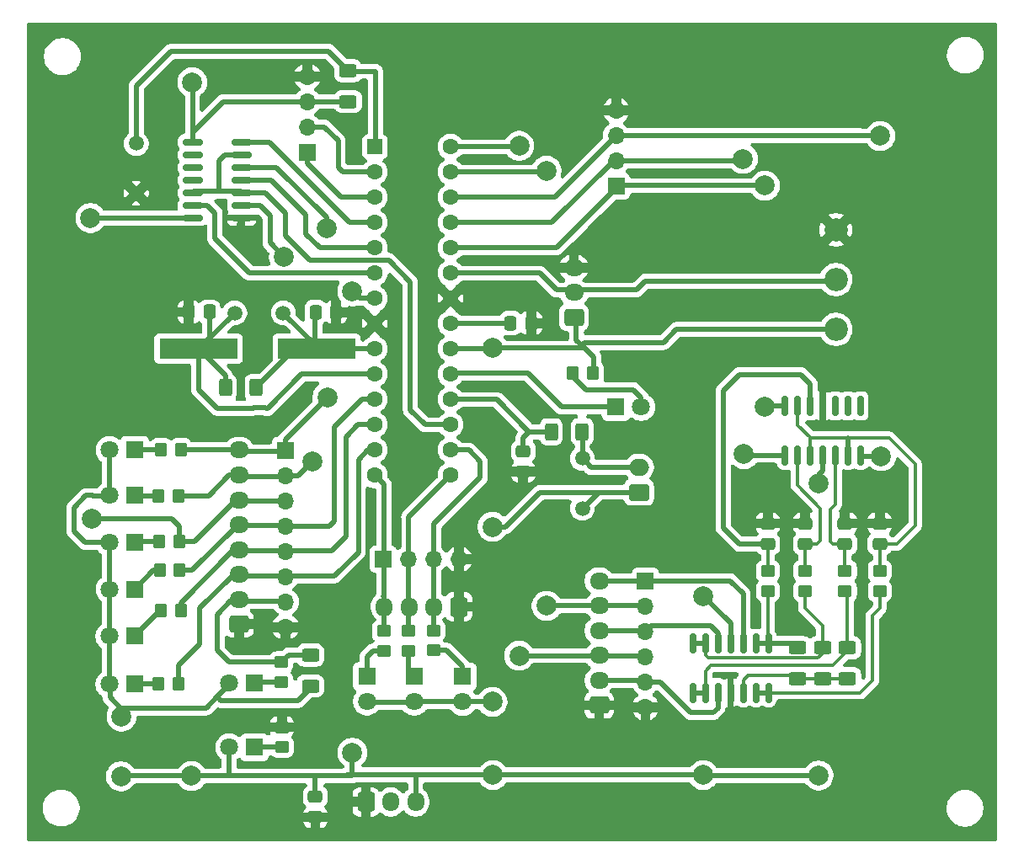
<source format=gbr>
%TF.GenerationSoftware,KiCad,Pcbnew,9.0.0*%
%TF.CreationDate,2025-06-16T14:41:11+03:00*%
%TF.ProjectId,ThorDrive_HW,54686f72-4472-4697-9665-5f48572e6b69,rev?*%
%TF.SameCoordinates,PX16c095cPY63de680*%
%TF.FileFunction,Copper,L2,Bot*%
%TF.FilePolarity,Positive*%
%FSLAX46Y46*%
G04 Gerber Fmt 4.6, Leading zero omitted, Abs format (unit mm)*
G04 Created by KiCad (PCBNEW 9.0.0) date 2025-06-16 14:41:11*
%MOMM*%
%LPD*%
G01*
G04 APERTURE LIST*
G04 Aperture macros list*
%AMRoundRect*
0 Rectangle with rounded corners*
0 $1 Rounding radius*
0 $2 $3 $4 $5 $6 $7 $8 $9 X,Y pos of 4 corners*
0 Add a 4 corners polygon primitive as box body*
4,1,4,$2,$3,$4,$5,$6,$7,$8,$9,$2,$3,0*
0 Add four circle primitives for the rounded corners*
1,1,$1+$1,$2,$3*
1,1,$1+$1,$4,$5*
1,1,$1+$1,$6,$7*
1,1,$1+$1,$8,$9*
0 Add four rect primitives between the rounded corners*
20,1,$1+$1,$2,$3,$4,$5,0*
20,1,$1+$1,$4,$5,$6,$7,0*
20,1,$1+$1,$6,$7,$8,$9,0*
20,1,$1+$1,$8,$9,$2,$3,0*%
G04 Aperture macros list end*
%TA.AperFunction,ComponentPad*%
%ADD10RoundRect,0.250000X0.750000X-0.600000X0.750000X0.600000X-0.750000X0.600000X-0.750000X-0.600000X0*%
%TD*%
%TA.AperFunction,ComponentPad*%
%ADD11O,2.000000X1.700000*%
%TD*%
%TA.AperFunction,ComponentPad*%
%ADD12C,1.508000*%
%TD*%
%TA.AperFunction,SMDPad,CuDef*%
%ADD13RoundRect,0.250000X-0.400000X-0.625000X0.400000X-0.625000X0.400000X0.625000X-0.400000X0.625000X0*%
%TD*%
%TA.AperFunction,SMDPad,CuDef*%
%ADD14RoundRect,0.250000X-0.475000X0.337500X-0.475000X-0.337500X0.475000X-0.337500X0.475000X0.337500X0*%
%TD*%
%TA.AperFunction,ComponentPad*%
%ADD15RoundRect,0.250000X0.725000X-0.600000X0.725000X0.600000X-0.725000X0.600000X-0.725000X-0.600000X0*%
%TD*%
%TA.AperFunction,ComponentPad*%
%ADD16O,1.950000X1.700000*%
%TD*%
%TA.AperFunction,ComponentPad*%
%ADD17R,1.800000X1.800000*%
%TD*%
%TA.AperFunction,ComponentPad*%
%ADD18C,1.800000*%
%TD*%
%TA.AperFunction,SMDPad,CuDef*%
%ADD19RoundRect,0.250000X-0.337500X-0.475000X0.337500X-0.475000X0.337500X0.475000X-0.337500X0.475000X0*%
%TD*%
%TA.AperFunction,SMDPad,CuDef*%
%ADD20RoundRect,0.250000X0.350000X0.450000X-0.350000X0.450000X-0.350000X-0.450000X0.350000X-0.450000X0*%
%TD*%
%TA.AperFunction,ComponentPad*%
%ADD21C,2.340000*%
%TD*%
%TA.AperFunction,ComponentPad*%
%ADD22O,1.700000X1.700000*%
%TD*%
%TA.AperFunction,ComponentPad*%
%ADD23R,1.700000X1.700000*%
%TD*%
%TA.AperFunction,SMDPad,CuDef*%
%ADD24RoundRect,0.250000X0.625000X-0.400000X0.625000X0.400000X-0.625000X0.400000X-0.625000X-0.400000X0*%
%TD*%
%TA.AperFunction,SMDPad,CuDef*%
%ADD25RoundRect,0.250000X0.450000X-0.350000X0.450000X0.350000X-0.450000X0.350000X-0.450000X-0.350000X0*%
%TD*%
%TA.AperFunction,SMDPad,CuDef*%
%ADD26RoundRect,0.150000X0.825000X0.150000X-0.825000X0.150000X-0.825000X-0.150000X0.825000X-0.150000X0*%
%TD*%
%TA.AperFunction,SMDPad,CuDef*%
%ADD27RoundRect,0.250000X-0.350000X-0.450000X0.350000X-0.450000X0.350000X0.450000X-0.350000X0.450000X0*%
%TD*%
%TA.AperFunction,ComponentPad*%
%ADD28C,1.500000*%
%TD*%
%TA.AperFunction,SMDPad,CuDef*%
%ADD29R,7.875000X2.000000*%
%TD*%
%TA.AperFunction,SMDPad,CuDef*%
%ADD30RoundRect,0.150000X-0.150000X0.825000X-0.150000X-0.825000X0.150000X-0.825000X0.150000X0.825000X0*%
%TD*%
%TA.AperFunction,SMDPad,CuDef*%
%ADD31RoundRect,0.150000X0.150000X-0.825000X0.150000X0.825000X-0.150000X0.825000X-0.150000X-0.825000X0*%
%TD*%
%TA.AperFunction,ComponentPad*%
%ADD32RoundRect,0.250000X-0.550000X-0.550000X0.550000X-0.550000X0.550000X0.550000X-0.550000X0.550000X0*%
%TD*%
%TA.AperFunction,ComponentPad*%
%ADD33C,1.600000*%
%TD*%
%TA.AperFunction,SMDPad,CuDef*%
%ADD34RoundRect,0.250000X-0.625000X0.400000X-0.625000X-0.400000X0.625000X-0.400000X0.625000X0.400000X0*%
%TD*%
%TA.AperFunction,SMDPad,CuDef*%
%ADD35RoundRect,0.250000X0.400000X0.625000X-0.400000X0.625000X-0.400000X-0.625000X0.400000X-0.625000X0*%
%TD*%
%TA.AperFunction,ComponentPad*%
%ADD36RoundRect,0.250000X-0.600000X-0.725000X0.600000X-0.725000X0.600000X0.725000X-0.600000X0.725000X0*%
%TD*%
%TA.AperFunction,ComponentPad*%
%ADD37O,1.700000X1.950000*%
%TD*%
%TA.AperFunction,ComponentPad*%
%ADD38RoundRect,0.250000X0.600000X0.725000X-0.600000X0.725000X-0.600000X-0.725000X0.600000X-0.725000X0*%
%TD*%
%TA.AperFunction,SMDPad,CuDef*%
%ADD39RoundRect,0.250000X0.475000X-0.337500X0.475000X0.337500X-0.475000X0.337500X-0.475000X-0.337500X0*%
%TD*%
%TA.AperFunction,SMDPad,CuDef*%
%ADD40RoundRect,0.250000X0.337500X0.475000X-0.337500X0.475000X-0.337500X-0.475000X0.337500X-0.475000X0*%
%TD*%
%TA.AperFunction,ViaPad*%
%ADD41C,2.000000*%
%TD*%
%TA.AperFunction,Conductor*%
%ADD42C,0.500000*%
%TD*%
%TA.AperFunction,Conductor*%
%ADD43C,0.350000*%
%TD*%
G04 APERTURE END LIST*
D10*
%TO.P,J13,1,Pin_1*%
%TO.N,+5V*%
X62050000Y35560000D03*
D11*
%TO.P,J13,2,Pin_2*%
%TO.N,Net-(J13-Pin_2)*%
X62050000Y38060000D03*
%TD*%
D12*
%TO.P,SW3,1,1*%
%TO.N,Net-(J13-Pin_2)*%
X56350000Y38949500D03*
%TO.P,SW3,2,2*%
%TO.N,+5V*%
X56350000Y33949500D03*
%TD*%
D13*
%TO.P,R23,1*%
%TO.N,CTRL_BUTT*%
X53225000Y41635000D03*
%TO.P,R23,2*%
%TO.N,Net-(J13-Pin_2)*%
X56325000Y41635000D03*
%TD*%
D14*
%TO.P,C9,1*%
%TO.N,CTRL_BUTT*%
X50400000Y39685000D03*
%TO.P,C9,2*%
%TO.N,GND*%
X50400000Y37610000D03*
%TD*%
D15*
%TO.P,J4,1,Pin_1*%
%TO.N,GND*%
X21842500Y22295000D03*
D16*
%TO.P,J4,2,Pin_2*%
%TO.N,Fault*%
X21842500Y24795000D03*
%TO.P,J4,3,Pin_3*%
%TO.N,{slash}Logic_CL*%
X21842500Y27295000D03*
%TO.P,J4,4,Pin_4*%
%TO.N,{slash}Logic_BL*%
X21842500Y29795000D03*
%TO.P,J4,5,Pin_5*%
%TO.N,{slash}Logic_AL*%
X21842500Y32295000D03*
%TO.P,J4,6,Pin_6*%
%TO.N,{slash}Logic_CH*%
X21842500Y34795000D03*
%TO.P,J4,7,Pin_7*%
%TO.N,{slash}Logic_BH*%
X21842500Y37295000D03*
%TO.P,J4,8,Pin_8*%
%TO.N,{slash}Logic_AH*%
X21842500Y39795000D03*
%TD*%
D17*
%TO.P,D7,1,K*%
%TO.N,Net-(D7-K)*%
X11350000Y39810000D03*
D18*
%TO.P,D7,2,A*%
%TO.N,+5V*%
X8810000Y39810000D03*
%TD*%
D14*
%TO.P,C8,1*%
%TO.N,+5V*%
X29500000Y4960000D03*
%TO.P,C8,2*%
%TO.N,GND*%
X29500000Y2885000D03*
%TD*%
D19*
%TO.P,C7,2*%
%TO.N,GND*%
X51217500Y52565000D03*
%TO.P,C7,1*%
%TO.N,AREF*%
X49142500Y52565000D03*
%TD*%
D18*
%TO.P,D1,2,A*%
%TO.N,Net-(D1-A)*%
X62270000Y44135000D03*
D17*
%TO.P,D1,1,K*%
%TO.N,Net-(D1-K)*%
X59730000Y44135000D03*
%TD*%
D16*
%TO.P,J10,3,Pin_3*%
%TO.N,GND*%
X55500000Y58135000D03*
%TO.P,J10,2,Pin_2*%
%TO.N,pot*%
X55500000Y55635000D03*
D15*
%TO.P,J10,1,Pin_1*%
%TO.N,+5V*%
X55500000Y53135000D03*
%TD*%
D20*
%TO.P,R10,2*%
%TO.N,Net-(D1-A)*%
X55410000Y47575000D03*
%TO.P,R10,1*%
%TO.N,+5V*%
X57410000Y47575000D03*
%TD*%
D21*
%TO.P,RV2,3,3*%
%TO.N,GND*%
X81850000Y61935000D03*
%TO.P,RV2,2,2*%
%TO.N,pot*%
X81850000Y56935000D03*
%TO.P,RV2,1,1*%
%TO.N,+5V*%
X81850000Y51935000D03*
%TD*%
D16*
%TO.P,J2,6,Pin_6*%
%TO.N,PhaseA voltage*%
X58042500Y26645000D03*
%TO.P,J2,5,Pin_5*%
%TO.N,PhaseA current*%
X58042500Y24145000D03*
%TO.P,J2,4,Pin_4*%
%TO.N,PhaseB voltage*%
X58042500Y21645000D03*
%TO.P,J2,3,Pin_3*%
%TO.N,PhaseB current*%
X58042500Y19145000D03*
%TO.P,J2,2,Pin_2*%
%TO.N,PhaseC voltage*%
X58042500Y16645000D03*
D15*
%TO.P,J2,1,Pin_1*%
%TO.N,GND*%
X58042500Y14145000D03*
%TD*%
D22*
%TO.P,J7,6,Pin_6*%
%TO.N,GND*%
X62695000Y13945000D03*
%TO.P,J7,5,Pin_5*%
%TO.N,PhaseC voltage*%
X62695000Y16485000D03*
%TO.P,J7,4,Pin_4*%
%TO.N,PhaseB current*%
X62695000Y19025000D03*
%TO.P,J7,3,Pin_3*%
%TO.N,PhaseB voltage*%
X62695000Y21565000D03*
%TO.P,J7,2,Pin_2*%
%TO.N,PhaseA current*%
X62695000Y24105000D03*
D23*
%TO.P,J7,1,Pin_1*%
%TO.N,PhaseA voltage*%
X62695000Y26645000D03*
%TD*%
D24*
%TO.P,R22,2*%
%TO.N,Fault*%
X29000000Y19185000D03*
%TO.P,R22,1*%
%TO.N,+5V*%
X29000000Y16085000D03*
%TD*%
D23*
%TO.P,J9,1,Pin_1*%
%TO.N,TX*%
X28700000Y69745000D03*
D22*
%TO.P,J9,2,Pin_2*%
%TO.N,RX*%
X28700000Y72285000D03*
%TO.P,J9,3,Pin_3*%
%TO.N,+5V*%
X28700000Y74825000D03*
%TO.P,J9,4,Pin_4*%
%TO.N,GND*%
X28700000Y77365000D03*
%TD*%
D25*
%TO.P,R15,1*%
%TO.N,Net-(D6-K)*%
X26080000Y16465000D03*
%TO.P,R15,2*%
%TO.N,Fault*%
X26080000Y18465000D03*
%TD*%
D17*
%TO.P,D6,1,K*%
%TO.N,Net-(D6-K)*%
X23390000Y16375000D03*
D18*
%TO.P,D6,2,A*%
%TO.N,+5V*%
X20850000Y16375000D03*
%TD*%
D26*
%TO.P,U4,1*%
%TO.N,MCU_AH*%
X22100000Y70755000D03*
%TO.P,U4,2*%
%TO.N,speed*%
X22100000Y69485000D03*
%TO.P,U4,3*%
%TO.N,{slash}Logic_AH*%
X22100000Y68215000D03*
%TO.P,U4,4*%
%TO.N,MCU_BH*%
X22100000Y66945000D03*
%TO.P,U4,5*%
%TO.N,speed*%
X22100000Y65675000D03*
%TO.P,U4,6*%
%TO.N,{slash}Logic_BH*%
X22100000Y64405000D03*
%TO.P,U4,7,GND*%
%TO.N,GND*%
X22100000Y63135000D03*
%TO.P,U4,8*%
%TO.N,{slash}Logic_CH*%
X17150000Y63135000D03*
%TO.P,U4,9*%
%TO.N,MCU_CH*%
X17150000Y64405000D03*
%TO.P,U4,10*%
%TO.N,speed*%
X17150000Y65675000D03*
%TO.P,U4,11*%
%TO.N,unconnected-(U4-Pad11)*%
X17150000Y66945000D03*
%TO.P,U4,12*%
%TO.N,unconnected-(U4-Pad12)*%
X17150000Y68215000D03*
%TO.P,U4,13*%
%TO.N,unconnected-(U4-Pad13)*%
X17150000Y69485000D03*
%TO.P,U4,14,VCC*%
%TO.N,+5V*%
X17150000Y70755000D03*
%TD*%
D18*
%TO.P,D11,2,A*%
%TO.N,+5V*%
X8780000Y21085000D03*
D17*
%TO.P,D11,1,K*%
%TO.N,Net-(D11-K)*%
X11320000Y21085000D03*
%TD*%
D18*
%TO.P,D9,2,A*%
%TO.N,+5V*%
X8805000Y30510000D03*
D17*
%TO.P,D9,1,K*%
%TO.N,Net-(D9-K)*%
X11345000Y30510000D03*
%TD*%
D18*
%TO.P,D8,2,A*%
%TO.N,+5V*%
X8810000Y35235000D03*
D17*
%TO.P,D8,1,K*%
%TO.N,Net-(D8-K)*%
X11350000Y35235000D03*
%TD*%
D18*
%TO.P,D10,2,A*%
%TO.N,+5V*%
X8810000Y25810000D03*
D17*
%TO.P,D10,1,K*%
%TO.N,Net-(D10-K)*%
X11350000Y25810000D03*
%TD*%
D22*
%TO.P,J5,8,Pin_8*%
%TO.N,GND*%
X26500000Y22005000D03*
%TO.P,J5,7,Pin_7*%
%TO.N,Fault*%
X26500000Y24545000D03*
%TO.P,J5,6,Pin_6*%
%TO.N,{slash}Logic_CL*%
X26500000Y27085000D03*
%TO.P,J5,5,Pin_5*%
%TO.N,{slash}Logic_BL*%
X26500000Y29625000D03*
%TO.P,J5,4,Pin_4*%
%TO.N,{slash}Logic_AL*%
X26500000Y32165000D03*
%TO.P,J5,3,Pin_3*%
%TO.N,{slash}Logic_CH*%
X26500000Y34705000D03*
%TO.P,J5,2,Pin_2*%
%TO.N,{slash}Logic_BH*%
X26500000Y37245000D03*
D23*
%TO.P,J5,1,Pin_1*%
%TO.N,{slash}Logic_AH*%
X26500000Y39785000D03*
%TD*%
D27*
%TO.P,R21,1*%
%TO.N,Net-(D12-K)*%
X13750000Y16260000D03*
%TO.P,R21,2*%
%TO.N,{slash}Logic_CL*%
X15750000Y16260000D03*
%TD*%
D18*
%TO.P,D12,2,A*%
%TO.N,+5V*%
X8785000Y16260000D03*
D17*
%TO.P,D12,1,K*%
%TO.N,Net-(D12-K)*%
X11325000Y16260000D03*
%TD*%
D28*
%TO.P,Y2,1,1*%
%TO.N,Net-(U1-XTAL2{slash}PB7)*%
X21400000Y53585000D03*
%TO.P,Y2,2,2*%
%TO.N,Net-(U1-XTAL1{slash}PB6)*%
X26280000Y53585000D03*
%TD*%
D29*
%TO.P,Y1,1,1*%
%TO.N,Net-(U1-XTAL2{slash}PB7)*%
X17762500Y49985000D03*
%TO.P,Y1,2,2*%
%TO.N,Net-(U1-XTAL1{slash}PB6)*%
X29637500Y49985000D03*
%TD*%
D30*
%TO.P,U3,1*%
%TO.N,BG_voltageBuff*%
X67440000Y20360000D03*
%TO.P,U3,2,-*%
X68710000Y20360000D03*
%TO.P,U3,3,+*%
%TO.N,PhaseB voltage*%
X69980000Y20360000D03*
%TO.P,U3,4,V+*%
%TO.N,+5V*%
X71250000Y20360000D03*
%TO.P,U3,5,+*%
%TO.N,PhaseA voltage*%
X72520000Y20360000D03*
%TO.P,U3,6,-*%
%TO.N,AG_voltageBuff*%
X73790000Y20360000D03*
%TO.P,U3,7*%
X75060000Y20360000D03*
%TO.P,U3,8*%
%TO.N,Net-(U3C--)*%
X75060000Y15410000D03*
%TO.P,U3,9,-*%
X73790000Y15410000D03*
%TO.P,U3,10,+*%
%TO.N,VN*%
X72520000Y15410000D03*
%TO.P,U3,11,V-*%
%TO.N,GND*%
X71250000Y15410000D03*
%TO.P,U3,12,+*%
%TO.N,PhaseC voltage*%
X69980000Y15410000D03*
%TO.P,U3,13,-*%
%TO.N,CG_voltageBuff*%
X68710000Y15410000D03*
%TO.P,U3,14*%
X67440000Y15410000D03*
%TD*%
D31*
%TO.P,U2,1*%
%TO.N,emfZCS_C*%
X84330000Y39285000D03*
%TO.P,U2,2,-*%
%TO.N,VN_voltageBuffFilt*%
X83060000Y39285000D03*
%TO.P,U2,3,+*%
%TO.N,Net-(U2A-+)*%
X81790000Y39285000D03*
%TO.P,U2,4,V+*%
%TO.N,+5V*%
X80520000Y39285000D03*
%TO.P,U2,5,+*%
%TO.N,VN_voltageBuffFilt*%
X79250000Y39285000D03*
%TO.P,U2,6,-*%
%TO.N,Net-(U2B--)*%
X77980000Y39285000D03*
%TO.P,U2,7*%
%TO.N,emfZCD_B*%
X76710000Y39285000D03*
%TO.P,U2,8*%
%TO.N,emfZCD_A*%
X76710000Y44235000D03*
%TO.P,U2,9,-*%
%TO.N,VN_voltageBuffFilt*%
X77980000Y44235000D03*
%TO.P,U2,10,+*%
%TO.N,Net-(U2C-+)*%
X79250000Y44235000D03*
%TO.P,U2,11,V-*%
%TO.N,GND*%
X80520000Y44235000D03*
%TO.P,U2,12,+*%
%TO.N,unconnected-(U2D-+-Pad12)*%
X81790000Y44235000D03*
%TO.P,U2,13,-*%
%TO.N,unconnected-(U2D---Pad13)*%
X83060000Y44235000D03*
%TO.P,U2,14*%
%TO.N,unconnected-(U2-Pad14)*%
X84330000Y44235000D03*
%TD*%
D32*
%TO.P,U1,1,~{RESET}/PC6*%
%TO.N,Net-(U1-~{RESET}{slash}PC6)*%
X35480000Y70285000D03*
D33*
%TO.P,U1,2,PD0*%
%TO.N,RX*%
X35480000Y67745000D03*
%TO.P,U1,3,PD1*%
%TO.N,TX*%
X35480000Y65205000D03*
%TO.P,U1,4,PD2*%
%TO.N,MCU_AH*%
X35480000Y62665000D03*
%TO.P,U1,5,PD3*%
%TO.N,MCU_BH*%
X35480000Y60125000D03*
%TO.P,U1,6,PD4*%
%TO.N,MCU_CH*%
X35480000Y57585000D03*
%TO.P,U1,7,VCC*%
%TO.N,+5V*%
X35480000Y55045000D03*
%TO.P,U1,8,GND*%
%TO.N,GND*%
X35480000Y52505000D03*
%TO.P,U1,9,XTAL1/PB6*%
%TO.N,Net-(U1-XTAL1{slash}PB6)*%
X35480000Y49965000D03*
%TO.P,U1,10,XTAL2/PB7*%
%TO.N,Net-(U1-XTAL2{slash}PB7)*%
X35480000Y47425000D03*
%TO.P,U1,11,PD5*%
%TO.N,{slash}Logic_AL*%
X35480000Y44885000D03*
%TO.P,U1,12,PD6*%
%TO.N,{slash}Logic_BL*%
X35480000Y42345000D03*
%TO.P,U1,13,PD7*%
%TO.N,{slash}Logic_CL*%
X35480000Y39805000D03*
%TO.P,U1,14,PB0*%
%TO.N,HallA*%
X35480000Y37265000D03*
%TO.P,U1,15,PB1*%
%TO.N,HallB*%
X43100000Y37265000D03*
%TO.P,U1,16,PB2*%
%TO.N,HallC*%
X43100000Y39805000D03*
%TO.P,U1,17,PB3*%
%TO.N,speed*%
X43100000Y42345000D03*
%TO.P,U1,18,PB4*%
%TO.N,CTRL_BUTT*%
X43100000Y44885000D03*
%TO.P,U1,19,PB5*%
%TO.N,Net-(D1-K)*%
X43100000Y47425000D03*
%TO.P,U1,20,AVCC*%
%TO.N,+5V*%
X43100000Y49965000D03*
%TO.P,U1,21,AREF*%
%TO.N,AREF*%
X43100000Y52505000D03*
%TO.P,U1,22,GND*%
%TO.N,GND*%
X43100000Y55045000D03*
%TO.P,U1,23,PC0*%
%TO.N,pot*%
X43100000Y57585000D03*
%TO.P,U1,24,PC1*%
%TO.N,emfZCD_A*%
X43100000Y60125000D03*
%TO.P,U1,25,PC2*%
%TO.N,emfZCD_B*%
X43100000Y62665000D03*
%TO.P,U1,26,PC3*%
%TO.N,emfZCS_C*%
X43100000Y65205000D03*
%TO.P,U1,27,PC4*%
%TO.N,PhaseA current*%
X43100000Y67745000D03*
%TO.P,U1,28,PC5*%
%TO.N,PhaseB current*%
X43100000Y70285000D03*
%TD*%
D12*
%TO.P,SW1,1,1*%
%TO.N,Net-(U1-~{RESET}{slash}PC6)*%
X11500000Y70615000D03*
%TO.P,SW1,2,2*%
%TO.N,GND*%
X11500000Y65615000D03*
%TD*%
D25*
%TO.P,R14,1*%
%TO.N,Net-(D5-K)*%
X26140000Y9935000D03*
%TO.P,R14,2*%
%TO.N,GND*%
X26140000Y11935000D03*
%TD*%
%TO.P,R13,1*%
%TO.N,Net-(D2-K)*%
X36390000Y19595000D03*
%TO.P,R13,2*%
%TO.N,HallA*%
X36390000Y21595000D03*
%TD*%
%TO.P,R12,1*%
%TO.N,Net-(D4-K)*%
X38880000Y19635000D03*
%TO.P,R12,2*%
%TO.N,HallB*%
X38880000Y21635000D03*
%TD*%
%TO.P,R11,1*%
%TO.N,Net-(D3-K)*%
X41380000Y19665000D03*
%TO.P,R11,2*%
%TO.N,HallC*%
X41380000Y21665000D03*
%TD*%
%TO.P,R9,1*%
%TO.N,CG_voltageBuff*%
X82750000Y25635000D03*
%TO.P,R9,2*%
%TO.N,Net-(U2A-+)*%
X82750000Y27635000D03*
%TD*%
%TO.P,R8,1*%
%TO.N,BG_voltageBuff*%
X78750000Y25635000D03*
%TO.P,R8,2*%
%TO.N,Net-(U2B--)*%
X78750000Y27635000D03*
%TD*%
%TO.P,R7,1*%
%TO.N,AG_voltageBuff*%
X75000000Y25635000D03*
%TO.P,R7,2*%
%TO.N,Net-(U2C-+)*%
X75000000Y27635000D03*
%TD*%
%TO.P,R6,1*%
%TO.N,Net-(U3C--)*%
X86250000Y25635000D03*
%TO.P,R6,2*%
%TO.N,VN_voltageBuffFilt*%
X86250000Y27635000D03*
%TD*%
D24*
%TO.P,R5,1*%
%TO.N,VN*%
X80500000Y16835000D03*
%TO.P,R5,2*%
%TO.N,BG_voltageBuff*%
X80500000Y19935000D03*
%TD*%
%TO.P,R4,1*%
%TO.N,VN*%
X83000000Y16835000D03*
%TO.P,R4,2*%
%TO.N,CG_voltageBuff*%
X83000000Y19935000D03*
%TD*%
D34*
%TO.P,R3,1*%
%TO.N,AG_voltageBuff*%
X78000000Y19935000D03*
%TO.P,R3,2*%
%TO.N,VN*%
X78000000Y16835000D03*
%TD*%
D24*
%TO.P,R2,1*%
%TO.N,+5V*%
X32800000Y74835000D03*
%TO.P,R2,2*%
%TO.N,Net-(U1-~{RESET}{slash}PC6)*%
X32800000Y77935000D03*
%TD*%
D35*
%TO.P,R1,1*%
%TO.N,Net-(U1-XTAL1{slash}PB6)*%
X23550000Y46085000D03*
%TO.P,R1,2*%
%TO.N,Net-(U1-XTAL2{slash}PB7)*%
X20450000Y46085000D03*
%TD*%
D23*
%TO.P,J8,1,Pin_1*%
%TO.N,emfZCD_A*%
X59750000Y66345000D03*
D22*
%TO.P,J8,2,Pin_2*%
%TO.N,emfZCD_B*%
X59750000Y68885000D03*
%TO.P,J8,3,Pin_3*%
%TO.N,emfZCS_C*%
X59750000Y71425000D03*
%TO.P,J8,4,Pin_4*%
%TO.N,GND*%
X59750000Y73965000D03*
%TD*%
D23*
%TO.P,J6,1,Pin_1*%
%TO.N,HallA*%
X36317500Y28820000D03*
D22*
%TO.P,J6,2,Pin_2*%
%TO.N,HallB*%
X38857500Y28820000D03*
%TO.P,J6,3,Pin_3*%
%TO.N,HallC*%
X41397500Y28820000D03*
%TO.P,J6,4,Pin_4*%
%TO.N,GND*%
X43937500Y28820000D03*
%TD*%
D36*
%TO.P,J3,1,Pin_1*%
%TO.N,GND*%
X34592500Y4420000D03*
D37*
%TO.P,J3,2,Pin_2*%
%TO.N,+3.3V*%
X37092500Y4420000D03*
%TO.P,J3,3,Pin_3*%
%TO.N,+5V*%
X39592500Y4420000D03*
%TD*%
D38*
%TO.P,J1,1,Pin_1*%
%TO.N,GND*%
X43942500Y24045000D03*
D37*
%TO.P,J1,2,Pin_2*%
%TO.N,HallC*%
X41442500Y24045000D03*
%TO.P,J1,3,Pin_3*%
%TO.N,HallB*%
X38942500Y24045000D03*
%TO.P,J1,4,Pin_4*%
%TO.N,HallA*%
X36442500Y24045000D03*
%TD*%
D17*
%TO.P,D5,1,K*%
%TO.N,Net-(D5-K)*%
X23380000Y9915000D03*
D18*
%TO.P,D5,2,A*%
%TO.N,+5V*%
X20840000Y9915000D03*
%TD*%
D17*
%TO.P,D4,1,K*%
%TO.N,Net-(D4-K)*%
X39450000Y17045000D03*
D18*
%TO.P,D4,2,A*%
%TO.N,+5V*%
X39450000Y14505000D03*
%TD*%
D17*
%TO.P,D3,1,K*%
%TO.N,Net-(D3-K)*%
X44310000Y17025000D03*
D18*
%TO.P,D3,2,A*%
%TO.N,+5V*%
X44310000Y14485000D03*
%TD*%
D17*
%TO.P,D2,1,K*%
%TO.N,Net-(D2-K)*%
X34690000Y17055000D03*
D18*
%TO.P,D2,2,A*%
%TO.N,+5V*%
X34690000Y14515000D03*
%TD*%
D39*
%TO.P,C6,1*%
%TO.N,Net-(U2A-+)*%
X82750000Y30347500D03*
%TO.P,C6,2*%
%TO.N,GND*%
X82750000Y32422500D03*
%TD*%
%TO.P,C5,1*%
%TO.N,Net-(U2B--)*%
X78750000Y30347500D03*
%TO.P,C5,2*%
%TO.N,GND*%
X78750000Y32422500D03*
%TD*%
%TO.P,C4,1*%
%TO.N,Net-(U2C-+)*%
X75000000Y30347500D03*
%TO.P,C4,2*%
%TO.N,GND*%
X75000000Y32422500D03*
%TD*%
%TO.P,C3,1*%
%TO.N,VN_voltageBuffFilt*%
X86250000Y30347500D03*
%TO.P,C3,2*%
%TO.N,GND*%
X86250000Y32422500D03*
%TD*%
D40*
%TO.P,C2,1*%
%TO.N,Net-(U1-XTAL2{slash}PB7)*%
X18850000Y53685000D03*
%TO.P,C2,2*%
%TO.N,GND*%
X16775000Y53685000D03*
%TD*%
D19*
%TO.P,C1,1*%
%TO.N,Net-(U1-XTAL1{slash}PB6)*%
X29522500Y53665000D03*
%TO.P,C1,2*%
%TO.N,GND*%
X31597500Y53665000D03*
%TD*%
D27*
%TO.P,R19,1*%
%TO.N,Net-(D10-K)*%
X13850000Y27710000D03*
%TO.P,R19,2*%
%TO.N,{slash}Logic_AL*%
X15850000Y27710000D03*
%TD*%
%TO.P,R18,2*%
%TO.N,{slash}Logic_CH*%
X15800000Y30585000D03*
%TO.P,R18,1*%
%TO.N,Net-(D9-K)*%
X13800000Y30585000D03*
%TD*%
%TO.P,R17,2*%
%TO.N,{slash}Logic_BH*%
X15750000Y35210000D03*
%TO.P,R17,1*%
%TO.N,Net-(D8-K)*%
X13750000Y35210000D03*
%TD*%
%TO.P,R16,2*%
%TO.N,{slash}Logic_AH*%
X16000000Y39810000D03*
%TO.P,R16,1*%
%TO.N,Net-(D7-K)*%
X14000000Y39810000D03*
%TD*%
%TO.P,R20,1*%
%TO.N,Net-(D11-K)*%
X13975000Y23660000D03*
%TO.P,R20,2*%
%TO.N,{slash}Logic_BL*%
X15975000Y23660000D03*
%TD*%
D41*
%TO.N,+5V*%
X47320000Y32085000D03*
%TO.N,GND*%
X66700000Y35485000D03*
X74600000Y35685000D03*
X92700000Y35385000D03*
X85600000Y35585000D03*
%TO.N,emfZCD_B*%
X72500000Y69085000D03*
%TO.N,emfZCD_A*%
X74700000Y66385000D03*
%TO.N,emfZCS_C*%
X86300000Y71385000D03*
X86400000Y39185000D03*
%TO.N,emfZCD_A*%
X74700000Y44185000D03*
%TO.N,emfZCD_B*%
X72600000Y39385000D03*
%TO.N,+5V*%
X80100000Y7085000D03*
X80100000Y36485000D03*
X68500000Y7135000D03*
X68500000Y25135000D03*
%TO.N,PhaseB current*%
X50000000Y19135000D03*
X50000000Y70385000D03*
%TO.N,PhaseA current*%
X52750000Y67885000D03*
X52750000Y24135000D03*
%TO.N,GND*%
X19310000Y57885000D03*
%TO.N,+5V*%
X47320000Y14495000D03*
X47360000Y7135000D03*
X47320000Y50045000D03*
X17060000Y7035000D03*
X17130000Y76775000D03*
X10010000Y13015000D03*
X9970000Y6995000D03*
X33220000Y9365000D03*
X33230000Y55765000D03*
%TO.N,{slash}Logic_CH*%
X6890000Y63135000D03*
%TO.N,{slash}Logic_BH*%
X29190000Y38675000D03*
%TO.N,{slash}Logic_CH*%
X7000000Y32895000D03*
%TO.N,{slash}Logic_AH*%
X30720000Y45105000D03*
X30640000Y62105000D03*
%TO.N,{slash}Logic_BH*%
X26350000Y59215000D03*
%TO.N,GND*%
X21810000Y61425000D03*
%TD*%
D42*
%TO.N,+5V*%
X47360000Y7135000D02*
X32670000Y7135000D01*
X32670000Y7135000D02*
X32570000Y7035000D01*
X39592500Y4420000D02*
X39592500Y7085000D01*
%TO.N,pot*%
X61775000Y55885000D02*
X62675000Y56785000D01*
X53750000Y55885000D02*
X61775000Y55885000D01*
X62675000Y56785000D02*
X81700000Y56785000D01*
X52050000Y57585000D02*
X53750000Y55885000D01*
X43100000Y57585000D02*
X52050000Y57585000D01*
X81700000Y56785000D02*
X81850000Y56935000D01*
%TO.N,+5V*%
X56565000Y50610000D02*
X56000000Y50045000D01*
X64475000Y50610000D02*
X56565000Y50610000D01*
X65800000Y51935000D02*
X64475000Y50610000D01*
X81850000Y51935000D02*
X65800000Y51935000D01*
X52075000Y35560000D02*
X62050000Y35560000D01*
X48600000Y32085000D02*
X52075000Y35560000D01*
X47340000Y32085000D02*
X48600000Y32085000D01*
X47320000Y32105000D02*
X47340000Y32085000D01*
X47320000Y32085000D02*
X47320000Y32105000D01*
%TO.N,CTRL_BUTT*%
X50400000Y41035000D02*
X51000000Y41635000D01*
X50400000Y39685000D02*
X50400000Y41035000D01*
%TO.N,+5V*%
X57960500Y35560000D02*
X56350000Y33949500D01*
X62050000Y35560000D02*
X57960500Y35560000D01*
%TO.N,Net-(J13-Pin_2)*%
X57239500Y38060000D02*
X56350000Y38949500D01*
X62050000Y38060000D02*
X57239500Y38060000D01*
%TO.N,CTRL_BUTT*%
X51000000Y41635000D02*
X47750000Y44885000D01*
X53225000Y41635000D02*
X51000000Y41635000D01*
X47750000Y44885000D02*
X43100000Y44885000D01*
%TO.N,Net-(J13-Pin_2)*%
X56350000Y41610000D02*
X56325000Y41635000D01*
X56350000Y38949500D02*
X56350000Y41610000D01*
D43*
%TO.N,Net-(U2B--)*%
X79962500Y30347500D02*
X78750000Y30347500D01*
X80300000Y33935000D02*
X80300000Y30685000D01*
X77980000Y36255000D02*
X80300000Y33935000D01*
X80300000Y30685000D02*
X79962500Y30347500D01*
X77980000Y39285000D02*
X77980000Y36255000D01*
D42*
%TO.N,emfZCS_C*%
X84200000Y71385000D02*
X84160000Y71425000D01*
X84160000Y71425000D02*
X59750000Y71425000D01*
X86300000Y71385000D02*
X84200000Y71385000D01*
X86400000Y39185000D02*
X84430000Y39185000D01*
X84430000Y39185000D02*
X84330000Y39285000D01*
D43*
%TO.N,VN_voltageBuffFilt*%
X87962500Y30347500D02*
X86250000Y30347500D01*
X89800000Y32185000D02*
X87962500Y30347500D01*
X89800000Y38385000D02*
X89800000Y32185000D01*
X87200000Y40985000D02*
X89800000Y38385000D01*
X83100000Y40985000D02*
X87200000Y40985000D01*
D42*
%TO.N,emfZCD_B*%
X72300000Y68885000D02*
X72500000Y69085000D01*
X59750000Y68885000D02*
X72300000Y68885000D01*
%TO.N,emfZCD_A*%
X74700000Y66385000D02*
X59790000Y66385000D01*
X59790000Y66385000D02*
X59750000Y66345000D01*
X74750000Y44235000D02*
X76710000Y44235000D01*
X74700000Y44185000D02*
X74750000Y44235000D01*
%TO.N,emfZCD_B*%
X72700000Y39285000D02*
X72600000Y39385000D01*
X76710000Y39285000D02*
X72700000Y39285000D01*
%TO.N,Net-(U2C-+)*%
X70500000Y31985000D02*
X72137500Y30347500D01*
X70500000Y45785000D02*
X70500000Y31985000D01*
X78300000Y47385000D02*
X72100000Y47385000D01*
X79250000Y46435000D02*
X78300000Y47385000D01*
X72137500Y30347500D02*
X75000000Y30347500D01*
X79250000Y44235000D02*
X79250000Y46435000D01*
X72100000Y47385000D02*
X70500000Y45785000D01*
%TO.N,VN_voltageBuffFilt*%
X83060000Y40945000D02*
X83100000Y40985000D01*
X83060000Y39285000D02*
X83060000Y40945000D01*
%TO.N,+5V*%
X80100000Y37285000D02*
X80100000Y36485000D01*
X80500000Y37685000D02*
X80100000Y37285000D01*
X80520000Y39285000D02*
X80500000Y39265000D01*
X80500000Y39265000D02*
X80500000Y37685000D01*
X68550000Y7085000D02*
X68500000Y7135000D01*
X80100000Y7085000D02*
X68550000Y7085000D01*
D43*
%TO.N,Net-(U2A-+)*%
X81537500Y30347500D02*
X82750000Y30347500D01*
X81750000Y34335000D02*
X81250000Y33835000D01*
X81250000Y30635000D02*
X81537500Y30347500D01*
X81750000Y39135000D02*
X81750000Y34335000D01*
X81250000Y33835000D02*
X81250000Y30635000D01*
%TO.N,VN_voltageBuffFilt*%
X77980000Y44235000D02*
X77980000Y42305000D01*
X77980000Y42305000D02*
X79300000Y40985000D01*
X79500000Y40985000D02*
X79300000Y40985000D01*
X82810000Y40985000D02*
X83100000Y40985000D01*
X79250000Y39285000D02*
X79250000Y40935000D01*
X82810000Y40985000D02*
X79500000Y40985000D01*
X79250000Y40935000D02*
X79300000Y40985000D01*
%TO.N,unconnected-(U2D---Pad13)*%
X83000000Y44175000D02*
X83060000Y44235000D01*
%TO.N,Net-(U2C-+)*%
X75000000Y30347500D02*
X75000000Y27635000D01*
%TO.N,Net-(U2B--)*%
X78750000Y30347500D02*
X78750000Y27635000D01*
%TO.N,Net-(U2A-+)*%
X82750000Y30347500D02*
X82750000Y27635000D01*
%TO.N,VN_voltageBuffFilt*%
X86250000Y30347500D02*
X86250000Y27635000D01*
%TO.N,CG_voltageBuff*%
X83000000Y25385000D02*
X83000000Y19935000D01*
X82750000Y25635000D02*
X83000000Y25385000D01*
%TO.N,BG_voltageBuff*%
X80500000Y22135000D02*
X80500000Y19935000D01*
X78750000Y23885000D02*
X80500000Y22135000D01*
X78750000Y25385000D02*
X78750000Y23885000D01*
X79000000Y25635000D02*
X78750000Y25385000D01*
%TO.N,Net-(U3C--)*%
X86250000Y23885000D02*
X85500000Y23135000D01*
X86250000Y25635000D02*
X86250000Y23885000D01*
%TO.N,CG_voltageBuff*%
X83000000Y19635000D02*
X83000000Y19935000D01*
X81500000Y18135000D02*
X83000000Y19635000D01*
X69250000Y18135000D02*
X81500000Y18135000D01*
X68710000Y17595000D02*
X69250000Y18135000D01*
X68710000Y15410000D02*
X68710000Y17595000D01*
%TO.N,VN*%
X77700000Y17135000D02*
X78000000Y16835000D01*
X73000000Y17135000D02*
X77700000Y17135000D01*
X72520000Y16655000D02*
X73000000Y17135000D01*
X72520000Y15410000D02*
X72520000Y16655000D01*
%TO.N,Net-(U3C--)*%
X85500000Y16635000D02*
X85500000Y23135000D01*
X84275000Y15410000D02*
X85500000Y16635000D01*
X75060000Y15410000D02*
X84275000Y15410000D01*
%TO.N,AG_voltageBuff*%
X75000000Y20420000D02*
X75060000Y20360000D01*
X75000000Y25635000D02*
X75000000Y20420000D01*
%TO.N,VN*%
X83000000Y16835000D02*
X78000000Y16835000D01*
%TO.N,BG_voltageBuff*%
X68710000Y19175000D02*
X68710000Y20360000D01*
X80000000Y18885000D02*
X69000000Y18885000D01*
X80500000Y19385000D02*
X80000000Y18885000D01*
X80500000Y19935000D02*
X80500000Y19385000D01*
X69000000Y18885000D02*
X68710000Y19175000D01*
D42*
%TO.N,AG_voltageBuff*%
X77550000Y20385000D02*
X75085000Y20385000D01*
X78000000Y19935000D02*
X77550000Y20385000D01*
X75085000Y20385000D02*
X75060000Y20360000D01*
%TO.N,+5V*%
X71250000Y22385000D02*
X68500000Y25135000D01*
X71250000Y20360000D02*
X71250000Y22385000D01*
X68500000Y7135000D02*
X47360000Y7135000D01*
%TO.N,PhaseA voltage*%
X71240000Y26645000D02*
X62695000Y26645000D01*
X72520000Y25365000D02*
X71240000Y26645000D01*
X72520000Y20360000D02*
X72520000Y25365000D01*
%TO.N,Net-(U3C--)*%
X73790000Y15410000D02*
X75060000Y15410000D01*
%TO.N,PhaseB voltage*%
X69250000Y22135000D02*
X63265000Y22135000D01*
X63265000Y22135000D02*
X62695000Y21565000D01*
X69980000Y21405000D02*
X69250000Y22135000D01*
X69980000Y20360000D02*
X69980000Y21405000D01*
%TO.N,+5V*%
X29500000Y7035000D02*
X26140000Y7035000D01*
X29500000Y4960000D02*
X29500000Y7035000D01*
%TO.N,PhaseC voltage*%
X64150000Y16485000D02*
X62695000Y16485000D01*
X67250000Y13385000D02*
X64150000Y16485000D01*
X69500000Y13385000D02*
X67250000Y13385000D01*
X69980000Y15410000D02*
X69980000Y13865000D01*
X69980000Y13865000D02*
X69500000Y13385000D01*
%TO.N,CG_voltageBuff*%
X68710000Y15410000D02*
X67440000Y15410000D01*
%TO.N,AG_voltageBuff*%
X73790000Y20360000D02*
X75060000Y20360000D01*
%TO.N,BG_voltageBuff*%
X67440000Y20360000D02*
X68710000Y20360000D01*
%TO.N,emfZCS_C*%
X53570000Y65205000D02*
X43100000Y65205000D01*
X59750000Y71385000D02*
X53570000Y65205000D01*
X59750000Y71425000D02*
X59750000Y71385000D01*
%TO.N,emfZCD_B*%
X53280000Y62665000D02*
X43100000Y62665000D01*
X59500000Y68885000D02*
X53280000Y62665000D01*
X59750000Y68885000D02*
X59500000Y68885000D01*
%TO.N,emfZCD_A*%
X59750000Y66135000D02*
X53740000Y60125000D01*
X59750000Y66345000D02*
X59750000Y66135000D01*
X53740000Y60125000D02*
X43100000Y60125000D01*
%TO.N,PhaseA current*%
X58455000Y24135000D02*
X52750000Y24135000D01*
X52610000Y67745000D02*
X52750000Y67885000D01*
X43100000Y67745000D02*
X52610000Y67745000D01*
%TO.N,PhaseB current*%
X50000000Y19135000D02*
X58455000Y19135000D01*
X49900000Y70285000D02*
X43100000Y70285000D01*
X50000000Y70385000D02*
X49900000Y70285000D01*
%TO.N,Net-(D1-K)*%
X59730000Y44135000D02*
X54250000Y44135000D01*
X54250000Y44135000D02*
X50870000Y47515000D01*
X50870000Y47515000D02*
X50250000Y47515000D01*
X50250000Y47515000D02*
X43190000Y47515000D01*
%TO.N,Net-(D1-A)*%
X55410000Y47225000D02*
X55410000Y47575000D01*
X56750000Y45885000D02*
X55410000Y47225000D01*
X61500000Y45885000D02*
X56750000Y45885000D01*
X62270000Y45115000D02*
X61500000Y45885000D01*
X62270000Y44135000D02*
X62270000Y45115000D01*
%TO.N,+5V*%
X55750000Y53385000D02*
X55750000Y50885000D01*
X55750000Y50885000D02*
X56590000Y50045000D01*
X47320000Y50045000D02*
X56000000Y50045000D01*
X57500000Y49135000D02*
X57500000Y47665000D01*
X56590000Y50045000D02*
X57500000Y49135000D01*
X57500000Y47665000D02*
X57410000Y47575000D01*
X56000000Y50045000D02*
X56590000Y50045000D01*
%TO.N,PhaseC voltage*%
X58455000Y16635000D02*
X62545000Y16635000D01*
X62545000Y16635000D02*
X62695000Y16485000D01*
%TO.N,PhaseB voltage*%
X58455000Y21635000D02*
X62625000Y21635000D01*
%TO.N,PhaseB current*%
X58455000Y19135000D02*
X62585000Y19135000D01*
%TO.N,PhaseA voltage*%
X62685000Y26635000D02*
X62695000Y26645000D01*
X58455000Y26635000D02*
X62685000Y26635000D01*
%TO.N,PhaseA current*%
X62665000Y24135000D02*
X62695000Y24105000D01*
%TO.N,GND*%
X58455000Y14135000D02*
X62505000Y14135000D01*
%TO.N,PhaseA current*%
X58455000Y24135000D02*
X62665000Y24135000D01*
%TO.N,PhaseB voltage*%
X62625000Y21635000D02*
X62695000Y21565000D01*
%TO.N,GND*%
X62505000Y14135000D02*
X62695000Y13945000D01*
%TO.N,PhaseB current*%
X62585000Y19135000D02*
X62695000Y19025000D01*
%TO.N,+5V*%
X20000000Y14635000D02*
X19640000Y14995000D01*
X27750000Y14635000D02*
X20000000Y14635000D01*
X29000000Y16085000D02*
X29000000Y15885000D01*
X29000000Y15885000D02*
X27750000Y14635000D01*
X19640000Y14995000D02*
X18510000Y13865000D01*
%TO.N,Fault*%
X26800000Y19185000D02*
X26080000Y18465000D01*
X29000000Y19185000D02*
X26800000Y19185000D01*
%TO.N,+5V*%
X33950000Y55045000D02*
X35480000Y55045000D01*
X33230000Y55765000D02*
X33950000Y55045000D01*
%TO.N,Net-(D2-K)*%
X35270000Y19595000D02*
X34690000Y19015000D01*
X34690000Y19015000D02*
X34690000Y17055000D01*
X36390000Y19595000D02*
X35270000Y19595000D01*
%TO.N,Net-(D4-K)*%
X38880000Y17615000D02*
X38880000Y19635000D01*
X39450000Y17045000D02*
X38880000Y17615000D01*
%TO.N,Net-(D3-K)*%
X44310000Y18055000D02*
X44310000Y17025000D01*
X42700000Y19665000D02*
X44310000Y18055000D01*
X41380000Y19665000D02*
X42700000Y19665000D01*
%TO.N,AREF*%
X49142500Y52565000D02*
X44150000Y52565000D01*
X44130000Y52545000D02*
X43140000Y52545000D01*
X43140000Y52545000D02*
X43100000Y52505000D01*
%TO.N,Net-(D1-K)*%
X43190000Y47515000D02*
X43100000Y47425000D01*
X50760000Y47515000D02*
X50250000Y47515000D01*
%TO.N,+5V*%
X47310000Y14485000D02*
X47320000Y14495000D01*
X43780000Y14485000D02*
X47310000Y14485000D01*
X38910000Y14485000D02*
X38880000Y14455000D01*
X43780000Y14485000D02*
X38910000Y14485000D01*
X38870000Y14445000D02*
X38880000Y14455000D01*
X34050000Y14445000D02*
X38870000Y14445000D01*
%TO.N,HallC*%
X41380000Y21665000D02*
X41380000Y24125000D01*
%TO.N,HallB*%
X38880000Y21635000D02*
X38880000Y24125000D01*
%TO.N,HallA*%
X36390000Y21595000D02*
X36390000Y24115000D01*
X36390000Y24115000D02*
X36380000Y24125000D01*
%TO.N,HallC*%
X46090000Y37015000D02*
X41440000Y32365000D01*
X41440000Y32365000D02*
X41440000Y29995000D01*
X46090000Y38655000D02*
X46090000Y37015000D01*
X41440000Y29995000D02*
X41430000Y29985000D01*
X41430000Y29985000D02*
X41430000Y24175000D01*
X44940000Y39805000D02*
X46090000Y38655000D01*
X43100000Y39805000D02*
X44940000Y39805000D01*
X41430000Y24175000D02*
X41380000Y24125000D01*
%TO.N,HallB*%
X38900000Y26965000D02*
X38900000Y33045000D01*
X38900000Y33045000D02*
X38890000Y33055000D01*
%TO.N,HallA*%
X36380000Y25095000D02*
X36380000Y24125000D01*
X36430000Y25225000D02*
X36340000Y25135000D01*
X36430000Y26585000D02*
X36430000Y25225000D01*
X36420000Y26595000D02*
X36430000Y26585000D01*
X36340000Y25135000D02*
X36380000Y25095000D01*
X36420000Y36325000D02*
X36420000Y26595000D01*
X36410000Y36335000D02*
X36420000Y36325000D01*
%TO.N,Net-(D5-K)*%
X26120000Y9915000D02*
X26140000Y9935000D01*
X23380000Y9915000D02*
X26120000Y9915000D01*
%TO.N,+5V*%
X20840000Y9915000D02*
X20840000Y7095000D01*
X20900000Y7035000D02*
X17060000Y7035000D01*
X20840000Y7095000D02*
X20900000Y7035000D01*
X26140000Y7035000D02*
X20900000Y7035000D01*
X10010000Y13015000D02*
X10010000Y13785000D01*
X10010000Y13785000D02*
X9930000Y13865000D01*
%TO.N,HallB*%
X38890000Y33055000D02*
X43100000Y37265000D01*
X38880000Y24125000D02*
X38880000Y26885000D01*
%TO.N,HallA*%
X35480000Y37265000D02*
X36410000Y36335000D01*
%TO.N,+5V*%
X32570000Y7035000D02*
X29500000Y7035000D01*
X46630000Y49935000D02*
X46740000Y50045000D01*
X46600000Y49965000D02*
X46630000Y49935000D01*
X46740000Y50045000D02*
X47320000Y50045000D01*
X43100000Y49965000D02*
X46600000Y49965000D01*
X33220000Y7035000D02*
X32570000Y7035000D01*
X17150000Y76755000D02*
X17130000Y76775000D01*
X17150000Y70755000D02*
X17150000Y76755000D01*
X17060000Y7035000D02*
X10010000Y7035000D01*
X10010000Y7035000D02*
X9970000Y6995000D01*
X33220000Y9365000D02*
X33220000Y7035000D01*
%TO.N,TX*%
X28700000Y68585000D02*
X32080000Y65205000D01*
%TO.N,Net-(U1-~{RESET}{slash}PC6)*%
X14990000Y79865000D02*
X30830000Y79865000D01*
X30830000Y79865000D02*
X30830000Y79905000D01*
X11500000Y76375000D02*
X14990000Y79865000D01*
X11500000Y70615000D02*
X11500000Y76375000D01*
X30830000Y79905000D02*
X32800000Y77935000D01*
%TO.N,+5V*%
X7090000Y35205000D02*
X8780000Y35205000D01*
X5220000Y31665000D02*
X5220000Y34005000D01*
X5220000Y34005000D02*
X6440000Y35225000D01*
X7070000Y35225000D02*
X7090000Y35205000D01*
X6375000Y30510000D02*
X5220000Y31665000D01*
X6440000Y35225000D02*
X7070000Y35225000D01*
X8780000Y35205000D02*
X8810000Y35235000D01*
X8805000Y30510000D02*
X6375000Y30510000D01*
%TO.N,{slash}Logic_CH*%
X6890000Y63135000D02*
X17150000Y63135000D01*
X15800000Y32145000D02*
X15800000Y30585000D01*
X7000000Y32895000D02*
X15050000Y32895000D01*
X15050000Y32895000D02*
X15800000Y32145000D01*
%TO.N,+5V*%
X8810000Y35235000D02*
X8810000Y39810000D01*
X8785000Y30490000D02*
X8805000Y30510000D01*
X8785000Y16260000D02*
X8785000Y30490000D01*
X8850000Y16195000D02*
X8785000Y16260000D01*
X8850000Y14945000D02*
X8850000Y16195000D01*
X9930000Y13865000D02*
X8850000Y14945000D01*
X18510000Y13865000D02*
X9930000Y13865000D01*
X20850000Y16205000D02*
X19640000Y14995000D01*
X20850000Y16375000D02*
X20850000Y16205000D01*
%TO.N,Fault*%
X20870000Y18465000D02*
X26080000Y18465000D01*
X19620000Y19715000D02*
X20870000Y18465000D01*
X19620000Y23275000D02*
X19620000Y19715000D01*
X21005000Y24660000D02*
X19620000Y23275000D01*
X22425000Y24660000D02*
X21005000Y24660000D01*
%TO.N,Net-(D6-K)*%
X25850000Y16435000D02*
X23450000Y16435000D01*
X23450000Y16435000D02*
X23390000Y16375000D01*
%TO.N,Fault*%
X26560000Y24605000D02*
X26500000Y24545000D01*
%TO.N,{slash}Logic_BH*%
X27760000Y37245000D02*
X29190000Y38675000D01*
X26500000Y37245000D02*
X27760000Y37245000D01*
X23930000Y64405000D02*
X22100000Y64405000D01*
X24940000Y60625000D02*
X24940000Y63395000D01*
X24940000Y63395000D02*
X23930000Y64405000D01*
X26350000Y59215000D02*
X24940000Y60625000D01*
%TO.N,MCU_CH*%
X22870000Y57585000D02*
X35480000Y57585000D01*
X19390000Y61095000D02*
X21750000Y58735000D01*
X19390000Y63655000D02*
X19390000Y61095000D01*
X21750000Y58705000D02*
X22870000Y57585000D01*
X17150000Y64405000D02*
X18640000Y64405000D01*
X18640000Y64405000D02*
X19390000Y63655000D01*
X21750000Y58735000D02*
X21750000Y58705000D01*
%TO.N,{slash}Logic_AH*%
X26500000Y40885000D02*
X26500000Y39785000D01*
X30720000Y45105000D02*
X26500000Y40885000D01*
X30610000Y63195000D02*
X25590000Y68215000D01*
X25590000Y68215000D02*
X22100000Y68215000D01*
X30610000Y62635000D02*
X30610000Y63195000D01*
X30640000Y62605000D02*
X30610000Y62635000D01*
X30640000Y62105000D02*
X30640000Y62605000D01*
%TO.N,MCU_BH*%
X29930000Y60125000D02*
X35480000Y60125000D01*
X28540000Y61515000D02*
X29930000Y60125000D01*
X28540000Y63495000D02*
X28540000Y61515000D01*
X25090000Y66945000D02*
X28540000Y63495000D01*
X22100000Y66945000D02*
X25090000Y66945000D01*
%TO.N,speed*%
X19830000Y65795000D02*
X21980000Y65795000D01*
X21980000Y65795000D02*
X22100000Y65675000D01*
X19820000Y68875000D02*
X19830000Y68865000D01*
X19830000Y68865000D02*
X19830000Y65795000D01*
X20430000Y69485000D02*
X19820000Y68875000D01*
X22100000Y69485000D02*
X20430000Y69485000D01*
X19830000Y65795000D02*
X17270000Y65795000D01*
X17270000Y65795000D02*
X17150000Y65675000D01*
%TO.N,GND*%
X21810000Y62490000D02*
X22455000Y63135000D01*
X21810000Y61425000D02*
X21810000Y62490000D01*
%TO.N,MCU_AH*%
X24855000Y70755000D02*
X22100000Y70755000D01*
X35480000Y62665000D02*
X32955000Y62665000D01*
X32955000Y62665000D02*
X32950000Y62660000D01*
X32950000Y62660000D02*
X24855000Y70755000D01*
%TO.N,{slash}Logic_CL*%
X21125000Y27160000D02*
X22425000Y27160000D01*
X17875000Y20260000D02*
X17875000Y23910000D01*
X17875000Y23910000D02*
X21125000Y27160000D01*
X15750000Y18135000D02*
X17875000Y20260000D01*
X15750000Y16260000D02*
X15750000Y18135000D01*
%TO.N,Net-(D12-K)*%
X13750000Y16260000D02*
X11325000Y16260000D01*
%TO.N,Net-(D11-K)*%
X13895000Y23660000D02*
X11320000Y21085000D01*
X13975000Y23660000D02*
X13895000Y23660000D01*
%TO.N,{slash}Logic_BL*%
X21175000Y29660000D02*
X22425000Y29660000D01*
X15975000Y24460000D02*
X21175000Y29660000D01*
X15975000Y23660000D02*
X15975000Y24460000D01*
%TO.N,Net-(D10-K)*%
X13250000Y27710000D02*
X11350000Y25810000D01*
X13850000Y27710000D02*
X13250000Y27710000D01*
%TO.N,{slash}Logic_AL*%
X17100000Y27710000D02*
X21550000Y32160000D01*
X21550000Y32160000D02*
X22425000Y32160000D01*
X15850000Y27710000D02*
X17100000Y27710000D01*
%TO.N,Net-(D9-K)*%
X11420000Y30585000D02*
X11345000Y30510000D01*
X13800000Y30585000D02*
X11420000Y30585000D01*
%TO.N,{slash}Logic_CH*%
X15825000Y30610000D02*
X15800000Y30585000D01*
X17375000Y30610000D02*
X15825000Y30610000D01*
X18900000Y32135000D02*
X17375000Y30610000D01*
%TO.N,{slash}Logic_AH*%
X22095000Y39635000D02*
X26500000Y39635000D01*
X21870000Y39860000D02*
X22095000Y39635000D01*
X16050000Y39860000D02*
X21870000Y39860000D01*
X16000000Y39810000D02*
X16050000Y39860000D01*
%TO.N,{slash}Logic_BH*%
X22055000Y37135000D02*
X26500000Y37135000D01*
X21845000Y37285000D02*
X21875000Y37315000D01*
X21875000Y37315000D02*
X22055000Y37135000D01*
X20850000Y37285000D02*
X21845000Y37285000D01*
X18775000Y35210000D02*
X20850000Y37285000D01*
X15750000Y35210000D02*
X18775000Y35210000D01*
%TO.N,{slash}Logic_CH*%
X21875000Y34775000D02*
X21540000Y34775000D01*
X21540000Y34775000D02*
X18900000Y32135000D01*
X22015000Y34635000D02*
X21875000Y34775000D01*
X26500000Y34635000D02*
X22015000Y34635000D01*
%TO.N,{slash}Logic_CL*%
X31450000Y27160000D02*
X26525000Y27160000D01*
X33825000Y29535000D02*
X31450000Y27160000D01*
X34820000Y39805000D02*
X33825000Y38810000D01*
X33825000Y38810000D02*
X33825000Y29535000D01*
X35480000Y39805000D02*
X34820000Y39805000D01*
X26525000Y27160000D02*
X26500000Y27135000D01*
%TO.N,{slash}Logic_BL*%
X32575000Y31085000D02*
X31125000Y29635000D01*
X31125000Y29635000D02*
X26500000Y29635000D01*
X32575000Y41110000D02*
X32575000Y31085000D01*
X33810000Y42345000D02*
X32575000Y41110000D01*
X35480000Y42345000D02*
X33810000Y42345000D01*
%TO.N,{slash}Logic_AL*%
X31425000Y42085000D02*
X34225000Y44885000D01*
X31425000Y32635000D02*
X31425000Y42085000D01*
X30925000Y32135000D02*
X31425000Y32635000D01*
X34225000Y44885000D02*
X35480000Y44885000D01*
X26500000Y32135000D02*
X30925000Y32135000D01*
%TO.N,Fault*%
X21875000Y24615000D02*
X26480000Y24615000D01*
%TO.N,{slash}Logic_CL*%
X26480000Y27155000D02*
X26500000Y27135000D01*
%TO.N,{slash}Logic_BL*%
X26440000Y29695000D02*
X26500000Y29635000D01*
%TO.N,Fault*%
X26480000Y24615000D02*
X26500000Y24635000D01*
%TO.N,{slash}Logic_CL*%
X21875000Y27155000D02*
X26480000Y27155000D01*
%TO.N,{slash}Logic_BL*%
X21875000Y29695000D02*
X26440000Y29695000D01*
%TO.N,{slash}Logic_AL*%
X26400000Y32235000D02*
X26500000Y32135000D01*
X21875000Y32235000D02*
X26400000Y32235000D01*
%TO.N,Net-(D8-K)*%
X11375000Y35210000D02*
X11350000Y35235000D01*
X13750000Y35210000D02*
X11375000Y35210000D01*
%TO.N,Net-(D7-K)*%
X11350000Y39810000D02*
X14000000Y39810000D01*
%TO.N,Net-(U1-XTAL2{slash}PB7)*%
X20450000Y47297500D02*
X17762500Y49985000D01*
X20450000Y46085000D02*
X20450000Y47297500D01*
X17762500Y45872500D02*
X17762500Y49985000D01*
X19622292Y44012708D02*
X17762500Y45872500D01*
X23271292Y44035000D02*
X23249000Y44012708D01*
X24514500Y43985000D02*
X24464500Y44035000D01*
X24464500Y44035000D02*
X23271292Y44035000D01*
X24700000Y43985000D02*
X24514500Y43985000D01*
X28140000Y47425000D02*
X24700000Y43985000D01*
X35480000Y47425000D02*
X28140000Y47425000D01*
X23249000Y44012708D02*
X19622292Y44012708D01*
%TO.N,Net-(U1-XTAL1{slash}PB6)*%
X27450000Y49985000D02*
X29637500Y49985000D01*
X23550000Y46085000D02*
X27450000Y49985000D01*
%TO.N,Net-(U1-XTAL2{slash}PB7)*%
X17762500Y49985000D02*
X18850000Y51072500D01*
X18850000Y51072500D02*
X18850000Y53685000D01*
X21200000Y53785000D02*
X21400000Y53585000D01*
%TO.N,Net-(U1-XTAL1{slash}PB6)*%
X29450000Y50172500D02*
X29637500Y49985000D01*
X29450000Y53685000D02*
X29450000Y50172500D01*
%TO.N,Net-(U1-XTAL2{slash}PB7)*%
X17800000Y49985000D02*
X21400000Y53585000D01*
X17762500Y49985000D02*
X17800000Y49985000D01*
%TO.N,Net-(U1-XTAL1{slash}PB6)*%
X29637500Y50227500D02*
X26280000Y53585000D01*
X29637500Y49985000D02*
X29637500Y50227500D01*
X29657500Y49965000D02*
X29637500Y49985000D01*
X35480000Y49965000D02*
X29657500Y49965000D01*
%TO.N,TX*%
X32080000Y65205000D02*
X35480000Y65205000D01*
%TO.N,Net-(U1-~{RESET}{slash}PC6)*%
X32850000Y77885000D02*
X32800000Y77935000D01*
X35535500Y77885000D02*
X32850000Y77885000D01*
X35535500Y70340500D02*
X35480000Y70285000D01*
X35535500Y77885000D02*
X35535500Y70340500D01*
%TO.N,TX*%
X28700000Y69745000D02*
X28700000Y68585000D01*
%TO.N,RX*%
X31800000Y70885000D02*
X30400000Y72285000D01*
X31800000Y68185000D02*
X31800000Y70885000D01*
X30400000Y72285000D02*
X28700000Y72285000D01*
X32240000Y67745000D02*
X31800000Y68185000D01*
X35480000Y67745000D02*
X32240000Y67745000D01*
%TO.N,+5V*%
X28710000Y74835000D02*
X28700000Y74825000D01*
X32800000Y74835000D02*
X28710000Y74835000D01*
X20240000Y74825000D02*
X28700000Y74825000D01*
X17150000Y71735000D02*
X20240000Y74825000D01*
X17150000Y70755000D02*
X17150000Y71735000D01*
%TO.N,speed*%
X40520000Y42345000D02*
X43100000Y42345000D01*
X39060000Y43805000D02*
X40520000Y42345000D01*
X39060000Y56695000D02*
X39060000Y43805000D01*
X26530000Y63615000D02*
X26530000Y61315000D01*
X25760000Y64395000D02*
X25760000Y64385000D01*
X25760000Y64385000D02*
X26530000Y63615000D01*
X26530000Y61315000D02*
X28970000Y58875000D01*
X24480000Y65675000D02*
X25760000Y64395000D01*
X36880000Y58875000D02*
X39060000Y56695000D01*
X28970000Y58875000D02*
X36880000Y58875000D01*
X22100000Y65675000D02*
X24480000Y65675000D01*
%TD*%
%TA.AperFunction,Conductor*%
%TO.N,GND*%
G36*
X20561117Y65024793D02*
G01*
X20630358Y64969574D01*
X20668785Y64889782D01*
X20668785Y64801218D01*
X20665880Y64790011D01*
X20641411Y64705788D01*
X20627402Y64657569D01*
X20624500Y64620689D01*
X20624500Y64189312D01*
X20627402Y64152431D01*
X20673257Y63994599D01*
X20746466Y63870808D01*
X20773455Y63786458D01*
X20761173Y63698750D01*
X20746467Y63668212D01*
X20673717Y63545197D01*
X20641703Y63435001D01*
X20641704Y63435000D01*
X23568320Y63435000D01*
X23608424Y63468942D01*
X23694155Y63491159D01*
X23781036Y63473979D01*
X23840674Y63432958D01*
X24131214Y63142418D01*
X24178333Y63067430D01*
X24189500Y63001704D01*
X24189500Y60551083D01*
X24218341Y60406090D01*
X24274915Y60269506D01*
X24274918Y60269501D01*
X24277926Y60265000D01*
X24303082Y60227352D01*
X24357048Y60146584D01*
X24648003Y59855630D01*
X24821697Y59681936D01*
X24868816Y59606948D01*
X24878732Y59518941D01*
X24877533Y59510093D01*
X24849500Y59333094D01*
X24849500Y59096909D01*
X24886445Y58863638D01*
X24886447Y58863630D01*
X24959430Y58639013D01*
X24959435Y58639001D01*
X24966649Y58624842D01*
X24988288Y58538963D01*
X24970522Y58452200D01*
X24916871Y58381737D01*
X24837960Y58341531D01*
X24789338Y58335500D01*
X23263295Y58335500D01*
X23176952Y58355207D01*
X23122581Y58393786D01*
X22407220Y59109147D01*
X22382459Y59139322D01*
X22381282Y59141083D01*
X22332952Y59213416D01*
X22332951Y59213417D01*
X22332949Y59213420D01*
X20198786Y61347583D01*
X20151667Y61422571D01*
X20140500Y61488297D01*
X20140500Y62835000D01*
X20641703Y62835000D01*
X20673717Y62724802D01*
X20757317Y62583444D01*
X20873443Y62467318D01*
X21014800Y62383719D01*
X21172507Y62337901D01*
X21172505Y62337901D01*
X21209363Y62335000D01*
X21800000Y62335000D01*
X22400000Y62335000D01*
X22990637Y62335000D01*
X23027493Y62337901D01*
X23185199Y62383719D01*
X23326556Y62467318D01*
X23442682Y62583444D01*
X23526282Y62724802D01*
X23558296Y62835000D01*
X22400000Y62835000D01*
X22400000Y62335000D01*
X21800000Y62335000D01*
X21800000Y62835000D01*
X20641703Y62835000D01*
X20140500Y62835000D01*
X20140500Y63728918D01*
X20131531Y63774005D01*
X20111658Y63873913D01*
X20055084Y64010495D01*
X19972951Y64133416D01*
X19868416Y64237951D01*
X19651867Y64454500D01*
X19401582Y64704786D01*
X19354463Y64779775D01*
X19344547Y64867781D01*
X19373798Y64951375D01*
X19436422Y65013998D01*
X19520015Y65043249D01*
X19542296Y65044500D01*
X19756082Y65044500D01*
X19903918Y65044500D01*
X20474774Y65044500D01*
X20561117Y65024793D01*
G37*
%TD.AperFunction*%
%TA.AperFunction,Conductor*%
G36*
X88145902Y39061150D02*
G01*
X88212530Y39017169D01*
X89066214Y38163485D01*
X89113333Y38088497D01*
X89124500Y38022771D01*
X89124500Y32547229D01*
X89104793Y32460886D01*
X89066214Y32406515D01*
X87740985Y31081286D01*
X87712715Y31063523D01*
X87686614Y31042707D01*
X87675580Y31040189D01*
X87665997Y31034167D01*
X87600271Y31023000D01*
X87509367Y31023000D01*
X87423024Y31042707D01*
X87353783Y31097926D01*
X87339994Y31117531D01*
X87317715Y31153652D01*
X87317709Y31153659D01*
X87226728Y31244640D01*
X87179609Y31319628D01*
X87169693Y31407635D01*
X87198944Y31491228D01*
X87226728Y31526069D01*
X87317318Y31616659D01*
X87409359Y31765882D01*
X87409362Y31765888D01*
X87461258Y31922500D01*
X85038742Y31922500D01*
X85090637Y31765888D01*
X85090640Y31765882D01*
X85182682Y31616658D01*
X85182685Y31616654D01*
X85273271Y31526068D01*
X85320390Y31451080D01*
X85330306Y31363073D01*
X85301055Y31279480D01*
X85273272Y31244640D01*
X85182288Y31153656D01*
X85182286Y31153653D01*
X85090187Y31004337D01*
X85090186Y31004335D01*
X85035002Y30837802D01*
X85035001Y30837800D01*
X85035001Y30837797D01*
X85024500Y30735009D01*
X85024500Y30735002D01*
X85024500Y30735001D01*
X85024500Y29959993D01*
X85024501Y29959987D01*
X85035000Y29857205D01*
X85090186Y29690666D01*
X85090187Y29690664D01*
X85120886Y29640892D01*
X85182288Y29541344D01*
X85306344Y29417288D01*
X85455666Y29325186D01*
X85455669Y29325185D01*
X85459601Y29323351D01*
X85463290Y29320484D01*
X85465530Y29319102D01*
X85465380Y29318860D01*
X85478271Y29308839D01*
X85499574Y29298580D01*
X85512787Y29282012D01*
X85529526Y29269001D01*
X85540051Y29247824D01*
X85554793Y29229339D01*
X85559509Y29208676D01*
X85568944Y29189693D01*
X85574500Y29142996D01*
X85574500Y28838757D01*
X85554793Y28752414D01*
X85499574Y28683173D01*
X85479969Y28669384D01*
X85331347Y28577714D01*
X85331340Y28577709D01*
X85207291Y28453660D01*
X85207286Y28453653D01*
X85115187Y28304337D01*
X85115186Y28304335D01*
X85060002Y28137802D01*
X85060001Y28137800D01*
X85060001Y28137797D01*
X85049500Y28035009D01*
X85049500Y28035002D01*
X85049500Y28035001D01*
X85049500Y27234993D01*
X85049501Y27234987D01*
X85060000Y27132205D01*
X85115186Y26965666D01*
X85115187Y26965664D01*
X85117914Y26961243D01*
X85207288Y26816344D01*
X85207291Y26816341D01*
X85247918Y26775714D01*
X85295037Y26700726D01*
X85304953Y26612719D01*
X85275702Y26529126D01*
X85247918Y26494286D01*
X85207291Y26453660D01*
X85207286Y26453653D01*
X85115187Y26304337D01*
X85115186Y26304335D01*
X85060002Y26137802D01*
X85060001Y26137800D01*
X85060001Y26137797D01*
X85049500Y26035009D01*
X85049500Y26035002D01*
X85049500Y26035001D01*
X85049500Y25234993D01*
X85049501Y25234987D01*
X85060000Y25132205D01*
X85115186Y24965666D01*
X85115187Y24965664D01*
X85141689Y24922697D01*
X85207288Y24816344D01*
X85331344Y24692288D01*
X85479971Y24600615D01*
X85488630Y24592099D01*
X85499574Y24586828D01*
X85519883Y24561362D01*
X85543111Y24538517D01*
X85547218Y24527086D01*
X85554793Y24517587D01*
X85562042Y24485824D01*
X85573056Y24455170D01*
X85574500Y24431244D01*
X85574500Y24247229D01*
X85554793Y24160886D01*
X85516214Y24106515D01*
X84975308Y23565610D01*
X84975302Y23565603D01*
X84901381Y23454972D01*
X84901379Y23454968D01*
X84850459Y23332036D01*
X84850458Y23332035D01*
X84824500Y23201534D01*
X84824500Y16997230D01*
X84817071Y16964683D01*
X84813333Y16931504D01*
X84807311Y16921921D01*
X84804793Y16910887D01*
X84766214Y16856516D01*
X84715213Y16805515D01*
X84640225Y16758396D01*
X84552218Y16748480D01*
X84468625Y16777731D01*
X84406001Y16840355D01*
X84376750Y16923948D01*
X84375499Y16946229D01*
X84375499Y17285006D01*
X84375498Y17285014D01*
X84375166Y17288262D01*
X84364999Y17387797D01*
X84309814Y17554334D01*
X84217712Y17703656D01*
X84093656Y17827712D01*
X83952184Y17914972D01*
X83944336Y17919813D01*
X83944334Y17919814D01*
X83777801Y17974998D01*
X83777799Y17974999D01*
X83777797Y17974999D01*
X83675009Y17985500D01*
X83675000Y17985500D01*
X82786227Y17985500D01*
X82699884Y18005207D01*
X82630643Y18060426D01*
X82592216Y18140218D01*
X82592216Y18228782D01*
X82630643Y18308574D01*
X82645504Y18325205D01*
X83046515Y18726215D01*
X83121504Y18773334D01*
X83187229Y18784501D01*
X83675006Y18784501D01*
X83675008Y18784501D01*
X83777797Y18795001D01*
X83944334Y18850186D01*
X84093656Y18942288D01*
X84217712Y19066344D01*
X84309814Y19215666D01*
X84364999Y19382203D01*
X84375500Y19484991D01*
X84375499Y20385008D01*
X84364999Y20487797D01*
X84309814Y20654334D01*
X84217712Y20803656D01*
X84093656Y20927712D01*
X83969409Y21004348D01*
X83944336Y21019813D01*
X83944335Y21019814D01*
X83944334Y21019814D01*
X83944328Y21019816D01*
X83811903Y21063699D01*
X83736142Y21109565D01*
X83687785Y21183761D01*
X83675500Y21252597D01*
X83675500Y24616704D01*
X83695207Y24703047D01*
X83733786Y24757418D01*
X83760006Y24783638D01*
X83792712Y24816344D01*
X83884814Y24965666D01*
X83939999Y25132203D01*
X83950500Y25234991D01*
X83950499Y26035008D01*
X83939999Y26137797D01*
X83884814Y26304334D01*
X83792712Y26453656D01*
X83752082Y26494286D01*
X83704963Y26569274D01*
X83695047Y26657281D01*
X83724298Y26740874D01*
X83752082Y26775714D01*
X83767712Y26791344D01*
X83792712Y26816344D01*
X83884814Y26965666D01*
X83939999Y27132203D01*
X83950500Y27234991D01*
X83950499Y28035008D01*
X83939999Y28137797D01*
X83884814Y28304334D01*
X83792712Y28453656D01*
X83668656Y28577712D01*
X83520030Y28669385D01*
X83511369Y28677903D01*
X83500426Y28683173D01*
X83480116Y28708640D01*
X83456888Y28731485D01*
X83452780Y28742918D01*
X83445207Y28752414D01*
X83437958Y28784173D01*
X83426943Y28814832D01*
X83425500Y28838757D01*
X83425500Y29142996D01*
X83445207Y29229339D01*
X83500426Y29298580D01*
X83540399Y29323351D01*
X83544327Y29325184D01*
X83544334Y29325186D01*
X83693656Y29417288D01*
X83817712Y29541344D01*
X83909814Y29690666D01*
X83964999Y29857203D01*
X83975500Y29959991D01*
X83975499Y30735008D01*
X83964999Y30837797D01*
X83909814Y31004334D01*
X83817712Y31153656D01*
X83726728Y31244640D01*
X83679609Y31319628D01*
X83669693Y31407635D01*
X83698944Y31491228D01*
X83726728Y31526069D01*
X83817318Y31616659D01*
X83909359Y31765882D01*
X83909362Y31765888D01*
X83961258Y31922500D01*
X82949000Y31922500D01*
X82862657Y31942207D01*
X82793416Y31997426D01*
X82754989Y32077218D01*
X82750000Y32121500D01*
X82750000Y32422500D01*
X82449000Y32422500D01*
X82362657Y32442207D01*
X82293416Y32497426D01*
X82254989Y32577218D01*
X82250000Y32621500D01*
X82250000Y32922500D01*
X83250000Y32922500D01*
X83961258Y32922500D01*
X83961257Y32922501D01*
X85038742Y32922501D01*
X85038742Y32922500D01*
X85750000Y32922500D01*
X86750000Y32922500D01*
X87461258Y32922500D01*
X87461257Y32922501D01*
X87409362Y33079113D01*
X87409359Y33079119D01*
X87317317Y33228343D01*
X87317314Y33228347D01*
X87193346Y33352315D01*
X87193342Y33352318D01*
X87044121Y33444358D01*
X86877700Y33499505D01*
X86774970Y33510000D01*
X86750000Y33510000D01*
X86750000Y32922500D01*
X85750000Y32922500D01*
X85750000Y33510001D01*
X85725035Y33510000D01*
X85725020Y33509999D01*
X85622304Y33499507D01*
X85622303Y33499507D01*
X85455879Y33444359D01*
X85306657Y33352318D01*
X85306653Y33352315D01*
X85182685Y33228347D01*
X85182682Y33228343D01*
X85090640Y33079119D01*
X85090637Y33079113D01*
X85038742Y32922501D01*
X83961257Y32922501D01*
X83909362Y33079113D01*
X83909359Y33079119D01*
X83817317Y33228343D01*
X83817314Y33228347D01*
X83693346Y33352315D01*
X83693342Y33352318D01*
X83544121Y33444358D01*
X83377700Y33499505D01*
X83274970Y33510000D01*
X83250000Y33510000D01*
X83250000Y32922500D01*
X82250000Y32922500D01*
X82250000Y33509998D01*
X82205864Y33554133D01*
X82184356Y33588362D01*
X82158746Y33629119D01*
X82158745Y33629121D01*
X82158745Y33629122D01*
X82151747Y33691228D01*
X82148828Y33717125D01*
X82148828Y33717128D01*
X82167319Y33769973D01*
X82178076Y33800719D01*
X82205860Y33835560D01*
X82274695Y33904394D01*
X82336695Y33997184D01*
X82348620Y34015031D01*
X82364489Y34053342D01*
X82399541Y34137964D01*
X82410666Y34193895D01*
X82425500Y34268465D01*
X82425500Y37658321D01*
X82445207Y37744664D01*
X82500426Y37813905D01*
X82580218Y37852332D01*
X82668782Y37852332D01*
X82680009Y37849422D01*
X82807431Y37812402D01*
X82844306Y37809500D01*
X82844311Y37809500D01*
X83275689Y37809500D01*
X83275694Y37809500D01*
X83312569Y37812402D01*
X83470398Y37858256D01*
X83593701Y37931178D01*
X83678052Y37958166D01*
X83765759Y37945884D01*
X83796297Y37931178D01*
X83812753Y37921446D01*
X83903208Y37867951D01*
X83919602Y37858256D01*
X84077431Y37812402D01*
X84114306Y37809500D01*
X84114311Y37809500D01*
X84545689Y37809500D01*
X84545694Y37809500D01*
X84582569Y37812402D01*
X84740398Y37858256D01*
X84881865Y37941919D01*
X84998081Y38058135D01*
X85018645Y38092908D01*
X85079559Y38157195D01*
X85162334Y38188687D01*
X85250576Y38181145D01*
X85326807Y38136064D01*
X85330648Y38132324D01*
X85422487Y38040485D01*
X85422494Y38040479D01*
X85613568Y37901656D01*
X85824001Y37794435D01*
X85824004Y37794434D01*
X85824008Y37794432D01*
X86048632Y37721447D01*
X86048634Y37721447D01*
X86048637Y37721446D01*
X86281908Y37684500D01*
X86518092Y37684500D01*
X86751362Y37721446D01*
X86751362Y37721447D01*
X86751368Y37721447D01*
X86975992Y37794432D01*
X87071240Y37842963D01*
X87186431Y37901656D01*
X87186430Y37901656D01*
X87186433Y37901657D01*
X87314125Y37994431D01*
X87377505Y38040479D01*
X87377512Y38040485D01*
X87544515Y38207488D01*
X87544521Y38207495D01*
X87606671Y38293039D01*
X87683343Y38398567D01*
X87790568Y38609008D01*
X87863553Y38833632D01*
X87870104Y38874993D01*
X87875266Y38907585D01*
X87908237Y38989782D01*
X87973607Y39049533D01*
X88058429Y39075004D01*
X88145902Y39061150D01*
G37*
%TD.AperFunction*%
%TA.AperFunction,Conductor*%
G36*
X75800855Y38514793D02*
G01*
X75870096Y38459574D01*
X75908523Y38379782D01*
X75910412Y38367409D01*
X75910574Y38367438D01*
X75912401Y38357433D01*
X75958256Y38199601D01*
X76041917Y38058137D01*
X76158136Y37941918D01*
X76283210Y37867950D01*
X76299602Y37858256D01*
X76457431Y37812402D01*
X76494306Y37809500D01*
X76494311Y37809500D01*
X76925689Y37809500D01*
X76925694Y37809500D01*
X76962569Y37812402D01*
X77049982Y37837799D01*
X77138392Y37842963D01*
X77220290Y37809255D01*
X77279452Y37743352D01*
X77304161Y37658305D01*
X77304500Y37646700D01*
X77304500Y36188467D01*
X77330458Y36057966D01*
X77330459Y36057964D01*
X77341268Y36031870D01*
X77381379Y35935033D01*
X77381381Y35935029D01*
X77455302Y35824398D01*
X77455308Y35824391D01*
X79430480Y33849219D01*
X79477599Y33774231D01*
X79487515Y33686224D01*
X79458264Y33602631D01*
X79395640Y33540007D01*
X79312047Y33510756D01*
X79279646Y33509762D01*
X79274972Y33510000D01*
X79250000Y33510000D01*
X79250000Y32621500D01*
X79230293Y32535157D01*
X79175074Y32465916D01*
X79095282Y32427489D01*
X79051000Y32422500D01*
X78750000Y32422500D01*
X78750000Y32121500D01*
X78730293Y32035157D01*
X78675074Y31965916D01*
X78595282Y31927489D01*
X78551000Y31922500D01*
X77538742Y31922500D01*
X77590637Y31765888D01*
X77590640Y31765882D01*
X77682682Y31616658D01*
X77682685Y31616654D01*
X77773271Y31526068D01*
X77820390Y31451080D01*
X77830306Y31363073D01*
X77801055Y31279480D01*
X77773272Y31244640D01*
X77682288Y31153656D01*
X77682286Y31153653D01*
X77590187Y31004337D01*
X77590186Y31004335D01*
X77535002Y30837802D01*
X77535001Y30837800D01*
X77535001Y30837797D01*
X77524500Y30735009D01*
X77524500Y30735002D01*
X77524500Y30735001D01*
X77524500Y29959993D01*
X77524501Y29959987D01*
X77535000Y29857205D01*
X77590186Y29690666D01*
X77590187Y29690664D01*
X77620886Y29640892D01*
X77682288Y29541344D01*
X77806344Y29417288D01*
X77955666Y29325186D01*
X77955669Y29325185D01*
X77959601Y29323351D01*
X77963290Y29320484D01*
X77965530Y29319102D01*
X77965380Y29318860D01*
X77978271Y29308839D01*
X77999574Y29298580D01*
X78012787Y29282012D01*
X78029526Y29269001D01*
X78040051Y29247824D01*
X78054793Y29229339D01*
X78059509Y29208676D01*
X78068944Y29189693D01*
X78074500Y29142996D01*
X78074500Y28838757D01*
X78054793Y28752414D01*
X77999574Y28683173D01*
X77979969Y28669384D01*
X77831347Y28577714D01*
X77831340Y28577709D01*
X77707291Y28453660D01*
X77707286Y28453653D01*
X77615187Y28304337D01*
X77615186Y28304335D01*
X77560002Y28137802D01*
X77560001Y28137800D01*
X77560001Y28137797D01*
X77549500Y28035009D01*
X77549500Y28035002D01*
X77549500Y28035001D01*
X77549500Y27234993D01*
X77549501Y27234987D01*
X77560000Y27132205D01*
X77615186Y26965666D01*
X77615187Y26965664D01*
X77617914Y26961243D01*
X77707288Y26816344D01*
X77707291Y26816341D01*
X77747918Y26775714D01*
X77795037Y26700726D01*
X77804953Y26612719D01*
X77775702Y26529126D01*
X77747918Y26494286D01*
X77707291Y26453660D01*
X77707286Y26453653D01*
X77615187Y26304337D01*
X77615186Y26304335D01*
X77560002Y26137802D01*
X77560001Y26137800D01*
X77560001Y26137797D01*
X77549500Y26035009D01*
X77549500Y26035002D01*
X77549500Y26035001D01*
X77549500Y25234993D01*
X77549501Y25234987D01*
X77560000Y25132205D01*
X77615186Y24965666D01*
X77615187Y24965664D01*
X77641689Y24922697D01*
X77707288Y24816344D01*
X77831344Y24692288D01*
X77979971Y24600615D01*
X78043111Y24538517D01*
X78073056Y24455170D01*
X78074500Y24431244D01*
X78074500Y23818467D01*
X78100458Y23687966D01*
X78100459Y23687964D01*
X78131564Y23612870D01*
X78151379Y23565033D01*
X78151381Y23565029D01*
X78225302Y23454398D01*
X78225308Y23454391D01*
X79766214Y21913485D01*
X79813333Y21838497D01*
X79824500Y21772771D01*
X79824500Y21252596D01*
X79804793Y21166253D01*
X79749574Y21097012D01*
X79688096Y21063697D01*
X79555665Y21019814D01*
X79555663Y21019813D01*
X79406347Y20927714D01*
X79406338Y20927707D01*
X79390711Y20912080D01*
X79315722Y20864963D01*
X79227715Y20855049D01*
X79144122Y20884301D01*
X79109289Y20912080D01*
X79093661Y20927707D01*
X79093656Y20927712D01*
X78969409Y21004348D01*
X78944336Y21019813D01*
X78944334Y21019814D01*
X78777801Y21074998D01*
X78777799Y21074999D01*
X78777797Y21074999D01*
X78675009Y21085500D01*
X78675000Y21085500D01*
X77859578Y21085500D01*
X77783426Y21100647D01*
X77768912Y21106659D01*
X77652759Y21129764D01*
X77623918Y21135500D01*
X77623917Y21135500D01*
X76051191Y21135500D01*
X75964848Y21155207D01*
X75895607Y21210426D01*
X75860093Y21278980D01*
X75857598Y21287569D01*
X75811744Y21445398D01*
X75728081Y21586865D01*
X75728080Y21586867D01*
X75720412Y21596752D01*
X75722816Y21598618D01*
X75686667Y21656148D01*
X75675500Y21721874D01*
X75675500Y24431244D01*
X75695207Y24517587D01*
X75750426Y24586828D01*
X75770018Y24600609D01*
X75918656Y24692288D01*
X76042712Y24816344D01*
X76134814Y24965666D01*
X76189999Y25132203D01*
X76200500Y25234991D01*
X76200499Y26035008D01*
X76189999Y26137797D01*
X76134814Y26304334D01*
X76042712Y26453656D01*
X76002082Y26494286D01*
X75954963Y26569274D01*
X75945047Y26657281D01*
X75974298Y26740874D01*
X76002082Y26775714D01*
X76017712Y26791344D01*
X76042712Y26816344D01*
X76134814Y26965666D01*
X76189999Y27132203D01*
X76200500Y27234991D01*
X76200499Y28035008D01*
X76189999Y28137797D01*
X76134814Y28304334D01*
X76042712Y28453656D01*
X75918656Y28577712D01*
X75770030Y28669385D01*
X75761369Y28677903D01*
X75750426Y28683173D01*
X75730116Y28708640D01*
X75706888Y28731485D01*
X75702780Y28742918D01*
X75695207Y28752414D01*
X75687958Y28784173D01*
X75676943Y28814832D01*
X75675500Y28838757D01*
X75675500Y29142996D01*
X75695207Y29229339D01*
X75750426Y29298580D01*
X75790399Y29323351D01*
X75794327Y29325184D01*
X75794334Y29325186D01*
X75943656Y29417288D01*
X76067712Y29541344D01*
X76159814Y29690666D01*
X76214999Y29857203D01*
X76225500Y29959991D01*
X76225499Y30735008D01*
X76214999Y30837797D01*
X76159814Y31004334D01*
X76067712Y31153656D01*
X75976728Y31244640D01*
X75929609Y31319628D01*
X75919693Y31407635D01*
X75948944Y31491228D01*
X75976728Y31526069D01*
X76067318Y31616659D01*
X76159359Y31765882D01*
X76159362Y31765888D01*
X76211258Y31922500D01*
X73788742Y31922500D01*
X73840637Y31765888D01*
X73840640Y31765882D01*
X73932682Y31616658D01*
X73932685Y31616654D01*
X74023271Y31526068D01*
X74035200Y31507083D01*
X74051055Y31491228D01*
X74058460Y31470067D01*
X74070390Y31451080D01*
X74072900Y31428799D01*
X74080306Y31407635D01*
X74077795Y31385354D01*
X74080306Y31363073D01*
X74072900Y31341910D01*
X74070390Y31319628D01*
X74058460Y31300642D01*
X74051055Y31279480D01*
X74023271Y31244640D01*
X73934917Y31156286D01*
X73859929Y31109167D01*
X73794203Y31098000D01*
X72530796Y31098000D01*
X72444453Y31117707D01*
X72390082Y31156286D01*
X71308786Y32237582D01*
X71261667Y32312570D01*
X71250500Y32378296D01*
X71250500Y32922501D01*
X73788742Y32922501D01*
X73788742Y32922500D01*
X74500000Y32922500D01*
X75500000Y32922500D01*
X76211258Y32922500D01*
X76211257Y32922501D01*
X77538742Y32922501D01*
X77538742Y32922500D01*
X78250000Y32922500D01*
X78250000Y33510001D01*
X78225035Y33510000D01*
X78225020Y33509999D01*
X78122304Y33499507D01*
X78122303Y33499507D01*
X77955879Y33444359D01*
X77806657Y33352318D01*
X77806653Y33352315D01*
X77682685Y33228347D01*
X77682682Y33228343D01*
X77590640Y33079119D01*
X77590637Y33079113D01*
X77538742Y32922501D01*
X76211257Y32922501D01*
X76159362Y33079113D01*
X76159359Y33079119D01*
X76067317Y33228343D01*
X76067314Y33228347D01*
X75943346Y33352315D01*
X75943342Y33352318D01*
X75794121Y33444358D01*
X75627700Y33499505D01*
X75524970Y33510000D01*
X75500000Y33510000D01*
X75500000Y32922500D01*
X74500000Y32922500D01*
X74500000Y33510001D01*
X74475035Y33510000D01*
X74475020Y33509999D01*
X74372304Y33499507D01*
X74372303Y33499507D01*
X74205879Y33444359D01*
X74056657Y33352318D01*
X74056653Y33352315D01*
X73932685Y33228347D01*
X73932682Y33228343D01*
X73840640Y33079119D01*
X73840637Y33079113D01*
X73788742Y32922501D01*
X71250500Y32922501D01*
X71250500Y38132044D01*
X71270207Y38218387D01*
X71325426Y38287628D01*
X71405218Y38326055D01*
X71493782Y38326055D01*
X71573574Y38287628D01*
X71590214Y38272758D01*
X71622487Y38240485D01*
X71622494Y38240479D01*
X71813568Y38101656D01*
X72024001Y37994435D01*
X72024004Y37994434D01*
X72024008Y37994432D01*
X72248632Y37921447D01*
X72248634Y37921447D01*
X72248637Y37921446D01*
X72481908Y37884500D01*
X72718092Y37884500D01*
X72951362Y37921446D01*
X72951362Y37921447D01*
X72951368Y37921447D01*
X73175992Y37994432D01*
X73192451Y38002818D01*
X73386431Y38101656D01*
X73386430Y38101656D01*
X73386433Y38101657D01*
X73521357Y38199685D01*
X73577505Y38240479D01*
X73577512Y38240485D01*
X73744514Y38407487D01*
X73744517Y38407490D01*
X73777196Y38452470D01*
X73843891Y38510738D01*
X73929262Y38534300D01*
X73938191Y38534500D01*
X75714512Y38534500D01*
X75800855Y38514793D01*
G37*
%TD.AperFunction*%
%TA.AperFunction,Conductor*%
G36*
X97936843Y82759793D02*
G01*
X98006084Y82704574D01*
X98044511Y82624782D01*
X98049500Y82580500D01*
X98049500Y699500D01*
X98029793Y613157D01*
X97974574Y543916D01*
X97894782Y505489D01*
X97850500Y500500D01*
X699500Y500500D01*
X613157Y520207D01*
X543916Y575426D01*
X505489Y655218D01*
X500500Y699500D01*
X500500Y3931288D01*
X2099500Y3931288D01*
X2099500Y3688712D01*
X2124834Y3496280D01*
X2131162Y3448212D01*
X2131165Y3448199D01*
X2193945Y3213903D01*
X2193946Y3213900D01*
X2286776Y2989788D01*
X2312634Y2945001D01*
X2408060Y2779716D01*
X2555737Y2587259D01*
X2727258Y2415738D01*
X2919715Y2268061D01*
X2963012Y2243064D01*
X3129788Y2146776D01*
X3353900Y2053946D01*
X3588211Y1991162D01*
X3828712Y1959500D01*
X3828715Y1959500D01*
X4071285Y1959500D01*
X4071288Y1959500D01*
X4311789Y1991162D01*
X4546100Y2053946D01*
X4770212Y2146776D01*
X4980289Y2268064D01*
X5132683Y2385000D01*
X28288742Y2385000D01*
X28340637Y2228388D01*
X28340640Y2228382D01*
X28432682Y2079158D01*
X28432685Y2079154D01*
X28556653Y1955186D01*
X28556657Y1955183D01*
X28705878Y1863143D01*
X28872306Y1807994D01*
X28872301Y1807994D01*
X28975011Y1797501D01*
X30000000Y1797501D01*
X30024977Y1797501D01*
X30024983Y1797502D01*
X30127695Y1807994D01*
X30127696Y1807994D01*
X30294120Y1863142D01*
X30443342Y1955183D01*
X30443346Y1955186D01*
X30567314Y2079154D01*
X30567317Y2079158D01*
X30659359Y2228382D01*
X30659362Y2228388D01*
X30711258Y2385000D01*
X30000000Y2385000D01*
X30000000Y1797501D01*
X28975011Y1797501D01*
X29000000Y1797502D01*
X29000000Y2385000D01*
X28288742Y2385000D01*
X5132683Y2385000D01*
X5172738Y2415735D01*
X5172741Y2415738D01*
X5316719Y2559715D01*
X5344262Y2587259D01*
X5344265Y2587262D01*
X5491936Y2779711D01*
X5613224Y2989788D01*
X5706054Y3213900D01*
X5768838Y3448211D01*
X5800500Y3688712D01*
X5800500Y3931288D01*
X5768838Y4171789D01*
X5706054Y4406100D01*
X5613224Y4630212D01*
X5515142Y4800095D01*
X5491939Y4840285D01*
X5344262Y5032742D01*
X5172741Y5204263D01*
X4980284Y5351940D01*
X4853548Y5425110D01*
X4770212Y5473224D01*
X4546100Y5566054D01*
X4546098Y5566055D01*
X4546097Y5566055D01*
X4311801Y5628835D01*
X4311795Y5628837D01*
X4311789Y5628838D01*
X4071288Y5660500D01*
X3828712Y5660500D01*
X3638815Y5635500D01*
X3588211Y5628838D01*
X3588198Y5628835D01*
X3353902Y5566055D01*
X3129792Y5473226D01*
X3129790Y5473225D01*
X2919715Y5351940D01*
X2727258Y5204263D01*
X2555737Y5032742D01*
X2408060Y4840285D01*
X2286775Y4630210D01*
X2286774Y4630208D01*
X2193945Y4406098D01*
X2135697Y4188713D01*
X2131162Y4171789D01*
X2099500Y3931288D01*
X500500Y3931288D01*
X500500Y7113092D01*
X8469500Y7113092D01*
X8469500Y6876909D01*
X8506445Y6643638D01*
X8506447Y6643630D01*
X8579430Y6419013D01*
X8579434Y6419002D01*
X8686655Y6208569D01*
X8825478Y6017495D01*
X8825484Y6017488D01*
X8992487Y5850485D01*
X8992494Y5850479D01*
X9183568Y5711656D01*
X9394001Y5604435D01*
X9394004Y5604434D01*
X9394008Y5604432D01*
X9618632Y5531447D01*
X9618634Y5531447D01*
X9618637Y5531446D01*
X9851908Y5494500D01*
X10088092Y5494500D01*
X10321362Y5531446D01*
X10321362Y5531447D01*
X10321368Y5531447D01*
X10545992Y5604432D01*
X10566443Y5614852D01*
X10756431Y5711656D01*
X10756430Y5711656D01*
X10756433Y5711657D01*
X10873285Y5796555D01*
X10947505Y5850479D01*
X10947512Y5850485D01*
X11114515Y6017488D01*
X11114521Y6017495D01*
X11248913Y6202469D01*
X11315607Y6260738D01*
X11400979Y6284300D01*
X11409907Y6284500D01*
X15649155Y6284500D01*
X15735498Y6264793D01*
X15804739Y6209574D01*
X15810133Y6202491D01*
X15842833Y6157484D01*
X15915485Y6057487D01*
X16082487Y5890485D01*
X16082494Y5890479D01*
X16273568Y5751656D01*
X16484001Y5644435D01*
X16484004Y5644434D01*
X16484008Y5644432D01*
X16708632Y5571447D01*
X16708634Y5571447D01*
X16708637Y5571446D01*
X16941908Y5534500D01*
X17178092Y5534500D01*
X17411362Y5571446D01*
X17411362Y5571447D01*
X17411368Y5571447D01*
X17635992Y5644432D01*
X17745151Y5700051D01*
X17846431Y5751656D01*
X17846430Y5751656D01*
X17846433Y5751657D01*
X17953380Y5829359D01*
X18037505Y5890479D01*
X18037512Y5890485D01*
X18204514Y6057487D01*
X18204517Y6057490D01*
X18309852Y6202471D01*
X18376545Y6260738D01*
X18461916Y6284300D01*
X18470845Y6284500D01*
X20826082Y6284500D01*
X20826083Y6284500D01*
X20973918Y6284500D01*
X26066082Y6284500D01*
X28493890Y6284500D01*
X28580233Y6264793D01*
X28649474Y6209574D01*
X28687901Y6129782D01*
X28687901Y6041218D01*
X28649474Y5961426D01*
X28598360Y5916128D01*
X28556349Y5890216D01*
X28556340Y5890209D01*
X28432291Y5766160D01*
X28432286Y5766153D01*
X28340187Y5616837D01*
X28340186Y5616835D01*
X28285002Y5450302D01*
X28285001Y5450300D01*
X28285001Y5450297D01*
X28274500Y5347509D01*
X28274500Y5347502D01*
X28274500Y5347501D01*
X28274500Y4572493D01*
X28274501Y4572487D01*
X28285000Y4469705D01*
X28314361Y4381100D01*
X28340186Y4303166D01*
X28432288Y4153844D01*
X28432291Y4153841D01*
X28523271Y4062861D01*
X28570390Y3987873D01*
X28580306Y3899866D01*
X28551055Y3816273D01*
X28523272Y3781433D01*
X28432682Y3690843D01*
X28340640Y3541619D01*
X28340637Y3541613D01*
X28288742Y3385001D01*
X28288742Y3385000D01*
X30711258Y3385000D01*
X30711257Y3385001D01*
X30659362Y3541613D01*
X30659359Y3541619D01*
X30595583Y3645017D01*
X33242501Y3645017D01*
X33252993Y3542305D01*
X33252993Y3542304D01*
X33308141Y3375880D01*
X33400182Y3226658D01*
X33400185Y3226654D01*
X33524153Y3102686D01*
X33524157Y3102683D01*
X33673378Y3010643D01*
X33839799Y2955496D01*
X33942529Y2945001D01*
X34092500Y2945002D01*
X34092500Y3920000D01*
X33242501Y3920000D01*
X33242501Y3645017D01*
X30595583Y3645017D01*
X30567317Y3690843D01*
X30567314Y3690847D01*
X30476728Y3781433D01*
X30464798Y3800419D01*
X30448943Y3816274D01*
X30441538Y3837437D01*
X30429609Y3856421D01*
X30427098Y3878704D01*
X30419693Y3899867D01*
X30422203Y3922147D01*
X30419693Y3944428D01*
X30427099Y3965594D01*
X30429610Y3987874D01*
X30441538Y4006858D01*
X30448944Y4028021D01*
X30476725Y4062858D01*
X30567712Y4153844D01*
X30659814Y4303166D01*
X30714999Y4469703D01*
X30716310Y4482535D01*
X34117500Y4482535D01*
X34117500Y4357465D01*
X34149870Y4236657D01*
X34212405Y4128343D01*
X34300843Y4039905D01*
X34409157Y3977370D01*
X34529965Y3945000D01*
X34655035Y3945000D01*
X34775843Y3977370D01*
X34884157Y4039905D01*
X34972595Y4128343D01*
X35035130Y4236657D01*
X35067500Y4357465D01*
X35067500Y4482535D01*
X35035130Y4603343D01*
X34972595Y4711657D01*
X34884157Y4800095D01*
X34775843Y4862630D01*
X34655035Y4895000D01*
X34529965Y4895000D01*
X34409157Y4862630D01*
X34300843Y4800095D01*
X34212405Y4711657D01*
X34149870Y4603343D01*
X34117500Y4482535D01*
X30716310Y4482535D01*
X30725500Y4572491D01*
X30725499Y5194971D01*
X33242500Y5194971D01*
X33242500Y4920000D01*
X34092500Y4920000D01*
X34092500Y5895001D01*
X33942524Y5895000D01*
X33942515Y5894999D01*
X33839804Y5884507D01*
X33839803Y5884507D01*
X33673379Y5829359D01*
X33524157Y5737318D01*
X33524153Y5737315D01*
X33400185Y5613347D01*
X33400182Y5613343D01*
X33308142Y5464122D01*
X33252995Y5297701D01*
X33242500Y5194971D01*
X30725499Y5194971D01*
X30725499Y5347508D01*
X30714999Y5450297D01*
X30659814Y5616834D01*
X30567712Y5766156D01*
X30443656Y5890212D01*
X30443650Y5890216D01*
X30401640Y5916128D01*
X30338498Y5978229D01*
X30308553Y6061576D01*
X30317737Y6149662D01*
X30364231Y6225040D01*
X30438826Y6272780D01*
X30506110Y6284500D01*
X33293917Y6284500D01*
X33293918Y6284500D01*
X33438913Y6313342D01*
X33574133Y6369353D01*
X33650287Y6384500D01*
X38643000Y6384500D01*
X38729343Y6364793D01*
X38798584Y6309574D01*
X38837011Y6229782D01*
X38842000Y6185500D01*
X38842000Y5770436D01*
X38822293Y5684093D01*
X38767074Y5614852D01*
X38759969Y5609441D01*
X38712708Y5575105D01*
X38562393Y5424789D01*
X38503495Y5343721D01*
X38436801Y5285451D01*
X38351429Y5261889D01*
X38264289Y5277703D01*
X38192639Y5329758D01*
X38181505Y5343721D01*
X38122606Y5424790D01*
X37972289Y5575107D01*
X37876871Y5644431D01*
X37800316Y5700051D01*
X37777538Y5711657D01*
X37610918Y5796555D01*
X37610907Y5796559D01*
X37408751Y5862244D01*
X37408734Y5862248D01*
X37198787Y5895500D01*
X36986213Y5895500D01*
X36776265Y5862248D01*
X36776248Y5862244D01*
X36574092Y5796559D01*
X36574081Y5796555D01*
X36384687Y5700053D01*
X36212710Y5575107D01*
X36140605Y5503002D01*
X36065616Y5455884D01*
X35977610Y5445968D01*
X35894017Y5475220D01*
X35831393Y5537844D01*
X35830518Y5539249D01*
X35784818Y5613342D01*
X35784814Y5613347D01*
X35660846Y5737315D01*
X35660842Y5737318D01*
X35511621Y5829358D01*
X35345200Y5884505D01*
X35242470Y5895000D01*
X35092500Y5895000D01*
X35092500Y2945001D01*
X35242477Y2945001D01*
X35242483Y2945002D01*
X35345195Y2955494D01*
X35345196Y2955494D01*
X35511620Y3010642D01*
X35660842Y3102683D01*
X35660846Y3102686D01*
X35784814Y3226654D01*
X35784820Y3226662D01*
X35830518Y3300751D01*
X35892618Y3363894D01*
X35975965Y3393840D01*
X36064051Y3384658D01*
X36139429Y3338165D01*
X36140606Y3336998D01*
X36212710Y3264894D01*
X36265333Y3226662D01*
X36384684Y3139949D01*
X36457817Y3102686D01*
X36574081Y3043446D01*
X36574084Y3043445D01*
X36574088Y3043443D01*
X36776257Y2977754D01*
X36986213Y2944500D01*
X37198787Y2944500D01*
X37408743Y2977754D01*
X37610912Y3043443D01*
X37800316Y3139949D01*
X37972292Y3264896D01*
X38122604Y3415208D01*
X38181509Y3496285D01*
X38248198Y3554550D01*
X38333570Y3578112D01*
X38420710Y3562299D01*
X38492360Y3510243D01*
X38503475Y3496306D01*
X38562396Y3415208D01*
X38562399Y3415205D01*
X38712710Y3264894D01*
X38765333Y3226662D01*
X38884684Y3139949D01*
X38957817Y3102686D01*
X39074081Y3043446D01*
X39074084Y3043445D01*
X39074088Y3043443D01*
X39276257Y2977754D01*
X39486213Y2944500D01*
X39698787Y2944500D01*
X39908743Y2977754D01*
X40110912Y3043443D01*
X40300316Y3139949D01*
X40472292Y3264896D01*
X40622604Y3415208D01*
X40747551Y3587184D01*
X40844057Y3776588D01*
X40886199Y3906288D01*
X92974500Y3906288D01*
X92974500Y3663712D01*
X93002871Y3448212D01*
X93006162Y3423212D01*
X93006165Y3423199D01*
X93058830Y3226654D01*
X93068946Y3188900D01*
X93161776Y2964788D01*
X93209890Y2881452D01*
X93283060Y2754716D01*
X93430737Y2562259D01*
X93602258Y2390738D01*
X93794715Y2243061D01*
X93873335Y2197671D01*
X94004788Y2121776D01*
X94228900Y2028946D01*
X94463211Y1966162D01*
X94703712Y1934500D01*
X94703715Y1934500D01*
X94946285Y1934500D01*
X94946288Y1934500D01*
X95186789Y1966162D01*
X95421100Y2028946D01*
X95645212Y2121776D01*
X95855289Y2243064D01*
X96047738Y2390735D01*
X96219265Y2562262D01*
X96366936Y2754711D01*
X96488224Y2964788D01*
X96581054Y3188900D01*
X96643838Y3423211D01*
X96675500Y3663712D01*
X96675500Y3906288D01*
X96643838Y4146789D01*
X96581054Y4381100D01*
X96488224Y4605212D01*
X96412329Y4736665D01*
X96366939Y4815285D01*
X96219262Y5007742D01*
X96047741Y5179263D01*
X95855284Y5326940D01*
X95728548Y5400110D01*
X95645212Y5448224D01*
X95421100Y5541054D01*
X95421098Y5541055D01*
X95421097Y5541055D01*
X95186801Y5603835D01*
X95186795Y5603837D01*
X95186789Y5603838D01*
X94946288Y5635500D01*
X94703712Y5635500D01*
X94505771Y5609441D01*
X94463211Y5603838D01*
X94463198Y5603835D01*
X94228902Y5541055D01*
X94004792Y5448226D01*
X94004790Y5448225D01*
X94004788Y5448224D01*
X93987178Y5438058D01*
X93794715Y5326940D01*
X93602258Y5179263D01*
X93430737Y5007742D01*
X93283060Y4815285D01*
X93161775Y4605210D01*
X93161774Y4605208D01*
X93068945Y4381098D01*
X93008052Y4153841D01*
X93006162Y4146789D01*
X92974500Y3906288D01*
X40886199Y3906288D01*
X40909746Y3978757D01*
X40943000Y4188713D01*
X40943000Y4651287D01*
X40909746Y4861243D01*
X40844057Y5063412D01*
X40844055Y5063416D01*
X40844054Y5063419D01*
X40772289Y5204265D01*
X40747551Y5252816D01*
X40622604Y5424792D01*
X40472292Y5575104D01*
X40459359Y5584500D01*
X40425031Y5609441D01*
X40366762Y5676136D01*
X40343200Y5761507D01*
X40343000Y5770436D01*
X40343000Y6185500D01*
X40362707Y6271843D01*
X40417926Y6341084D01*
X40497718Y6379511D01*
X40542000Y6384500D01*
X45949155Y6384500D01*
X46035498Y6364793D01*
X46104739Y6309574D01*
X46110133Y6302491D01*
X46162960Y6229782D01*
X46215485Y6157487D01*
X46382487Y5990485D01*
X46382494Y5990479D01*
X46573568Y5851656D01*
X46784001Y5744435D01*
X46784004Y5744434D01*
X46784008Y5744432D01*
X47008632Y5671447D01*
X47008634Y5671447D01*
X47008637Y5671446D01*
X47241908Y5634500D01*
X47478092Y5634500D01*
X47711362Y5671446D01*
X47711362Y5671447D01*
X47711368Y5671447D01*
X47935992Y5744432D01*
X48048301Y5801656D01*
X48146431Y5851656D01*
X48146430Y5851656D01*
X48146433Y5851657D01*
X48320644Y5978229D01*
X48337505Y5990479D01*
X48337512Y5990485D01*
X48504514Y6157487D01*
X48504517Y6157490D01*
X48609852Y6302471D01*
X48676545Y6360738D01*
X48761916Y6384300D01*
X48770845Y6384500D01*
X67089155Y6384500D01*
X67175498Y6364793D01*
X67244739Y6309574D01*
X67250133Y6302491D01*
X67302960Y6229782D01*
X67355485Y6157487D01*
X67522487Y5990485D01*
X67522494Y5990479D01*
X67713568Y5851656D01*
X67924001Y5744435D01*
X67924004Y5744434D01*
X67924008Y5744432D01*
X68148632Y5671447D01*
X68148634Y5671447D01*
X68148637Y5671446D01*
X68381908Y5634500D01*
X68618092Y5634500D01*
X68851362Y5671446D01*
X68851362Y5671447D01*
X68851368Y5671447D01*
X69075992Y5744432D01*
X69188301Y5801656D01*
X69286431Y5851656D01*
X69286430Y5851656D01*
X69286433Y5851657D01*
X69460644Y5978229D01*
X69477505Y5990479D01*
X69477512Y5990485D01*
X69644511Y6157484D01*
X69644517Y6157490D01*
X69713525Y6252471D01*
X69780219Y6310739D01*
X69865591Y6334300D01*
X69874518Y6334500D01*
X78689155Y6334500D01*
X78775498Y6314793D01*
X78844739Y6259574D01*
X78850133Y6252491D01*
X78919156Y6157490D01*
X78955485Y6107487D01*
X79122487Y5940485D01*
X79122494Y5940479D01*
X79313568Y5801656D01*
X79524001Y5694435D01*
X79524004Y5694434D01*
X79524008Y5694432D01*
X79748632Y5621447D01*
X79748634Y5621447D01*
X79748637Y5621446D01*
X79981908Y5584500D01*
X80218092Y5584500D01*
X80451362Y5621446D01*
X80451362Y5621447D01*
X80451368Y5621447D01*
X80675992Y5694432D01*
X80788301Y5751656D01*
X80886431Y5801656D01*
X80886430Y5801656D01*
X80886433Y5801657D01*
X81014910Y5895001D01*
X81077505Y5940479D01*
X81077512Y5940485D01*
X81244515Y6107488D01*
X81244521Y6107495D01*
X81329922Y6225040D01*
X81383343Y6298567D01*
X81490568Y6509008D01*
X81563553Y6733632D01*
X81600500Y6966908D01*
X81600500Y7203092D01*
X81577808Y7346363D01*
X81563554Y7436363D01*
X81563552Y7436371D01*
X81519811Y7570992D01*
X81490568Y7660992D01*
X81490566Y7660996D01*
X81490565Y7660999D01*
X81383344Y7871432D01*
X81244521Y8062506D01*
X81244515Y8062513D01*
X81077512Y8229516D01*
X81077505Y8229522D01*
X80886431Y8368345D01*
X80675998Y8475566D01*
X80675987Y8475570D01*
X80451370Y8548553D01*
X80451362Y8548555D01*
X80218092Y8585500D01*
X79981908Y8585500D01*
X79748637Y8548555D01*
X79748629Y8548553D01*
X79524012Y8475570D01*
X79524001Y8475566D01*
X79313568Y8368345D01*
X79122494Y8229522D01*
X79122487Y8229516D01*
X78955485Y8062514D01*
X78898805Y7984500D01*
X78850147Y7917530D01*
X78783455Y7859262D01*
X78698084Y7835700D01*
X78689155Y7835500D01*
X69947173Y7835500D01*
X69860830Y7855207D01*
X69791589Y7910426D01*
X69786179Y7917531D01*
X69644521Y8112506D01*
X69644515Y8112513D01*
X69477512Y8279516D01*
X69477505Y8279522D01*
X69286431Y8418345D01*
X69075998Y8525566D01*
X69075987Y8525570D01*
X68851370Y8598553D01*
X68851362Y8598555D01*
X68618092Y8635500D01*
X68381908Y8635500D01*
X68148637Y8598555D01*
X68148629Y8598553D01*
X67924012Y8525570D01*
X67924001Y8525566D01*
X67713568Y8418345D01*
X67522494Y8279522D01*
X67522487Y8279516D01*
X67355485Y8112514D01*
X67319153Y8062506D01*
X67250147Y7967530D01*
X67183455Y7909262D01*
X67098084Y7885700D01*
X67089155Y7885500D01*
X48770845Y7885500D01*
X48684502Y7905207D01*
X48615261Y7960426D01*
X48609866Y7967510D01*
X48504517Y8112510D01*
X48504516Y8112511D01*
X48504514Y8112514D01*
X48337512Y8279516D01*
X48337505Y8279522D01*
X48146431Y8418345D01*
X47935998Y8525566D01*
X47935987Y8525570D01*
X47711370Y8598553D01*
X47711362Y8598555D01*
X47478092Y8635500D01*
X47241908Y8635500D01*
X47008637Y8598555D01*
X47008629Y8598553D01*
X46784012Y8525570D01*
X46784001Y8525566D01*
X46573568Y8418345D01*
X46382494Y8279522D01*
X46382487Y8279516D01*
X46215485Y8112514D01*
X46179153Y8062506D01*
X46110147Y7967530D01*
X46043455Y7909262D01*
X45958084Y7885700D01*
X45949155Y7885500D01*
X34342956Y7885500D01*
X34256613Y7905207D01*
X34187372Y7960426D01*
X34148945Y8040218D01*
X34148945Y8128782D01*
X34187372Y8208574D01*
X34202242Y8225214D01*
X34364515Y8387488D01*
X34364521Y8387495D01*
X34461452Y8520909D01*
X34503343Y8578567D01*
X34610568Y8789008D01*
X34683553Y9013632D01*
X34720500Y9246908D01*
X34720500Y9483092D01*
X34683553Y9716368D01*
X34610568Y9940992D01*
X34610566Y9940996D01*
X34610565Y9940999D01*
X34503344Y10151432D01*
X34364521Y10342506D01*
X34364515Y10342513D01*
X34197512Y10509516D01*
X34197505Y10509522D01*
X34006431Y10648345D01*
X33795998Y10755566D01*
X33795987Y10755570D01*
X33571370Y10828553D01*
X33571362Y10828555D01*
X33338092Y10865500D01*
X33101908Y10865500D01*
X32868637Y10828555D01*
X32868629Y10828553D01*
X32644012Y10755570D01*
X32644001Y10755566D01*
X32433568Y10648345D01*
X32242494Y10509522D01*
X32242487Y10509516D01*
X32075484Y10342513D01*
X32075478Y10342506D01*
X31936655Y10151432D01*
X31829434Y9940999D01*
X31829430Y9940988D01*
X31756447Y9716371D01*
X31756445Y9716363D01*
X31719500Y9483092D01*
X31719500Y9246909D01*
X31756445Y9013638D01*
X31756447Y9013630D01*
X31829430Y8789013D01*
X31829434Y8789002D01*
X31936655Y8578569D01*
X32075478Y8387495D01*
X32075484Y8387488D01*
X32242486Y8220486D01*
X32242489Y8220484D01*
X32242490Y8220483D01*
X32345705Y8145493D01*
X32403972Y8078801D01*
X32427534Y7993429D01*
X32411720Y7906289D01*
X32359664Y7834639D01*
X32281676Y7792672D01*
X32228734Y7785500D01*
X21789500Y7785500D01*
X21703157Y7805207D01*
X21633916Y7860426D01*
X21595489Y7940218D01*
X21590500Y7984500D01*
X21590500Y8627761D01*
X21591513Y8632203D01*
X21590700Y8636687D01*
X21601323Y8675182D01*
X21610207Y8714104D01*
X21613047Y8717667D01*
X21614260Y8722059D01*
X21640536Y8752136D01*
X21665426Y8783345D01*
X21672529Y8788754D01*
X21679052Y8793494D01*
X21743481Y8840305D01*
X21824913Y8875111D01*
X21913387Y8871138D01*
X21991376Y8829172D01*
X22027612Y8784017D01*
X22027674Y8784063D01*
X22029050Y8782225D01*
X22035107Y8774677D01*
X22036203Y8772670D01*
X22122453Y8657454D01*
X22201133Y8598555D01*
X22237669Y8571204D01*
X22372517Y8520909D01*
X22432127Y8514500D01*
X24327872Y8514501D01*
X24327876Y8514501D01*
X24367612Y8518773D01*
X24387483Y8520909D01*
X24522331Y8571204D01*
X24637546Y8657454D01*
X24723796Y8772669D01*
X24774091Y8907517D01*
X24780500Y8967127D01*
X24780500Y8967134D01*
X24781069Y8972425D01*
X24782742Y8972246D01*
X24804576Y9048900D01*
X24863391Y9115115D01*
X24945110Y9149254D01*
X25033548Y9144555D01*
X25111190Y9101950D01*
X25119750Y9093882D01*
X25221344Y8992288D01*
X25370666Y8900186D01*
X25537203Y8845001D01*
X25639991Y8834500D01*
X26640008Y8834501D01*
X26742797Y8845001D01*
X26909334Y8900186D01*
X27058656Y8992288D01*
X27182712Y9116344D01*
X27274814Y9265666D01*
X27329999Y9432203D01*
X27340500Y9534991D01*
X27340499Y10335008D01*
X27329999Y10437797D01*
X27274814Y10604334D01*
X27182712Y10753656D01*
X27141728Y10794640D01*
X27094609Y10869628D01*
X27084693Y10957635D01*
X27113944Y11041228D01*
X27141729Y11076070D01*
X27182318Y11116659D01*
X27274358Y11265880D01*
X27329504Y11432301D01*
X27329780Y11435000D01*
X24950220Y11435000D01*
X24950495Y11432301D01*
X24970210Y11372805D01*
X24978662Y11284646D01*
X24948026Y11201550D01*
X24884370Y11139976D01*
X24800302Y11112118D01*
X24712473Y11123495D01*
X24649010Y11164112D01*
X24648940Y11164017D01*
X24647655Y11164979D01*
X24640597Y11169496D01*
X24637547Y11172546D01*
X24522335Y11258793D01*
X24522331Y11258796D01*
X24387483Y11309091D01*
X24327873Y11315500D01*
X24327867Y11315500D01*
X22432123Y11315500D01*
X22372518Y11309092D01*
X22237670Y11258797D01*
X22237664Y11258793D01*
X22122453Y11172547D01*
X22036204Y11057332D01*
X22035105Y11055319D01*
X22032452Y11052321D01*
X22027674Y11045937D01*
X22027151Y11046328D01*
X21976427Y10988983D01*
X21894779Y10954676D01*
X21806331Y10959192D01*
X21743479Y10989698D01*
X21574029Y11112811D01*
X21574025Y11112813D01*
X21574024Y11112814D01*
X21574022Y11112815D01*
X21377606Y11212895D01*
X21377604Y11212896D01*
X21377599Y11212898D01*
X21167960Y11281013D01*
X21167949Y11281016D01*
X20950222Y11315500D01*
X20729778Y11315500D01*
X20512050Y11281016D01*
X20512039Y11281013D01*
X20302400Y11212898D01*
X20302387Y11212892D01*
X20105976Y11112814D01*
X19927632Y10983240D01*
X19771760Y10827368D01*
X19642186Y10649024D01*
X19542108Y10452613D01*
X19542102Y10452600D01*
X19473987Y10242961D01*
X19473984Y10242950D01*
X19439500Y10025222D01*
X19439500Y9804779D01*
X19473984Y9587051D01*
X19473987Y9587040D01*
X19542102Y9377401D01*
X19542104Y9377396D01*
X19542105Y9377394D01*
X19642185Y9180978D01*
X19771758Y9002635D01*
X19927635Y8846758D01*
X20007469Y8788755D01*
X20065738Y8722061D01*
X20089300Y8636689D01*
X20089500Y8627761D01*
X20089500Y7984500D01*
X20069793Y7898157D01*
X20014574Y7828916D01*
X19934782Y7790489D01*
X19890500Y7785500D01*
X18470845Y7785500D01*
X18384502Y7805207D01*
X18315261Y7860426D01*
X18309866Y7867510D01*
X18204517Y8012510D01*
X18204516Y8012511D01*
X18204514Y8012514D01*
X18037512Y8179516D01*
X18037505Y8179522D01*
X17846431Y8318345D01*
X17635998Y8425566D01*
X17635987Y8425570D01*
X17411370Y8498553D01*
X17411362Y8498555D01*
X17178092Y8535500D01*
X16941908Y8535500D01*
X16708637Y8498555D01*
X16708629Y8498553D01*
X16484012Y8425570D01*
X16484001Y8425566D01*
X16273568Y8318345D01*
X16082494Y8179522D01*
X16082487Y8179516D01*
X15915485Y8012514D01*
X15862960Y7940218D01*
X15810147Y7867530D01*
X15743455Y7809262D01*
X15658084Y7785700D01*
X15649155Y7785500D01*
X11351783Y7785500D01*
X11265440Y7805207D01*
X11196199Y7860426D01*
X11190788Y7867532D01*
X11114519Y7972509D01*
X10947512Y8139516D01*
X10947505Y8139522D01*
X10756431Y8278345D01*
X10545998Y8385566D01*
X10545987Y8385570D01*
X10321370Y8458553D01*
X10321362Y8458555D01*
X10088092Y8495500D01*
X9851908Y8495500D01*
X9618637Y8458555D01*
X9618629Y8458553D01*
X9394012Y8385570D01*
X9394001Y8385566D01*
X9183568Y8278345D01*
X8992494Y8139522D01*
X8992487Y8139516D01*
X8825484Y7972513D01*
X8825478Y7972506D01*
X8686655Y7781432D01*
X8579434Y7570999D01*
X8579430Y7570988D01*
X8506447Y7346371D01*
X8506445Y7346363D01*
X8469500Y7113092D01*
X500500Y7113092D01*
X500500Y34078918D01*
X4469500Y34078918D01*
X4469500Y31591082D01*
X4472651Y31575242D01*
X4498341Y31446090D01*
X4554914Y31309508D01*
X4554915Y31309506D01*
X4554916Y31309505D01*
X4584723Y31264896D01*
X4637048Y31186584D01*
X5792049Y30031584D01*
X5896584Y29927049D01*
X5999838Y29858057D01*
X6019502Y29844918D01*
X6019503Y29844917D01*
X6019504Y29844917D01*
X6019505Y29844916D01*
X6072886Y29822805D01*
X6156088Y29788341D01*
X6256631Y29768342D01*
X6301082Y29759500D01*
X6301083Y29759500D01*
X6448918Y29759500D01*
X7517761Y29759500D01*
X7604104Y29739793D01*
X7673345Y29684574D01*
X7678747Y29677481D01*
X7736758Y29597635D01*
X7892635Y29441758D01*
X7952470Y29398286D01*
X8010738Y29331592D01*
X8034300Y29246221D01*
X8034500Y29237292D01*
X8034500Y27079077D01*
X8014793Y26992734D01*
X7959574Y26923493D01*
X7952470Y26918083D01*
X7897636Y26878244D01*
X7741757Y26722364D01*
X7612186Y26544024D01*
X7512108Y26347613D01*
X7512102Y26347600D01*
X7443987Y26137961D01*
X7443984Y26137950D01*
X7409500Y25920222D01*
X7409500Y25699779D01*
X7443984Y25482051D01*
X7443987Y25482040D01*
X7512102Y25272401D01*
X7512104Y25272396D01*
X7512105Y25272394D01*
X7612185Y25075978D01*
X7741758Y24897635D01*
X7897635Y24741758D01*
X7906520Y24735303D01*
X7952468Y24701920D01*
X8010738Y24635226D01*
X8034300Y24549854D01*
X8034500Y24540925D01*
X8034500Y22375873D01*
X8014793Y22289530D01*
X7959574Y22220289D01*
X7952470Y22214879D01*
X7867638Y22153245D01*
X7867635Y22153243D01*
X7711760Y21997368D01*
X7582186Y21819024D01*
X7482108Y21622613D01*
X7482102Y21622600D01*
X7413987Y21412961D01*
X7413984Y21412950D01*
X7379500Y21195222D01*
X7379500Y20974779D01*
X7413984Y20757051D01*
X7413987Y20757040D01*
X7482102Y20547401D01*
X7482104Y20547396D01*
X7482105Y20547394D01*
X7582185Y20350978D01*
X7711758Y20172635D01*
X7867635Y20016758D01*
X7891842Y19999171D01*
X7952468Y19955124D01*
X8010738Y19888430D01*
X8034300Y19803058D01*
X8034500Y19794129D01*
X8034500Y17547240D01*
X8014793Y17460897D01*
X7959574Y17391656D01*
X7952469Y17386246D01*
X7872639Y17328247D01*
X7716757Y17172364D01*
X7587186Y16994024D01*
X7487108Y16797613D01*
X7487102Y16797600D01*
X7418987Y16587961D01*
X7418984Y16587950D01*
X7384500Y16370222D01*
X7384500Y16149779D01*
X7418984Y15932051D01*
X7418987Y15932040D01*
X7487102Y15722401D01*
X7487104Y15722396D01*
X7487105Y15722394D01*
X7587185Y15525978D01*
X7716758Y15347635D01*
X7872635Y15191758D01*
X8017469Y15086531D01*
X8075738Y15019838D01*
X8099300Y14934466D01*
X8099500Y14925537D01*
X8099500Y14871082D01*
X8104416Y14846368D01*
X8128341Y14726090D01*
X8184914Y14589508D01*
X8184915Y14589506D01*
X8184916Y14589505D01*
X8203907Y14561083D01*
X8267048Y14466584D01*
X8546582Y14187051D01*
X8693824Y14039809D01*
X8740943Y13964821D01*
X8750859Y13876814D01*
X8727847Y13809602D01*
X8730206Y13808400D01*
X8619434Y13590999D01*
X8619434Y13590998D01*
X8546447Y13366371D01*
X8546445Y13366363D01*
X8509500Y13133092D01*
X8509500Y12896909D01*
X8546445Y12663638D01*
X8546447Y12663630D01*
X8619430Y12439013D01*
X8619434Y12439002D01*
X8726655Y12228569D01*
X8865478Y12037495D01*
X8865484Y12037488D01*
X9032487Y11870485D01*
X9032494Y11870479D01*
X9223568Y11731656D01*
X9434001Y11624435D01*
X9434004Y11624434D01*
X9434008Y11624432D01*
X9658632Y11551447D01*
X9658634Y11551447D01*
X9658637Y11551446D01*
X9891908Y11514500D01*
X10128092Y11514500D01*
X10361362Y11551446D01*
X10361362Y11551447D01*
X10361368Y11551447D01*
X10585992Y11624432D01*
X10796433Y11731657D01*
X10901961Y11808329D01*
X10987505Y11870479D01*
X10987512Y11870485D01*
X11154515Y12037488D01*
X11154521Y12037495D01*
X11293344Y12228569D01*
X11398526Y12435000D01*
X24950220Y12435000D01*
X25640000Y12435000D01*
X26640000Y12435000D01*
X27329780Y12435000D01*
X27329504Y12437700D01*
X27274358Y12604121D01*
X27182317Y12753343D01*
X27182314Y12753347D01*
X27058346Y12877315D01*
X27058342Y12877318D01*
X26909121Y12969358D01*
X26742696Y13024507D01*
X26640000Y13034999D01*
X26640000Y12435000D01*
X25640000Y12435000D01*
X25640000Y13034997D01*
X25537304Y13024507D01*
X25370879Y12969359D01*
X25221657Y12877318D01*
X25221653Y12877315D01*
X25097685Y12753347D01*
X25097682Y12753343D01*
X25005641Y12604121D01*
X24950495Y12437700D01*
X24950220Y12435000D01*
X11398526Y12435000D01*
X11400565Y12439002D01*
X11400565Y12439003D01*
X11400568Y12439008D01*
X11473553Y12663632D01*
X11510500Y12896908D01*
X11510500Y12915500D01*
X11530207Y13001843D01*
X11585426Y13071084D01*
X11665218Y13109511D01*
X11709500Y13114500D01*
X18583917Y13114500D01*
X18583918Y13114500D01*
X18728913Y13143342D01*
X18865495Y13199916D01*
X18914729Y13232814D01*
X18988416Y13282048D01*
X19572957Y13866591D01*
X19647940Y13913706D01*
X19735946Y13923622D01*
X19771229Y13914513D01*
X19771735Y13916179D01*
X19781081Y13913345D01*
X19781087Y13913342D01*
X19926082Y13884500D01*
X19926083Y13884500D01*
X27823917Y13884500D01*
X27823918Y13884500D01*
X27968913Y13913342D01*
X28105495Y13969916D01*
X28160373Y14006584D01*
X28228416Y14052048D01*
X29052582Y14876216D01*
X29127570Y14923334D01*
X29193296Y14934501D01*
X29675006Y14934501D01*
X29675008Y14934501D01*
X29777797Y14945001D01*
X29944334Y15000186D01*
X30093656Y15092288D01*
X30217712Y15216344D01*
X30309814Y15365666D01*
X30364999Y15532203D01*
X30375500Y15634991D01*
X30375499Y16535008D01*
X30364999Y16637797D01*
X30309814Y16804334D01*
X30217712Y16953656D01*
X30093656Y17077712D01*
X29976322Y17150084D01*
X29944336Y17169813D01*
X29944334Y17169814D01*
X29777801Y17224998D01*
X29777799Y17224999D01*
X29777797Y17224999D01*
X29675009Y17235500D01*
X29675000Y17235500D01*
X28324992Y17235500D01*
X28324986Y17235499D01*
X28222204Y17225000D01*
X28055665Y17169814D01*
X28055663Y17169813D01*
X27906347Y17077714D01*
X27906340Y17077709D01*
X27782291Y16953660D01*
X27782286Y16953653D01*
X27690187Y16804337D01*
X27690186Y16804335D01*
X27668398Y16738582D01*
X27622531Y16662821D01*
X27548336Y16614463D01*
X27460506Y16603086D01*
X27376438Y16630944D01*
X27312783Y16692519D01*
X27282148Y16775615D01*
X27280499Y16801178D01*
X27280499Y16865008D01*
X27280498Y16865014D01*
X27280162Y16868299D01*
X27269999Y16967797D01*
X27214814Y17134334D01*
X27122712Y17283656D01*
X27082082Y17324286D01*
X27034963Y17399274D01*
X27025047Y17487281D01*
X27054298Y17570874D01*
X27082082Y17605714D01*
X27122712Y17646344D01*
X27214814Y17795666D01*
X27269999Y17962203D01*
X27280500Y18064991D01*
X27280500Y18235500D01*
X27285489Y18257359D01*
X27285489Y18279782D01*
X27295217Y18299984D01*
X27300207Y18321843D01*
X27314188Y18339375D01*
X27323916Y18359574D01*
X27341446Y18373554D01*
X27355426Y18391084D01*
X27375625Y18400812D01*
X27393157Y18414793D01*
X27415016Y18419783D01*
X27435218Y18429511D01*
X27479500Y18434500D01*
X27598343Y18434500D01*
X27684686Y18414793D01*
X27753927Y18359574D01*
X27767716Y18339968D01*
X27782281Y18316353D01*
X27782286Y18316346D01*
X27782288Y18316344D01*
X27906344Y18192288D01*
X28055666Y18100186D01*
X28222203Y18045001D01*
X28324991Y18034500D01*
X29675008Y18034501D01*
X29777797Y18045001D01*
X29944334Y18100186D01*
X30093656Y18192288D01*
X30217712Y18316344D01*
X30309814Y18465666D01*
X30364999Y18632203D01*
X30375500Y18734991D01*
X30375499Y19635008D01*
X30364999Y19737797D01*
X30309814Y19904334D01*
X30217712Y20053656D01*
X30093656Y20177712D01*
X29979783Y20247949D01*
X29944336Y20269813D01*
X29944334Y20269814D01*
X29777801Y20324998D01*
X29777799Y20324999D01*
X29777797Y20324999D01*
X29675009Y20335500D01*
X29675000Y20335500D01*
X28324992Y20335500D01*
X28324986Y20335499D01*
X28222204Y20325000D01*
X28055665Y20269814D01*
X28055663Y20269813D01*
X27906347Y20177714D01*
X27906340Y20177709D01*
X27782290Y20053659D01*
X27782281Y20053648D01*
X27767716Y20030032D01*
X27705616Y19966889D01*
X27622269Y19936944D01*
X27598343Y19935500D01*
X26726082Y19935500D01*
X26690079Y19928339D01*
X26581089Y19906659D01*
X26444505Y19850085D01*
X26444504Y19850084D01*
X26421023Y19834395D01*
X26421016Y19834390D01*
X26410637Y19827454D01*
X26321584Y19767952D01*
X26172427Y19618797D01*
X26167084Y19614162D01*
X26134094Y19596565D01*
X26102427Y19576667D01*
X26094158Y19575263D01*
X26088943Y19572480D01*
X26074204Y19571872D01*
X26036702Y19565500D01*
X25579993Y19565500D01*
X25579986Y19565499D01*
X25477204Y19555000D01*
X25310665Y19499814D01*
X25310663Y19499813D01*
X25161347Y19407714D01*
X25161340Y19407709D01*
X25029092Y19275460D01*
X25026708Y19277844D01*
X24974117Y19235556D01*
X24887854Y19215502D01*
X24887054Y19215500D01*
X21263296Y19215500D01*
X21176953Y19235207D01*
X21122582Y19273786D01*
X20428786Y19967582D01*
X20381667Y20042570D01*
X20370500Y20108296D01*
X20370500Y20918005D01*
X20390207Y21004348D01*
X20445426Y21073589D01*
X20525218Y21112016D01*
X20613782Y21112016D01*
X20673970Y21087378D01*
X20798378Y21010643D01*
X20964799Y20955496D01*
X21067529Y20945001D01*
X21342499Y20945001D01*
X22342500Y20945001D01*
X22617477Y20945001D01*
X22617483Y20945002D01*
X22720195Y20955494D01*
X22720196Y20955494D01*
X22886620Y21010642D01*
X23035842Y21102683D01*
X23035846Y21102686D01*
X23159814Y21226654D01*
X23159817Y21226658D01*
X23251857Y21375879D01*
X23294644Y21505000D01*
X25242986Y21505000D01*
X25248903Y21486787D01*
X25248911Y21486768D01*
X25345373Y21297452D01*
X25470280Y21125531D01*
X25620530Y20975281D01*
X25792451Y20850374D01*
X25981767Y20753912D01*
X25981786Y20753904D01*
X25999999Y20747987D01*
X26000000Y20747987D01*
X27000000Y20747987D01*
X27018213Y20753904D01*
X27018232Y20753912D01*
X27207548Y20850374D01*
X27379469Y20975281D01*
X27529719Y21125531D01*
X27654626Y21297452D01*
X27751088Y21486768D01*
X27751096Y21486787D01*
X27757014Y21505000D01*
X27000000Y21505000D01*
X27000000Y20747987D01*
X26000000Y20747987D01*
X26000000Y21505000D01*
X25242986Y21505000D01*
X23294644Y21505000D01*
X23307006Y21542304D01*
X23308830Y21560159D01*
X23308830Y21560164D01*
X23317500Y21645030D01*
X23317500Y21795000D01*
X22342500Y21795000D01*
X22342500Y20945001D01*
X21342499Y20945001D01*
X21342500Y20945002D01*
X21342500Y22096000D01*
X21362207Y22182343D01*
X21376221Y22199917D01*
X21399870Y22111657D01*
X21462405Y22003343D01*
X21550843Y21914905D01*
X21659157Y21852370D01*
X21779965Y21820000D01*
X21905035Y21820000D01*
X22025843Y21852370D01*
X22134157Y21914905D01*
X22222595Y22003343D01*
X22285130Y22111657D01*
X22317500Y22232465D01*
X22317500Y22357535D01*
X22285130Y22478343D01*
X22222595Y22586657D01*
X22134157Y22675095D01*
X22025843Y22737630D01*
X21937566Y22761284D01*
X21997218Y22790011D01*
X22041500Y22795000D01*
X23317499Y22795000D01*
X23317499Y22944978D01*
X23317498Y22944984D01*
X23307006Y23047696D01*
X23307006Y23047697D01*
X23251858Y23214121D01*
X23159817Y23363343D01*
X23159814Y23363347D01*
X23035846Y23487315D01*
X23035839Y23487321D01*
X23021561Y23496127D01*
X22958419Y23558227D01*
X22928474Y23641574D01*
X22937657Y23729660D01*
X22984150Y23805039D01*
X23058744Y23852779D01*
X23126030Y23864500D01*
X25223707Y23864500D01*
X25310050Y23844793D01*
X25379291Y23789574D01*
X25384691Y23782484D01*
X25469896Y23665208D01*
X25620208Y23514896D01*
X25729234Y23435685D01*
X25787502Y23368994D01*
X25811064Y23283622D01*
X25795251Y23196482D01*
X25743195Y23124832D01*
X25729234Y23113698D01*
X25620532Y23034722D01*
X25470280Y22884470D01*
X25345373Y22712549D01*
X25248911Y22523233D01*
X25248903Y22523214D01*
X25242986Y22505001D01*
X25242986Y22505000D01*
X26434174Y22505000D01*
X26307007Y22470925D01*
X26192993Y22405099D01*
X26099901Y22312007D01*
X26034075Y22197993D01*
X26000000Y22070826D01*
X26000000Y21939174D01*
X26034075Y21812007D01*
X26099901Y21697993D01*
X26192993Y21604901D01*
X26307007Y21539075D01*
X26434174Y21505000D01*
X26565826Y21505000D01*
X26692993Y21539075D01*
X26807007Y21604901D01*
X26900099Y21697993D01*
X26965925Y21812007D01*
X27000000Y21939174D01*
X27000000Y22070826D01*
X26965925Y22197993D01*
X26900099Y22312007D01*
X26807007Y22405099D01*
X26692993Y22470925D01*
X26565826Y22505000D01*
X27757014Y22505000D01*
X27757013Y22505001D01*
X27751096Y22523214D01*
X27751088Y22523233D01*
X27654626Y22712549D01*
X27529719Y22884470D01*
X27379469Y23034720D01*
X27270766Y23113697D01*
X27212497Y23180392D01*
X27188935Y23265764D01*
X27204749Y23352904D01*
X27256805Y23424553D01*
X27270739Y23435666D01*
X27379792Y23514896D01*
X27530104Y23665208D01*
X27655051Y23837184D01*
X27751557Y24026588D01*
X27817246Y24228757D01*
X27850500Y24438713D01*
X27850500Y24651287D01*
X27817246Y24861243D01*
X27751557Y25063412D01*
X27751555Y25063416D01*
X27751554Y25063419D01*
X27687732Y25188675D01*
X27655051Y25252816D01*
X27551749Y25395000D01*
X27530106Y25424790D01*
X27379793Y25575103D01*
X27379789Y25575106D01*
X27325025Y25614894D01*
X27271192Y25654006D01*
X27212923Y25720699D01*
X27189361Y25806071D01*
X27205175Y25893211D01*
X27257230Y25964861D01*
X27271193Y25975995D01*
X27379792Y26054896D01*
X27530104Y26205208D01*
X27602123Y26304334D01*
X27618932Y26327469D01*
X27685626Y26385738D01*
X27770998Y26409300D01*
X27779926Y26409500D01*
X31523917Y26409500D01*
X31523918Y26409500D01*
X31668913Y26438342D01*
X31805495Y26494916D01*
X31864738Y26534501D01*
X31928416Y26577048D01*
X34407951Y29056584D01*
X34490084Y29179505D01*
X34546658Y29316087D01*
X34575500Y29461082D01*
X34575500Y29608917D01*
X34575500Y35941543D01*
X34595207Y36027886D01*
X34650426Y36097127D01*
X34730218Y36135554D01*
X34818782Y36135554D01*
X34864841Y36118855D01*
X34980781Y36059780D01*
X35175466Y35996523D01*
X35377648Y35964500D01*
X35377649Y35964500D01*
X35470500Y35964500D01*
X35556843Y35944793D01*
X35626084Y35889574D01*
X35664511Y35809782D01*
X35669500Y35765500D01*
X35669500Y30369500D01*
X35649793Y30283157D01*
X35594574Y30213916D01*
X35514782Y30175489D01*
X35470504Y30170500D01*
X35419624Y30170500D01*
X35360018Y30164092D01*
X35225170Y30113797D01*
X35225164Y30113793D01*
X35109953Y30027547D01*
X35023707Y29912336D01*
X35023704Y29912331D01*
X34973409Y29777483D01*
X34973317Y29776633D01*
X34973316Y29776627D01*
X34967000Y29717873D01*
X34967000Y29407114D01*
X34967000Y29407103D01*
X34967000Y27922124D01*
X34973408Y27862519D01*
X35023703Y27727671D01*
X35023707Y27727665D01*
X35109953Y27612454D01*
X35168129Y27568904D01*
X35225169Y27526204D01*
X35360017Y27475909D01*
X35419627Y27469500D01*
X35470499Y27469501D01*
X35556840Y27449795D01*
X35626082Y27394578D01*
X35664510Y27314786D01*
X35669500Y27270501D01*
X35669500Y26521082D01*
X35674705Y26494916D01*
X35675676Y26490034D01*
X35679500Y26451211D01*
X35679500Y25541145D01*
X35669461Y25478737D01*
X35667159Y25471768D01*
X35618342Y25353912D01*
X35603357Y25278587D01*
X35599525Y25266981D01*
X35582787Y25239273D01*
X35569565Y25209725D01*
X35554380Y25192246D01*
X35553734Y25191175D01*
X35553079Y25190748D01*
X35551279Y25188675D01*
X35412393Y25049789D01*
X35287447Y24877813D01*
X35190945Y24688419D01*
X35190941Y24688408D01*
X35125256Y24486252D01*
X35125252Y24486235D01*
X35092000Y24276287D01*
X35092000Y23813713D01*
X35096949Y23782469D01*
X35125252Y23603766D01*
X35125256Y23603749D01*
X35190941Y23401593D01*
X35190945Y23401582D01*
X35260432Y23265208D01*
X35287449Y23212184D01*
X35353023Y23121929D01*
X35412393Y23040211D01*
X35567717Y22884887D01*
X35614836Y22809899D01*
X35624752Y22721892D01*
X35595501Y22638299D01*
X35532877Y22575675D01*
X35531475Y22574802D01*
X35471348Y22537716D01*
X35471340Y22537709D01*
X35347291Y22413660D01*
X35347286Y22413653D01*
X35255187Y22264337D01*
X35255186Y22264335D01*
X35200002Y22097802D01*
X35200001Y22097800D01*
X35200001Y22097797D01*
X35189500Y21995009D01*
X35189500Y21995002D01*
X35189500Y21995001D01*
X35189500Y21194993D01*
X35189501Y21194987D01*
X35200000Y21092205D01*
X35238912Y20974778D01*
X35255186Y20925666D01*
X35347288Y20776344D01*
X35347291Y20776341D01*
X35387918Y20735714D01*
X35399664Y20717020D01*
X35415333Y20701460D01*
X35422925Y20680001D01*
X35435037Y20660726D01*
X35437509Y20638783D01*
X35444874Y20617968D01*
X35442404Y20595341D01*
X35444953Y20572719D01*
X35437659Y20551877D01*
X35435264Y20529928D01*
X35423279Y20510782D01*
X35415702Y20489126D01*
X35388407Y20454776D01*
X35388263Y20454632D01*
X35347288Y20413656D01*
X35346822Y20412902D01*
X35338257Y20404276D01*
X35310093Y20386444D01*
X35284117Y20365556D01*
X35273040Y20362981D01*
X35263432Y20356897D01*
X35230319Y20353050D01*
X35205729Y20347333D01*
X35205816Y20346459D01*
X35199142Y20345802D01*
X35197854Y20345502D01*
X35197054Y20345500D01*
X35196082Y20345500D01*
X35160079Y20338339D01*
X35051089Y20316659D01*
X34914509Y20260086D01*
X34914506Y20260085D01*
X34896344Y20247949D01*
X34896343Y20247950D01*
X34791590Y20177957D01*
X34791581Y20177950D01*
X34107050Y19493419D01*
X34107043Y19493411D01*
X34062561Y19426836D01*
X34062561Y19426835D01*
X34024916Y19370496D01*
X34024915Y19370495D01*
X33968341Y19233911D01*
X33939500Y19088918D01*
X33939500Y18654500D01*
X33919793Y18568157D01*
X33864574Y18498916D01*
X33784782Y18460489D01*
X33747415Y18456275D01*
X33747442Y18455784D01*
X33742125Y18455500D01*
X33682518Y18449092D01*
X33547670Y18398797D01*
X33547664Y18398793D01*
X33432453Y18312547D01*
X33346207Y18197336D01*
X33346205Y18197333D01*
X33346204Y18197331D01*
X33295909Y18062483D01*
X33289500Y18002873D01*
X33289500Y18002872D01*
X33289500Y18002868D01*
X33289500Y16107124D01*
X33295908Y16047519D01*
X33346203Y15912671D01*
X33346207Y15912665D01*
X33432453Y15797454D01*
X33547663Y15711208D01*
X33547665Y15711207D01*
X33547669Y15711204D01*
X33547673Y15711203D01*
X33549672Y15710111D01*
X33552667Y15707463D01*
X33559063Y15702674D01*
X33558671Y15702152D01*
X33616011Y15651437D01*
X33650323Y15569790D01*
X33645811Y15481342D01*
X33615303Y15418482D01*
X33589540Y15383020D01*
X33492186Y15249024D01*
X33392108Y15052613D01*
X33392102Y15052600D01*
X33323987Y14842961D01*
X33323984Y14842950D01*
X33289500Y14625222D01*
X33289500Y14404779D01*
X33323984Y14187051D01*
X33323987Y14187040D01*
X33392102Y13977401D01*
X33392104Y13977396D01*
X33392105Y13977394D01*
X33492185Y13780978D01*
X33621758Y13602635D01*
X33777635Y13446758D01*
X33955978Y13317185D01*
X34152394Y13217105D01*
X34152399Y13217104D01*
X34152400Y13217103D01*
X34362039Y13148988D01*
X34362043Y13148987D01*
X34362049Y13148985D01*
X34579778Y13114500D01*
X34800222Y13114500D01*
X35017951Y13148985D01*
X35227606Y13217105D01*
X35424022Y13317185D01*
X35602365Y13446758D01*
X35758242Y13602635D01*
X35765386Y13612469D01*
X35832080Y13670738D01*
X35917451Y13694300D01*
X35926381Y13694500D01*
X38206353Y13694500D01*
X38292696Y13674793D01*
X38361937Y13619574D01*
X38367348Y13612468D01*
X38381755Y13592638D01*
X38381757Y13592636D01*
X38381758Y13592635D01*
X38537635Y13436758D01*
X38715978Y13307185D01*
X38912394Y13207105D01*
X38912399Y13207104D01*
X38912400Y13207103D01*
X39122039Y13138988D01*
X39122043Y13138987D01*
X39122049Y13138985D01*
X39339778Y13104500D01*
X39560222Y13104500D01*
X39777951Y13138985D01*
X39987606Y13207105D01*
X40184022Y13307185D01*
X40362365Y13436758D01*
X40518242Y13592635D01*
X40561714Y13652471D01*
X40628408Y13710738D01*
X40713779Y13734300D01*
X40722708Y13734500D01*
X43022761Y13734500D01*
X43109104Y13714793D01*
X43178345Y13659574D01*
X43183747Y13652481D01*
X43241758Y13572635D01*
X43397635Y13416758D01*
X43575978Y13287185D01*
X43772394Y13187105D01*
X43772399Y13187104D01*
X43772400Y13187103D01*
X43982039Y13118988D01*
X43982043Y13118987D01*
X43982049Y13118985D01*
X44199778Y13084500D01*
X44420222Y13084500D01*
X44637951Y13118985D01*
X44847606Y13187105D01*
X45044022Y13287185D01*
X45222365Y13416758D01*
X45378242Y13572635D01*
X45436245Y13652470D01*
X45439678Y13655470D01*
X45441655Y13659574D01*
X45472867Y13684466D01*
X45502939Y13710738D01*
X45507331Y13711951D01*
X45510896Y13714793D01*
X45549825Y13723679D01*
X45588311Y13734300D01*
X45597239Y13734500D01*
X45916419Y13734500D01*
X46002762Y13714793D01*
X46072003Y13659574D01*
X46077413Y13652470D01*
X46175483Y13517489D01*
X46342487Y13350485D01*
X46342494Y13350479D01*
X46533568Y13211656D01*
X46744001Y13104435D01*
X46744004Y13104434D01*
X46744008Y13104432D01*
X46968632Y13031447D01*
X46968634Y13031447D01*
X46968637Y13031446D01*
X47201908Y12994500D01*
X47438092Y12994500D01*
X47671362Y13031446D01*
X47671362Y13031447D01*
X47671368Y13031447D01*
X47895992Y13104432D01*
X47896126Y13104500D01*
X48106431Y13211656D01*
X48106430Y13211656D01*
X48106433Y13211657D01*
X48237916Y13307185D01*
X48297505Y13350479D01*
X48297512Y13350485D01*
X48442044Y13495017D01*
X56567501Y13495017D01*
X56577993Y13392305D01*
X56577993Y13392304D01*
X56633141Y13225880D01*
X56725182Y13076658D01*
X56725185Y13076654D01*
X56849153Y12952686D01*
X56849157Y12952683D01*
X56998378Y12860643D01*
X57164799Y12805496D01*
X57267529Y12795001D01*
X57542499Y12795001D01*
X58542500Y12795001D01*
X58817477Y12795001D01*
X58817483Y12795002D01*
X58920195Y12805494D01*
X58920196Y12805494D01*
X59086620Y12860642D01*
X59235842Y12952683D01*
X59235846Y12952686D01*
X59359814Y13076654D01*
X59359817Y13076658D01*
X59451857Y13225879D01*
X59507004Y13392300D01*
X59512388Y13445000D01*
X61437986Y13445000D01*
X61443903Y13426787D01*
X61443911Y13426768D01*
X61540373Y13237452D01*
X61665280Y13065531D01*
X61815530Y12915281D01*
X61987451Y12790374D01*
X62176767Y12693912D01*
X62176786Y12693904D01*
X62194999Y12687987D01*
X62195000Y12687987D01*
X63195000Y12687987D01*
X63213213Y12693904D01*
X63213232Y12693912D01*
X63402548Y12790374D01*
X63574469Y12915281D01*
X63724719Y13065531D01*
X63849626Y13237452D01*
X63946088Y13426768D01*
X63946096Y13426787D01*
X63952014Y13445000D01*
X63195000Y13445000D01*
X63195000Y12687987D01*
X62195000Y12687987D01*
X62195000Y13445000D01*
X61437986Y13445000D01*
X59512388Y13445000D01*
X59517499Y13495023D01*
X59517500Y13495037D01*
X59517500Y13645000D01*
X58542500Y13645000D01*
X58542500Y12795001D01*
X57542499Y12795001D01*
X57542500Y12795002D01*
X57542500Y13645000D01*
X56567501Y13645000D01*
X56567501Y13495017D01*
X48442044Y13495017D01*
X48464515Y13517488D01*
X48464521Y13517495D01*
X48575322Y13670000D01*
X48603343Y13708567D01*
X48710568Y13919008D01*
X48783553Y14143632D01*
X48793674Y14207535D01*
X57567500Y14207535D01*
X57567500Y14082465D01*
X57599870Y13961657D01*
X57662405Y13853343D01*
X57750843Y13764905D01*
X57859157Y13702370D01*
X57979965Y13670000D01*
X58105035Y13670000D01*
X58225843Y13702370D01*
X58334157Y13764905D01*
X58422595Y13853343D01*
X58485130Y13961657D01*
X58517500Y14082465D01*
X58517500Y14207535D01*
X58485130Y14328343D01*
X58422595Y14436657D01*
X58334157Y14525095D01*
X58225843Y14587630D01*
X58105035Y14620000D01*
X57979965Y14620000D01*
X57859157Y14587630D01*
X57750843Y14525095D01*
X57662405Y14436657D01*
X57599870Y14328343D01*
X57567500Y14207535D01*
X48793674Y14207535D01*
X48820500Y14376908D01*
X48820500Y14613092D01*
X48808147Y14691084D01*
X48783554Y14846363D01*
X48783552Y14846371D01*
X48770902Y14885303D01*
X48710568Y15070992D01*
X48710566Y15070996D01*
X48710565Y15070999D01*
X48603344Y15281432D01*
X48464521Y15472506D01*
X48464515Y15472513D01*
X48297512Y15639516D01*
X48297505Y15639522D01*
X48106431Y15778345D01*
X47895998Y15885566D01*
X47895987Y15885570D01*
X47671370Y15958553D01*
X47671362Y15958555D01*
X47438092Y15995500D01*
X47201908Y15995500D01*
X46968637Y15958555D01*
X46968629Y15958553D01*
X46744012Y15885570D01*
X46744001Y15885566D01*
X46533568Y15778345D01*
X46342494Y15639522D01*
X46342487Y15639516D01*
X46175484Y15472513D01*
X46175478Y15472506D01*
X46062883Y15317531D01*
X46059450Y15314532D01*
X46057473Y15310426D01*
X46026262Y15285536D01*
X45996189Y15259261D01*
X45991794Y15258049D01*
X45988232Y15255207D01*
X45949311Y15246324D01*
X45910817Y15235700D01*
X45901889Y15235500D01*
X45597239Y15235500D01*
X45510896Y15255207D01*
X45441655Y15310426D01*
X45436245Y15317530D01*
X45427222Y15329949D01*
X45384695Y15388483D01*
X45349889Y15469915D01*
X45353862Y15558389D01*
X45395829Y15636378D01*
X45440983Y15672612D01*
X45440937Y15672674D01*
X45442791Y15674063D01*
X45450332Y15680113D01*
X45452326Y15681203D01*
X45452331Y15681204D01*
X45567546Y15767454D01*
X45653796Y15882669D01*
X45704091Y16017517D01*
X45710500Y16077127D01*
X45710499Y17972872D01*
X45710499Y17972873D01*
X45710499Y17972877D01*
X45704091Y18032482D01*
X45703339Y18034500D01*
X45653796Y18167331D01*
X45622664Y18208918D01*
X45567546Y18282547D01*
X45452335Y18368793D01*
X45452331Y18368796D01*
X45317483Y18419091D01*
X45257873Y18425500D01*
X45257868Y18425500D01*
X45071426Y18425500D01*
X44985083Y18445207D01*
X44915842Y18500426D01*
X44905974Y18513927D01*
X44892952Y18533416D01*
X44892946Y18533422D01*
X44892946Y18533423D01*
X44173277Y19253092D01*
X48499500Y19253092D01*
X48499500Y19016909D01*
X48536445Y18783638D01*
X48536447Y18783630D01*
X48609430Y18559013D01*
X48609434Y18559002D01*
X48716655Y18348569D01*
X48855478Y18157495D01*
X48855484Y18157488D01*
X49022487Y17990485D01*
X49022494Y17990479D01*
X49213568Y17851656D01*
X49424001Y17744435D01*
X49424004Y17744434D01*
X49424008Y17744432D01*
X49648632Y17671447D01*
X49648634Y17671447D01*
X49648637Y17671446D01*
X49881908Y17634500D01*
X50118092Y17634500D01*
X50351362Y17671446D01*
X50351362Y17671447D01*
X50351368Y17671447D01*
X50575992Y17744432D01*
X50685151Y17800051D01*
X50786431Y17851656D01*
X50786430Y17851656D01*
X50786433Y17851657D01*
X50938586Y17962203D01*
X50977505Y17990479D01*
X50977512Y17990485D01*
X51144514Y18157487D01*
X51144515Y18157488D01*
X51144517Y18157490D01*
X51249852Y18302471D01*
X51316545Y18360738D01*
X51401916Y18384300D01*
X51410845Y18384500D01*
X56699330Y18384500D01*
X56785673Y18364793D01*
X56854914Y18309574D01*
X56860314Y18302483D01*
X56887396Y18265208D01*
X56887398Y18265206D01*
X57037710Y18114894D01*
X57104645Y18066264D01*
X57118777Y18055996D01*
X57118779Y18055995D01*
X57177049Y17989301D01*
X57200611Y17903929D01*
X57184797Y17816789D01*
X57132742Y17745139D01*
X57118780Y17734007D01*
X57113147Y17729914D01*
X57037710Y17675107D01*
X56887393Y17524790D01*
X56790429Y17391328D01*
X56771152Y17364794D01*
X56762447Y17352813D01*
X56665945Y17163419D01*
X56665941Y17163408D01*
X56600256Y16961252D01*
X56600252Y16961235D01*
X56567000Y16751287D01*
X56567000Y16538714D01*
X56600252Y16328766D01*
X56600256Y16328749D01*
X56665941Y16126593D01*
X56665945Y16126582D01*
X56748776Y15964019D01*
X56762449Y15937184D01*
X56802059Y15882665D01*
X56887393Y15765211D01*
X56959497Y15693107D01*
X57006616Y15618119D01*
X57016532Y15530112D01*
X56987281Y15446519D01*
X56924657Y15383895D01*
X56923253Y15383020D01*
X56849157Y15337318D01*
X56849153Y15337315D01*
X56725185Y15213347D01*
X56725182Y15213343D01*
X56633142Y15064122D01*
X56577995Y14897701D01*
X56567500Y14794971D01*
X56567500Y14645000D01*
X59517499Y14645000D01*
X59517499Y14794978D01*
X59517498Y14794984D01*
X59507006Y14897696D01*
X59507006Y14897697D01*
X59451858Y15064121D01*
X59359817Y15213343D01*
X59359814Y15213347D01*
X59235846Y15337315D01*
X59235839Y15337321D01*
X59161747Y15383020D01*
X59133330Y15410968D01*
X59103679Y15437578D01*
X59101913Y15441867D01*
X59098605Y15445120D01*
X59085132Y15482619D01*
X59069958Y15519470D01*
X59070227Y15524103D01*
X59068660Y15528467D01*
X59072790Y15568088D01*
X59075109Y15607884D01*
X59077330Y15611642D01*
X59077843Y15616553D01*
X59118111Y15685306D01*
X59121689Y15689294D01*
X59197604Y15765208D01*
X59230708Y15810773D01*
X59237565Y15818413D01*
X59265559Y15838189D01*
X59291370Y15860738D01*
X59301400Y15863507D01*
X59309901Y15869511D01*
X59343701Y15875182D01*
X59376742Y15884300D01*
X59385670Y15884500D01*
X61363321Y15884500D01*
X61449664Y15864793D01*
X61518905Y15809574D01*
X61535581Y15783686D01*
X61535860Y15783856D01*
X61539946Y15777189D01*
X61539949Y15777184D01*
X61587883Y15711208D01*
X61664893Y15605211D01*
X61664896Y15605208D01*
X61815208Y15454896D01*
X61924234Y15375685D01*
X61982502Y15308994D01*
X62006064Y15223622D01*
X61990251Y15136482D01*
X61938195Y15064832D01*
X61924234Y15053698D01*
X61815532Y14974722D01*
X61665280Y14824470D01*
X61540373Y14652549D01*
X61443911Y14463233D01*
X61443903Y14463214D01*
X61437986Y14445001D01*
X61437986Y14445000D01*
X62629174Y14445000D01*
X62502007Y14410925D01*
X62387993Y14345099D01*
X62294901Y14252007D01*
X62229075Y14137993D01*
X62195000Y14010826D01*
X62195000Y13879174D01*
X62229075Y13752007D01*
X62294901Y13637993D01*
X62387993Y13544901D01*
X62502007Y13479075D01*
X62629174Y13445000D01*
X62760826Y13445000D01*
X62887993Y13479075D01*
X63002007Y13544901D01*
X63095099Y13637993D01*
X63160925Y13752007D01*
X63195000Y13879174D01*
X63195000Y14010826D01*
X63160925Y14137993D01*
X63095099Y14252007D01*
X63002007Y14345099D01*
X62887993Y14410925D01*
X62760826Y14445000D01*
X63952014Y14445000D01*
X63952013Y14445001D01*
X63946096Y14463214D01*
X63946088Y14463233D01*
X63849626Y14652549D01*
X63724719Y14824470D01*
X63574469Y14974720D01*
X63465766Y15053697D01*
X63437079Y15086532D01*
X63407511Y15120364D01*
X63407506Y15120382D01*
X63407497Y15120392D01*
X63396227Y15161226D01*
X63383937Y15205732D01*
X63383939Y15205747D01*
X63383935Y15205764D01*
X63392418Y15252510D01*
X63399737Y15292875D01*
X63399745Y15292886D01*
X63399749Y15292904D01*
X63451781Y15364533D01*
X63458502Y15370408D01*
X63574792Y15454896D01*
X63710795Y15590900D01*
X63715809Y15595281D01*
X63749061Y15613182D01*
X63781037Y15633273D01*
X63787800Y15634036D01*
X63793791Y15637260D01*
X63831512Y15638961D01*
X63869043Y15643189D01*
X63875466Y15640942D01*
X63882265Y15641248D01*
X63916991Y15626412D01*
X63952637Y15613939D01*
X63960081Y15608002D01*
X63963707Y15606453D01*
X63967578Y15602023D01*
X63987477Y15586154D01*
X66771581Y12802050D01*
X66771584Y12802048D01*
X66845270Y12752814D01*
X66894505Y12719916D01*
X66894506Y12719916D01*
X66894507Y12719915D01*
X66917941Y12710209D01*
X67031087Y12663342D01*
X67176082Y12634500D01*
X67176083Y12634500D01*
X69573917Y12634500D01*
X69573918Y12634500D01*
X69718913Y12663342D01*
X69855495Y12719916D01*
X69904729Y12752814D01*
X69978416Y12802048D01*
X70562952Y13386585D01*
X70611283Y13458918D01*
X70645084Y13509505D01*
X70678837Y13590992D01*
X70701659Y13646088D01*
X70730500Y13791083D01*
X70730500Y13792461D01*
X70733204Y13802645D01*
X70750958Y13836426D01*
X70766538Y13871243D01*
X70771428Y13875373D01*
X70774407Y13881040D01*
X70805058Y13903771D01*
X70834203Y13928381D01*
X70840400Y13929980D01*
X70845544Y13933794D01*
X70883013Y13940973D01*
X70919959Y13950503D01*
X70927632Y13949521D01*
X70932526Y13950458D01*
X70943907Y13947437D01*
X70944256Y13947392D01*
X70950000Y13951704D01*
X70950000Y16868299D01*
X70839802Y16836283D01*
X70716788Y16763533D01*
X70632437Y16736545D01*
X70544729Y16748828D01*
X70514192Y16763534D01*
X70390401Y16836743D01*
X70293113Y16865008D01*
X70232569Y16882598D01*
X70195694Y16885500D01*
X69764306Y16885500D01*
X69752571Y16884577D01*
X69727433Y16882599D01*
X69687676Y16871048D01*
X69640018Y16857202D01*
X69634112Y16856858D01*
X69628782Y16854290D01*
X69590163Y16854290D01*
X69551606Y16852038D01*
X69546135Y16854290D01*
X69540218Y16854290D01*
X69505421Y16871048D01*
X69469709Y16885747D01*
X69465756Y16890150D01*
X69460426Y16892717D01*
X69436344Y16922914D01*
X69410547Y16951651D01*
X69408896Y16957332D01*
X69405207Y16961958D01*
X69396611Y16999620D01*
X69385839Y17036698D01*
X69385500Y17048301D01*
X69385500Y17232771D01*
X69405207Y17319114D01*
X69443786Y17373485D01*
X69471515Y17401214D01*
X69546503Y17448333D01*
X69612229Y17459500D01*
X71888771Y17459500D01*
X71975114Y17439793D01*
X72044355Y17384574D01*
X72082782Y17304782D01*
X72082782Y17216218D01*
X72044355Y17136426D01*
X72029485Y17119786D01*
X71995308Y17085610D01*
X71995302Y17085603D01*
X71921381Y16974972D01*
X71921376Y16974963D01*
X71910256Y16948117D01*
X71859005Y16875889D01*
X71781492Y16833051D01*
X71693068Y16828087D01*
X71670886Y16833177D01*
X71550000Y16868299D01*
X71550000Y13951704D01*
X71660196Y13983718D01*
X71783207Y14056467D01*
X71867558Y14083457D01*
X71955265Y14071176D01*
X71985805Y14056469D01*
X71986299Y14056177D01*
X72108820Y13983718D01*
X72109602Y13983256D01*
X72267431Y13937402D01*
X72304306Y13934500D01*
X72304311Y13934500D01*
X72735689Y13934500D01*
X72735694Y13934500D01*
X72772569Y13937402D01*
X72930398Y13983256D01*
X73053701Y14056178D01*
X73138052Y14083166D01*
X73225759Y14070884D01*
X73256299Y14056177D01*
X73378820Y13983718D01*
X73379602Y13983256D01*
X73537431Y13937402D01*
X73574306Y13934500D01*
X73574311Y13934500D01*
X74005689Y13934500D01*
X74005694Y13934500D01*
X74042569Y13937402D01*
X74200398Y13983256D01*
X74323701Y14056178D01*
X74408052Y14083166D01*
X74495759Y14070884D01*
X74526299Y14056177D01*
X74648820Y13983718D01*
X74649602Y13983256D01*
X74807431Y13937402D01*
X74844306Y13934500D01*
X74844311Y13934500D01*
X75275689Y13934500D01*
X75275694Y13934500D01*
X75312569Y13937402D01*
X75470398Y13983256D01*
X75611865Y14066919D01*
X75728081Y14183135D01*
X75811744Y14324602D01*
X75857598Y14482431D01*
X75860500Y14519306D01*
X75860500Y14535500D01*
X75880207Y14621843D01*
X75935426Y14691084D01*
X76015218Y14729511D01*
X76059500Y14734500D01*
X84341534Y14734500D01*
X84419834Y14750076D01*
X84472036Y14760459D01*
X84594969Y14811380D01*
X84705606Y14885305D01*
X86024695Y16204394D01*
X86032509Y16216088D01*
X86098620Y16315031D01*
X86127599Y16384992D01*
X86149541Y16437964D01*
X86160966Y16495400D01*
X86175500Y16568465D01*
X86175500Y22772771D01*
X86195207Y22859114D01*
X86233786Y22913485D01*
X86500693Y23180392D01*
X86774695Y23454394D01*
X86848620Y23565031D01*
X86899540Y23687964D01*
X86925500Y23818469D01*
X86925500Y23951531D01*
X86925500Y24431244D01*
X86945207Y24517587D01*
X87000426Y24586828D01*
X87020018Y24600609D01*
X87168656Y24692288D01*
X87292712Y24816344D01*
X87384814Y24965666D01*
X87439999Y25132203D01*
X87450500Y25234991D01*
X87450499Y26035008D01*
X87439999Y26137797D01*
X87384814Y26304334D01*
X87292712Y26453656D01*
X87252082Y26494286D01*
X87204963Y26569274D01*
X87195047Y26657281D01*
X87224298Y26740874D01*
X87252082Y26775714D01*
X87267712Y26791344D01*
X87292712Y26816344D01*
X87384814Y26965666D01*
X87439999Y27132203D01*
X87450500Y27234991D01*
X87450499Y28035008D01*
X87439999Y28137797D01*
X87384814Y28304334D01*
X87292712Y28453656D01*
X87168656Y28577712D01*
X87020030Y28669385D01*
X87011369Y28677903D01*
X87000426Y28683173D01*
X86980116Y28708640D01*
X86956888Y28731485D01*
X86952780Y28742918D01*
X86945207Y28752414D01*
X86937958Y28784173D01*
X86926943Y28814832D01*
X86925500Y28838757D01*
X86925500Y29142996D01*
X86945207Y29229339D01*
X87000426Y29298580D01*
X87040399Y29323351D01*
X87044327Y29325184D01*
X87044334Y29325186D01*
X87193656Y29417288D01*
X87317712Y29541344D01*
X87339994Y29577470D01*
X87402094Y29640611D01*
X87485441Y29670556D01*
X87509367Y29672000D01*
X88029034Y29672000D01*
X88122861Y29690664D01*
X88159536Y29697959D01*
X88282469Y29748880D01*
X88393106Y29822805D01*
X90324695Y31754394D01*
X90338463Y31774999D01*
X90398620Y31865031D01*
X90449540Y31987964D01*
X90475500Y32118469D01*
X90475500Y38451531D01*
X90449540Y38582036D01*
X90409351Y38679063D01*
X90398623Y38704962D01*
X90398620Y38704968D01*
X90398620Y38704969D01*
X90324695Y38815606D01*
X90230606Y38909695D01*
X87630606Y41509695D01*
X87626453Y41512470D01*
X87519971Y41583619D01*
X87519967Y41583621D01*
X87452620Y41611517D01*
X87397036Y41634541D01*
X87397034Y41634542D01*
X87266534Y41660500D01*
X87266531Y41660500D01*
X83469934Y41660500D01*
X83393779Y41675648D01*
X83318914Y41706659D01*
X83318907Y41706661D01*
X83173921Y41735500D01*
X83173918Y41735500D01*
X83026083Y41735500D01*
X83026080Y41735500D01*
X82881093Y41706661D01*
X82881086Y41706659D01*
X82806222Y41675648D01*
X82730067Y41660500D01*
X79662229Y41660500D01*
X79575886Y41680207D01*
X79521515Y41718786D01*
X78812902Y42427399D01*
X78765783Y42502387D01*
X78755867Y42590394D01*
X78785118Y42673987D01*
X78847742Y42736611D01*
X78931335Y42765862D01*
X78989376Y42763874D01*
X78997425Y42762404D01*
X78997431Y42762402D01*
X79034306Y42759500D01*
X79034311Y42759500D01*
X79465689Y42759500D01*
X79465694Y42759500D01*
X79502569Y42762402D01*
X79660398Y42808256D01*
X79784193Y42881469D01*
X79868540Y42908457D01*
X79956248Y42896175D01*
X79986790Y42881467D01*
X80109801Y42808718D01*
X80219999Y42776704D01*
X80220000Y42776704D01*
X80220000Y45693299D01*
X80820000Y45693299D01*
X80820000Y42776704D01*
X80930196Y42808718D01*
X81053207Y42881467D01*
X81137558Y42908457D01*
X81225265Y42896176D01*
X81255805Y42881469D01*
X81256299Y42881177D01*
X81378820Y42808718D01*
X81379602Y42808256D01*
X81537431Y42762402D01*
X81574306Y42759500D01*
X81574311Y42759500D01*
X82005689Y42759500D01*
X82005694Y42759500D01*
X82042569Y42762402D01*
X82200398Y42808256D01*
X82323701Y42881178D01*
X82408052Y42908166D01*
X82495759Y42895884D01*
X82526299Y42881177D01*
X82648820Y42808718D01*
X82649602Y42808256D01*
X82807431Y42762402D01*
X82844306Y42759500D01*
X82844311Y42759500D01*
X83275689Y42759500D01*
X83275694Y42759500D01*
X83312569Y42762402D01*
X83470398Y42808256D01*
X83593701Y42881178D01*
X83678052Y42908166D01*
X83765759Y42895884D01*
X83796299Y42881177D01*
X83918820Y42808718D01*
X83919602Y42808256D01*
X84077431Y42762402D01*
X84114306Y42759500D01*
X84114311Y42759500D01*
X84545689Y42759500D01*
X84545694Y42759500D01*
X84582569Y42762402D01*
X84740398Y42808256D01*
X84881865Y42891919D01*
X84998081Y43008135D01*
X85081744Y43149602D01*
X85127598Y43307431D01*
X85130500Y43344306D01*
X85130500Y45125694D01*
X85127598Y45162569D01*
X85081744Y45320398D01*
X85077909Y45326883D01*
X84998082Y45461864D01*
X84881863Y45578083D01*
X84740399Y45661744D01*
X84582569Y45707598D01*
X84545694Y45710500D01*
X84114306Y45710500D01*
X84083576Y45708082D01*
X84077430Y45707598D01*
X83919598Y45661743D01*
X83796298Y45588824D01*
X83711947Y45561835D01*
X83624240Y45574117D01*
X83593702Y45588824D01*
X83470401Y45661743D01*
X83404146Y45680992D01*
X83312569Y45707598D01*
X83275694Y45710500D01*
X82844306Y45710500D01*
X82813576Y45708082D01*
X82807430Y45707598D01*
X82649598Y45661743D01*
X82526298Y45588824D01*
X82441947Y45561835D01*
X82354240Y45574117D01*
X82323702Y45588824D01*
X82200401Y45661743D01*
X82134146Y45680992D01*
X82042569Y45707598D01*
X82005694Y45710500D01*
X81574306Y45710500D01*
X81543576Y45708082D01*
X81537430Y45707598D01*
X81379598Y45661743D01*
X81255806Y45588533D01*
X81171455Y45561544D01*
X81083748Y45573826D01*
X81053208Y45588534D01*
X80930198Y45661282D01*
X80930199Y45661282D01*
X80820000Y45693299D01*
X80220000Y45693299D01*
X80209955Y45700841D01*
X80166606Y45698309D01*
X80084708Y45732017D01*
X80025547Y45797921D01*
X80000839Y45882968D01*
X80000500Y45894571D01*
X80000500Y46508918D01*
X79997400Y46524502D01*
X79971658Y46653913D01*
X79915084Y46790495D01*
X79873091Y46853342D01*
X79832952Y46913416D01*
X79832947Y46913422D01*
X78778418Y47967950D01*
X78778412Y47967955D01*
X78739365Y47994045D01*
X78699780Y48020494D01*
X78655495Y48050084D01*
X78518913Y48106658D01*
X78518911Y48106659D01*
X78518910Y48106659D01*
X78402754Y48129764D01*
X78373918Y48135500D01*
X72026082Y48135500D01*
X71997235Y48129763D01*
X71997234Y48129764D01*
X71881088Y48106660D01*
X71881087Y48106659D01*
X71804678Y48075010D01*
X71804679Y48075009D01*
X71744506Y48050085D01*
X71744503Y48050083D01*
X71700218Y48020493D01*
X71621590Y47967957D01*
X71621581Y47967950D01*
X69917051Y46263420D01*
X69917043Y46263411D01*
X69874722Y46200070D01*
X69867813Y46189730D01*
X69860008Y46178048D01*
X69834916Y46140496D01*
X69778341Y46003911D01*
X69749500Y45858918D01*
X69749500Y31911083D01*
X69778051Y31767546D01*
X69778342Y31766087D01*
X69791783Y31733638D01*
X69834915Y31629506D01*
X69834917Y31629503D01*
X69863192Y31587187D01*
X69863193Y31587184D01*
X69917043Y31506591D01*
X69917050Y31506582D01*
X71659078Y29764553D01*
X71659081Y29764550D01*
X71659084Y29764548D01*
X71708864Y29731287D01*
X71782005Y29682416D01*
X71838580Y29658982D01*
X71918588Y29625841D01*
X72034741Y29602737D01*
X72034744Y29602737D01*
X72034745Y29602736D01*
X72040605Y29601571D01*
X72063582Y29597000D01*
X72063583Y29597000D01*
X72211418Y29597000D01*
X73794203Y29597000D01*
X73880546Y29577293D01*
X73934917Y29538715D01*
X74056344Y29417288D01*
X74205666Y29325186D01*
X74205669Y29325185D01*
X74209601Y29323351D01*
X74213290Y29320484D01*
X74215530Y29319102D01*
X74215380Y29318860D01*
X74228271Y29308839D01*
X74249574Y29298580D01*
X74262787Y29282012D01*
X74279526Y29269001D01*
X74290051Y29247824D01*
X74304793Y29229339D01*
X74309509Y29208676D01*
X74318944Y29189693D01*
X74324500Y29142996D01*
X74324500Y28838757D01*
X74304793Y28752414D01*
X74249574Y28683173D01*
X74229969Y28669384D01*
X74081347Y28577714D01*
X74081340Y28577709D01*
X73957291Y28453660D01*
X73957286Y28453653D01*
X73865187Y28304337D01*
X73865186Y28304335D01*
X73810002Y28137802D01*
X73810001Y28137800D01*
X73810001Y28137797D01*
X73799500Y28035009D01*
X73799500Y28035002D01*
X73799500Y28035001D01*
X73799500Y27234993D01*
X73799501Y27234987D01*
X73810000Y27132205D01*
X73865186Y26965666D01*
X73865187Y26965664D01*
X73867914Y26961243D01*
X73957288Y26816344D01*
X73957291Y26816341D01*
X73997918Y26775714D01*
X74045037Y26700726D01*
X74054953Y26612719D01*
X74025702Y26529126D01*
X73997918Y26494286D01*
X73957291Y26453660D01*
X73957286Y26453653D01*
X73865187Y26304337D01*
X73865186Y26304335D01*
X73810002Y26137802D01*
X73810001Y26137800D01*
X73810001Y26137797D01*
X73799500Y26035009D01*
X73799500Y26035002D01*
X73799500Y26035001D01*
X73799500Y25234993D01*
X73799501Y25234987D01*
X73810000Y25132205D01*
X73865186Y24965666D01*
X73865187Y24965664D01*
X73891689Y24922697D01*
X73957288Y24816344D01*
X74081344Y24692288D01*
X74229971Y24600615D01*
X74293111Y24538517D01*
X74323056Y24455170D01*
X74324500Y24431244D01*
X74324500Y22015733D01*
X74304793Y21929390D01*
X74249574Y21860149D01*
X74169782Y21821722D01*
X74081218Y21821722D01*
X74069984Y21824634D01*
X74042570Y21832598D01*
X74042572Y21832598D01*
X74028740Y21833687D01*
X74005694Y21835500D01*
X73574306Y21835500D01*
X73551259Y21833687D01*
X73537428Y21832598D01*
X73525013Y21828991D01*
X73436601Y21823829D01*
X73354704Y21857540D01*
X73295544Y21923446D01*
X73270838Y22008493D01*
X73270500Y22020091D01*
X73270500Y25438918D01*
X73267429Y25454358D01*
X73241658Y25583913D01*
X73185084Y25720495D01*
X73102951Y25843416D01*
X72998416Y25947951D01*
X71718416Y27227952D01*
X71718414Y27227953D01*
X71718410Y27227957D01*
X71636368Y27282775D01*
X71636355Y27282782D01*
X71595495Y27310084D01*
X71595494Y27310085D01*
X71595492Y27310086D01*
X71492050Y27352933D01*
X71458913Y27366658D01*
X71458911Y27366659D01*
X71458910Y27366659D01*
X71357313Y27386868D01*
X71313918Y27395500D01*
X71313917Y27395500D01*
X64240096Y27395500D01*
X64153753Y27415207D01*
X64084512Y27470426D01*
X64046085Y27550218D01*
X64042236Y27573231D01*
X64039091Y27602482D01*
X64035824Y27611243D01*
X63988796Y27737331D01*
X63949446Y27789896D01*
X63902546Y27852547D01*
X63787335Y27938793D01*
X63787331Y27938796D01*
X63652483Y27989091D01*
X63592873Y27995500D01*
X63592867Y27995500D01*
X61797123Y27995500D01*
X61737518Y27989092D01*
X61602670Y27938797D01*
X61602664Y27938793D01*
X61487453Y27852547D01*
X61401207Y27737336D01*
X61401204Y27737331D01*
X61350909Y27602483D01*
X61346688Y27563226D01*
X61317865Y27479487D01*
X61255562Y27416544D01*
X61172119Y27386868D01*
X61148829Y27385500D01*
X59400201Y27385500D01*
X59313858Y27405207D01*
X59244617Y27460426D01*
X59239207Y27467531D01*
X59197608Y27524787D01*
X59197602Y27524794D01*
X59047289Y27675107D01*
X58944566Y27749738D01*
X58875316Y27800051D01*
X58828804Y27823750D01*
X58685918Y27896555D01*
X58685907Y27896559D01*
X58483751Y27962244D01*
X58483734Y27962248D01*
X58273787Y27995500D01*
X57811213Y27995500D01*
X57601265Y27962248D01*
X57601248Y27962244D01*
X57399092Y27896559D01*
X57399081Y27896555D01*
X57209687Y27800053D01*
X57209684Y27800052D01*
X57209684Y27800051D01*
X57195707Y27789896D01*
X57037710Y27675107D01*
X56887393Y27524790D01*
X56762447Y27352813D01*
X56665945Y27163419D01*
X56665941Y27163408D01*
X56600256Y26961252D01*
X56600252Y26961235D01*
X56576262Y26809763D01*
X56567000Y26751287D01*
X56567000Y26538713D01*
X56573937Y26494916D01*
X56600252Y26328766D01*
X56600256Y26328749D01*
X56665941Y26126593D01*
X56665945Y26126582D01*
X56742674Y25975995D01*
X56762449Y25937184D01*
X56813355Y25867118D01*
X56887393Y25765211D01*
X57037710Y25614894D01*
X57092477Y25575104D01*
X57118777Y25555996D01*
X57118779Y25555995D01*
X57177049Y25489301D01*
X57200611Y25403929D01*
X57184797Y25316789D01*
X57132742Y25245139D01*
X57118780Y25234007D01*
X57114328Y25230771D01*
X57037710Y25175107D01*
X56887397Y25024794D01*
X56887391Y25024787D01*
X56845793Y24967531D01*
X56779099Y24909261D01*
X56693727Y24885700D01*
X56684799Y24885500D01*
X54160845Y24885500D01*
X54074502Y24905207D01*
X54005261Y24960426D01*
X53999866Y24967510D01*
X53894517Y25112510D01*
X53894516Y25112511D01*
X53894514Y25112514D01*
X53727512Y25279516D01*
X53727505Y25279522D01*
X53536431Y25418345D01*
X53325998Y25525566D01*
X53325987Y25525570D01*
X53101370Y25598553D01*
X53101362Y25598555D01*
X52868092Y25635500D01*
X52631908Y25635500D01*
X52398637Y25598555D01*
X52398629Y25598553D01*
X52174012Y25525570D01*
X52174001Y25525566D01*
X51963568Y25418345D01*
X51772494Y25279522D01*
X51772487Y25279516D01*
X51605484Y25112513D01*
X51605478Y25112506D01*
X51466655Y24921432D01*
X51359434Y24710999D01*
X51359430Y24710988D01*
X51286447Y24486371D01*
X51286445Y24486363D01*
X51249500Y24253092D01*
X51249500Y24016909D01*
X51286445Y23783638D01*
X51286447Y23783630D01*
X51359430Y23559013D01*
X51359434Y23559002D01*
X51466655Y23348569D01*
X51605478Y23157495D01*
X51605484Y23157488D01*
X51772487Y22990485D01*
X51772494Y22990479D01*
X51963568Y22851656D01*
X52174001Y22744435D01*
X52174004Y22744434D01*
X52174008Y22744432D01*
X52398632Y22671447D01*
X52398634Y22671447D01*
X52398637Y22671446D01*
X52631908Y22634500D01*
X52868092Y22634500D01*
X53101362Y22671446D01*
X53101362Y22671447D01*
X53101368Y22671447D01*
X53325992Y22744432D01*
X53344290Y22753755D01*
X53536431Y22851656D01*
X53536430Y22851656D01*
X53536433Y22851657D01*
X53686140Y22960426D01*
X53727505Y22990479D01*
X53727512Y22990485D01*
X53894514Y23157487D01*
X53894515Y23157488D01*
X53894517Y23157490D01*
X53999852Y23302471D01*
X54066545Y23360738D01*
X54151916Y23384300D01*
X54160845Y23384500D01*
X56699330Y23384500D01*
X56785673Y23364793D01*
X56854914Y23309574D01*
X56860314Y23302483D01*
X56887396Y23265208D01*
X56887398Y23265206D01*
X57037710Y23114894D01*
X57039358Y23113697D01*
X57118777Y23055996D01*
X57118779Y23055995D01*
X57177049Y22989301D01*
X57200611Y22903929D01*
X57184797Y22816789D01*
X57132742Y22745139D01*
X57118780Y22734007D01*
X57113147Y22729914D01*
X57037710Y22675107D01*
X56887393Y22524790D01*
X56762447Y22352813D01*
X56665945Y22163419D01*
X56665941Y22163408D01*
X56600256Y21961252D01*
X56600252Y21961235D01*
X56567000Y21751287D01*
X56567000Y21538714D01*
X56600252Y21328766D01*
X56600256Y21328749D01*
X56665941Y21126593D01*
X56665945Y21126582D01*
X56743293Y20974779D01*
X56762449Y20937184D01*
X56814920Y20864963D01*
X56887393Y20765211D01*
X57037710Y20614894D01*
X57088888Y20577712D01*
X57118777Y20555996D01*
X57118779Y20555995D01*
X57177049Y20489301D01*
X57200611Y20403929D01*
X57184797Y20316789D01*
X57132742Y20245139D01*
X57118780Y20234007D01*
X57113147Y20229914D01*
X57037710Y20175107D01*
X56887397Y20024794D01*
X56887391Y20024787D01*
X56845793Y19967531D01*
X56779099Y19909261D01*
X56693727Y19885700D01*
X56684799Y19885500D01*
X51410845Y19885500D01*
X51324502Y19905207D01*
X51255261Y19960426D01*
X51249866Y19967510D01*
X51144517Y20112510D01*
X51144516Y20112511D01*
X51144514Y20112514D01*
X50977512Y20279516D01*
X50977505Y20279522D01*
X50786431Y20418345D01*
X50575998Y20525566D01*
X50575987Y20525570D01*
X50351370Y20598553D01*
X50351362Y20598555D01*
X50118092Y20635500D01*
X49881908Y20635500D01*
X49648637Y20598555D01*
X49648629Y20598553D01*
X49424012Y20525570D01*
X49424001Y20525566D01*
X49213568Y20418345D01*
X49022494Y20279522D01*
X49022487Y20279516D01*
X48855484Y20112513D01*
X48855478Y20112506D01*
X48716655Y19921432D01*
X48609434Y19710999D01*
X48609430Y19710988D01*
X48536447Y19486371D01*
X48536445Y19486363D01*
X48499500Y19253092D01*
X44173277Y19253092D01*
X43178420Y20247949D01*
X43178412Y20247955D01*
X43100406Y20300077D01*
X43100393Y20300084D01*
X43055495Y20330084D01*
X42918913Y20386658D01*
X42918911Y20386659D01*
X42918910Y20386659D01*
X42801824Y20409949D01*
X42773918Y20415500D01*
X42773917Y20415500D01*
X42572946Y20415500D01*
X42540065Y20423005D01*
X42506568Y20426897D01*
X42498860Y20432410D01*
X42486603Y20435207D01*
X42431743Y20474276D01*
X42423177Y20482902D01*
X42422712Y20483656D01*
X42381736Y20524632D01*
X42381593Y20524776D01*
X42358346Y20562060D01*
X42334963Y20599274D01*
X42334923Y20599628D01*
X42334736Y20599928D01*
X42329979Y20643509D01*
X42325047Y20687281D01*
X42325164Y20687617D01*
X42325126Y20687968D01*
X42339780Y20729387D01*
X42354298Y20770874D01*
X42354588Y20771239D01*
X42354667Y20771460D01*
X42355139Y20771930D01*
X42382082Y20805714D01*
X42392712Y20816344D01*
X42422712Y20846344D01*
X42514814Y20995666D01*
X42569999Y21162203D01*
X42580500Y21264991D01*
X42580499Y22065008D01*
X42569999Y22167797D01*
X42514814Y22334334D01*
X42422712Y22483656D01*
X42309571Y22596797D01*
X42297317Y22616298D01*
X42281131Y22632687D01*
X42274055Y22653319D01*
X42262452Y22671785D01*
X42259873Y22694673D01*
X42252401Y22716461D01*
X42254977Y22738119D01*
X42252536Y22759792D01*
X42260143Y22781534D01*
X42262865Y22804404D01*
X42273594Y22819974D01*
X42281787Y22843385D01*
X42310449Y22879098D01*
X42318850Y22887396D01*
X42322292Y22889896D01*
X42394947Y22962552D01*
X42395271Y22962871D01*
X42432441Y22985906D01*
X42469380Y23009116D01*
X42470010Y23009188D01*
X42470551Y23009522D01*
X42513976Y23014142D01*
X42557387Y23019033D01*
X42557987Y23018823D01*
X42558618Y23018890D01*
X42599712Y23004224D01*
X42640980Y22989783D01*
X42641429Y22989334D01*
X42642028Y22989120D01*
X42672785Y22957978D01*
X42703604Y22927159D01*
X42704255Y22926114D01*
X42704261Y22926108D01*
X42704263Y22926101D01*
X42704480Y22925753D01*
X42750179Y22851661D01*
X42750185Y22851654D01*
X42874153Y22727686D01*
X42874157Y22727683D01*
X43023378Y22635643D01*
X43189799Y22580496D01*
X43292529Y22570001D01*
X44442500Y22570001D01*
X44592477Y22570001D01*
X44592483Y22570002D01*
X44695195Y22580494D01*
X44695196Y22580494D01*
X44861620Y22635642D01*
X45010842Y22727683D01*
X45010846Y22727686D01*
X45134814Y22851654D01*
X45134817Y22851658D01*
X45226857Y23000879D01*
X45282004Y23167300D01*
X45292500Y23270030D01*
X45292500Y23545000D01*
X44442500Y23545000D01*
X44442500Y22570001D01*
X43292529Y22570001D01*
X43442500Y22570002D01*
X43442500Y24107535D01*
X43467500Y24107535D01*
X43467500Y23982465D01*
X43499870Y23861657D01*
X43562405Y23753343D01*
X43650843Y23664905D01*
X43759157Y23602370D01*
X43879965Y23570000D01*
X44005035Y23570000D01*
X44125843Y23602370D01*
X44234157Y23664905D01*
X44322595Y23753343D01*
X44385130Y23861657D01*
X44417500Y23982465D01*
X44417500Y24107535D01*
X44385130Y24228343D01*
X44322595Y24336657D01*
X44234157Y24425095D01*
X44125843Y24487630D01*
X44005035Y24520000D01*
X43879965Y24520000D01*
X43759157Y24487630D01*
X43650843Y24425095D01*
X43562405Y24336657D01*
X43499870Y24228343D01*
X43467500Y24107535D01*
X43442500Y24107535D01*
X43442500Y24545000D01*
X44442500Y24545000D01*
X45292499Y24545000D01*
X45292499Y24819978D01*
X45292498Y24819984D01*
X45282006Y24922696D01*
X45282006Y24922697D01*
X45226858Y25089121D01*
X45134817Y25238343D01*
X45134814Y25238347D01*
X45010846Y25362315D01*
X45010842Y25362318D01*
X44861621Y25454358D01*
X44695200Y25509505D01*
X44592470Y25520000D01*
X44442500Y25520000D01*
X44442500Y24545000D01*
X43442500Y24545000D01*
X43442500Y25520001D01*
X43292524Y25520000D01*
X43292515Y25519999D01*
X43189804Y25509507D01*
X43189803Y25509507D01*
X43023379Y25454359D01*
X42874157Y25362318D01*
X42874153Y25362315D01*
X42750185Y25238347D01*
X42750177Y25238337D01*
X42704479Y25164248D01*
X42677481Y25136798D01*
X42652164Y25107788D01*
X42646612Y25105412D01*
X42642378Y25101106D01*
X42606144Y25088089D01*
X42570747Y25072935D01*
X42564713Y25073203D01*
X42559031Y25071161D01*
X42520735Y25075155D01*
X42482270Y25076861D01*
X42477446Y25079669D01*
X42470945Y25080346D01*
X42404259Y25118785D01*
X42399168Y25123228D01*
X42322292Y25200104D01*
X42255345Y25248744D01*
X42248652Y25254585D01*
X42227695Y25283397D01*
X42204262Y25310218D01*
X42201862Y25318912D01*
X42196557Y25326206D01*
X42190178Y25361248D01*
X42180700Y25395590D01*
X42180500Y25404518D01*
X42180500Y27618178D01*
X42200207Y27704521D01*
X42255426Y27773762D01*
X42262491Y27779144D01*
X42277292Y27789896D01*
X42427604Y27940208D01*
X42506817Y28049237D01*
X42573506Y28107502D01*
X42658877Y28131064D01*
X42746017Y28115252D01*
X42817667Y28063197D01*
X42828803Y28049234D01*
X42907780Y27940531D01*
X43058030Y27790281D01*
X43229951Y27665374D01*
X43419267Y27568912D01*
X43419286Y27568904D01*
X43437499Y27562987D01*
X43437500Y27562987D01*
X44437500Y27562987D01*
X44455713Y27568904D01*
X44455732Y27568912D01*
X44645048Y27665374D01*
X44816969Y27790281D01*
X44967219Y27940531D01*
X45092126Y28112452D01*
X45188588Y28301768D01*
X45188596Y28301787D01*
X45194514Y28320000D01*
X44437500Y28320000D01*
X44437500Y27562987D01*
X43437500Y27562987D01*
X43437500Y28754174D01*
X43471575Y28627007D01*
X43537401Y28512993D01*
X43630493Y28419901D01*
X43744507Y28354075D01*
X43871674Y28320000D01*
X44003326Y28320000D01*
X44130493Y28354075D01*
X44244507Y28419901D01*
X44337599Y28512993D01*
X44403425Y28627007D01*
X44437500Y28754174D01*
X44437500Y28885826D01*
X44403425Y29012993D01*
X44337599Y29127007D01*
X44244507Y29220099D01*
X44130493Y29285925D01*
X44003326Y29320000D01*
X44437500Y29320000D01*
X45194514Y29320000D01*
X45194513Y29320001D01*
X45188596Y29338214D01*
X45188588Y29338233D01*
X45092126Y29527549D01*
X44967219Y29699470D01*
X44816969Y29849720D01*
X44645048Y29974627D01*
X44455728Y30071091D01*
X44455709Y30071099D01*
X44437500Y30077016D01*
X44437500Y29320000D01*
X44003326Y29320000D01*
X43871674Y29320000D01*
X43744507Y29285925D01*
X43630493Y29220099D01*
X43537401Y29127007D01*
X43471575Y29012993D01*
X43437500Y28885826D01*
X43437500Y30077016D01*
X43419290Y30071099D01*
X43419271Y30071091D01*
X43229951Y29974627D01*
X43058030Y29849720D01*
X42907778Y29699468D01*
X42828802Y29590766D01*
X42762107Y29532497D01*
X42676736Y29508936D01*
X42589596Y29524750D01*
X42517946Y29576807D01*
X42506815Y29590766D01*
X42427604Y29699792D01*
X42277292Y29850104D01*
X42277289Y29850107D01*
X42272526Y29853567D01*
X42214258Y29920264D01*
X42190700Y30005636D01*
X42190500Y30014558D01*
X42190500Y31971704D01*
X42210207Y32058047D01*
X42248786Y32112418D01*
X46672949Y36536581D01*
X46672952Y36536584D01*
X46722186Y36610271D01*
X46755084Y36659505D01*
X46811658Y36796087D01*
X46840500Y36941082D01*
X46840500Y37110000D01*
X49188742Y37110000D01*
X49240637Y36953388D01*
X49240640Y36953382D01*
X49332682Y36804158D01*
X49332685Y36804154D01*
X49456653Y36680186D01*
X49456657Y36680183D01*
X49605878Y36588143D01*
X49772306Y36532994D01*
X49772301Y36532994D01*
X49875011Y36522501D01*
X50900000Y36522501D01*
X50924977Y36522501D01*
X50924983Y36522502D01*
X51027695Y36532994D01*
X51027696Y36532994D01*
X51194120Y36588142D01*
X51343342Y36680183D01*
X51343346Y36680186D01*
X51467314Y36804154D01*
X51467317Y36804158D01*
X51559359Y36953382D01*
X51559362Y36953388D01*
X51611258Y37110000D01*
X50900000Y37110000D01*
X50900000Y36522501D01*
X49875011Y36522501D01*
X49900000Y36522502D01*
X49900000Y37110000D01*
X49188742Y37110000D01*
X46840500Y37110000D01*
X46840500Y38728918D01*
X46823768Y38813034D01*
X46823768Y38813036D01*
X46823768Y38813037D01*
X46811659Y38873911D01*
X46811659Y38873912D01*
X46773478Y38966088D01*
X46755084Y39010495D01*
X46744478Y39026368D01*
X46687875Y39111082D01*
X46687874Y39111083D01*
X46672954Y39133412D01*
X46672947Y39133421D01*
X45418418Y40387950D01*
X45418412Y40387955D01*
X45336102Y40442951D01*
X45336098Y40442955D01*
X45295502Y40470080D01*
X45295494Y40470085D01*
X45194629Y40511864D01*
X45158913Y40526658D01*
X45158911Y40526659D01*
X45158910Y40526659D01*
X45061813Y40545973D01*
X45013918Y40555500D01*
X45013917Y40555500D01*
X44263632Y40555500D01*
X44177289Y40575207D01*
X44108048Y40630426D01*
X44102638Y40637530D01*
X44091966Y40652219D01*
X43947219Y40796966D01*
X43786123Y40914008D01*
X43727856Y40980699D01*
X43704294Y41066070D01*
X43720107Y41153211D01*
X43772163Y41224860D01*
X43786112Y41235985D01*
X43947219Y41353034D01*
X44091966Y41497781D01*
X44212287Y41663390D01*
X44220708Y41679916D01*
X44305214Y41845769D01*
X44305214Y41845771D01*
X44305220Y41845781D01*
X44368477Y42040466D01*
X44400500Y42242648D01*
X44400500Y42447352D01*
X44368477Y42649534D01*
X44307532Y42837103D01*
X44305222Y42844213D01*
X44305221Y42844214D01*
X44305220Y42844219D01*
X44305216Y42844225D01*
X44305214Y42844232D01*
X44212293Y43026600D01*
X44212287Y43026610D01*
X44162236Y43095500D01*
X44091966Y43192219D01*
X43947219Y43336966D01*
X43786123Y43454008D01*
X43727856Y43520699D01*
X43704294Y43606070D01*
X43720107Y43693211D01*
X43772163Y43764860D01*
X43786112Y43775985D01*
X43947219Y43893034D01*
X44091966Y44037781D01*
X44102638Y44052471D01*
X44169333Y44110739D01*
X44254705Y44134300D01*
X44263632Y44134500D01*
X47356704Y44134500D01*
X47443047Y44114793D01*
X47497418Y44076214D01*
X49799120Y41774512D01*
X49800797Y41771843D01*
X49803414Y41770083D01*
X49824278Y41734474D01*
X49846239Y41699524D01*
X49846592Y41696391D01*
X49848186Y41693670D01*
X49851533Y41652538D01*
X49856155Y41611517D01*
X49855113Y41608541D01*
X49855369Y41605398D01*
X49848775Y41590429D01*
X49826904Y41527924D01*
X49823541Y41522752D01*
X49817703Y41514072D01*
X49817048Y41513416D01*
X49783777Y41463622D01*
X49783510Y41463224D01*
X49734918Y41390499D01*
X49734914Y41390491D01*
X49678341Y41253911D01*
X49649500Y41108918D01*
X49649500Y40845418D01*
X49629793Y40759075D01*
X49574574Y40689834D01*
X49554971Y40676046D01*
X49456346Y40615214D01*
X49456340Y40615209D01*
X49332291Y40491160D01*
X49332286Y40491153D01*
X49240187Y40341837D01*
X49240186Y40341835D01*
X49185002Y40175302D01*
X49185001Y40175300D01*
X49185001Y40175297D01*
X49174500Y40072509D01*
X49174500Y40072502D01*
X49174500Y40072501D01*
X49174500Y39297493D01*
X49174501Y39297487D01*
X49185000Y39194705D01*
X49240186Y39028166D01*
X49240187Y39028164D01*
X49251084Y39010497D01*
X49332288Y38878844D01*
X49332291Y38878841D01*
X49423271Y38787861D01*
X49470390Y38712873D01*
X49480306Y38624866D01*
X49451055Y38541273D01*
X49423272Y38506433D01*
X49332682Y38415843D01*
X49240640Y38266619D01*
X49240637Y38266613D01*
X49188742Y38110001D01*
X49188742Y38110000D01*
X51611258Y38110000D01*
X51611257Y38110001D01*
X51559362Y38266613D01*
X51559359Y38266619D01*
X51467317Y38415843D01*
X51467314Y38415847D01*
X51376728Y38506433D01*
X51329609Y38581421D01*
X51319693Y38669428D01*
X51348944Y38753021D01*
X51376720Y38787853D01*
X51467712Y38878844D01*
X51559814Y39028166D01*
X51614999Y39194703D01*
X51625500Y39297491D01*
X51625499Y40072508D01*
X51614999Y40175297D01*
X51559814Y40341834D01*
X51467712Y40491156D01*
X51414082Y40544786D01*
X51408059Y40554370D01*
X51399212Y40561426D01*
X51384727Y40591503D01*
X51366963Y40619774D01*
X51365695Y40631022D01*
X51360785Y40641218D01*
X51360785Y40674606D01*
X51357047Y40707781D01*
X51360785Y40718464D01*
X51360785Y40729782D01*
X51375271Y40759863D01*
X51386298Y40791374D01*
X51394301Y40799378D01*
X51399212Y40809574D01*
X51425314Y40830391D01*
X51448922Y40853998D01*
X51459603Y40857736D01*
X51468453Y40864793D01*
X51501002Y40872223D01*
X51532515Y40883249D01*
X51554796Y40884500D01*
X51932257Y40884500D01*
X52018600Y40864793D01*
X52087841Y40809574D01*
X52121155Y40748096D01*
X52123016Y40742483D01*
X52140185Y40690668D01*
X52140187Y40690664D01*
X52163900Y40652219D01*
X52232288Y40541344D01*
X52356344Y40417288D01*
X52505666Y40325186D01*
X52672203Y40270001D01*
X52774991Y40259500D01*
X53675008Y40259501D01*
X53777797Y40270001D01*
X53944334Y40325186D01*
X54093656Y40417288D01*
X54217712Y40541344D01*
X54309814Y40690666D01*
X54364999Y40857203D01*
X54375500Y40959991D01*
X54375499Y42310008D01*
X54364999Y42412797D01*
X54309814Y42579334D01*
X54217712Y42728656D01*
X54093656Y42852712D01*
X53956703Y42937185D01*
X53944336Y42944813D01*
X53944334Y42944814D01*
X53777801Y42999998D01*
X53777799Y42999999D01*
X53777797Y42999999D01*
X53675009Y43010500D01*
X53675000Y43010500D01*
X52774992Y43010500D01*
X52774986Y43010499D01*
X52672204Y43000000D01*
X52505665Y42944814D01*
X52505663Y42944813D01*
X52356347Y42852714D01*
X52356340Y42852709D01*
X52232291Y42728660D01*
X52232286Y42728653D01*
X52140187Y42579337D01*
X52140185Y42579333D01*
X52121156Y42521905D01*
X52075290Y42446143D01*
X52001094Y42397785D01*
X51932257Y42385500D01*
X51393296Y42385500D01*
X51306953Y42405207D01*
X51252582Y42443786D01*
X48228418Y45467950D01*
X48228416Y45467952D01*
X48227828Y45468345D01*
X48136913Y45529092D01*
X48136909Y45529094D01*
X48105499Y45550082D01*
X48105494Y45550085D01*
X48000872Y45593420D01*
X47968913Y45606658D01*
X47968911Y45606659D01*
X47968910Y45606659D01*
X47871813Y45625973D01*
X47823918Y45635500D01*
X47823917Y45635500D01*
X44263632Y45635500D01*
X44177289Y45655207D01*
X44108048Y45710426D01*
X44102638Y45717530D01*
X44099600Y45721712D01*
X44091966Y45732219D01*
X43947219Y45876966D01*
X43786123Y45994008D01*
X43727856Y46060699D01*
X43704294Y46146070D01*
X43720107Y46233211D01*
X43772163Y46304860D01*
X43786112Y46315985D01*
X43947219Y46433034D01*
X44091966Y46577781D01*
X44168026Y46682471D01*
X44234719Y46740738D01*
X44320091Y46764300D01*
X44329020Y46764500D01*
X50176082Y46764500D01*
X50476704Y46764500D01*
X50563047Y46744793D01*
X50617418Y46706214D01*
X53771585Y43552047D01*
X53794421Y43536789D01*
X53829513Y43513342D01*
X53894505Y43469916D01*
X54031087Y43413342D01*
X54176082Y43384500D01*
X54176083Y43384500D01*
X54323918Y43384500D01*
X55699353Y43384500D01*
X55785696Y43364793D01*
X55854937Y43309574D01*
X55893364Y43229782D01*
X55893364Y43141218D01*
X55854937Y43061426D01*
X55785696Y43006207D01*
X55761951Y42996602D01*
X55712244Y42980131D01*
X55605665Y42944814D01*
X55605663Y42944813D01*
X55456347Y42852714D01*
X55456340Y42852709D01*
X55332291Y42728660D01*
X55332286Y42728653D01*
X55240187Y42579337D01*
X55240186Y42579335D01*
X55185002Y42412802D01*
X55185001Y42412800D01*
X55185001Y42412797D01*
X55174500Y42310009D01*
X55174500Y42310002D01*
X55174500Y42310001D01*
X55174500Y40959993D01*
X55174501Y40959987D01*
X55185000Y40857205D01*
X55240186Y40690666D01*
X55240187Y40690664D01*
X55263900Y40652219D01*
X55332288Y40541344D01*
X55456344Y40417288D01*
X55504970Y40387296D01*
X55513631Y40378778D01*
X55524574Y40373508D01*
X55544881Y40348045D01*
X55568111Y40325198D01*
X55572218Y40313765D01*
X55579793Y40304267D01*
X55587042Y40272507D01*
X55598056Y40241851D01*
X55599500Y40217924D01*
X55599500Y40055132D01*
X55579793Y39968789D01*
X55536981Y39913204D01*
X55538277Y39911908D01*
X55393120Y39766751D01*
X55277057Y39607003D01*
X55187412Y39431068D01*
X55187406Y39431055D01*
X55126390Y39243266D01*
X55126388Y39243257D01*
X55099740Y39075004D01*
X55095500Y39048231D01*
X55095500Y38850769D01*
X55098213Y38833638D01*
X55126388Y38655744D01*
X55126390Y38655735D01*
X55187406Y38467946D01*
X55187412Y38467933D01*
X55188293Y38466204D01*
X55277056Y38291999D01*
X55393121Y38132248D01*
X55532748Y37992621D01*
X55692499Y37876556D01*
X55868439Y37786909D01*
X55868444Y37786908D01*
X55868445Y37786907D01*
X55938232Y37764232D01*
X56056237Y37725890D01*
X56056242Y37725890D01*
X56056243Y37725889D01*
X56251269Y37695000D01*
X56456550Y37695000D01*
X56456550Y37692955D01*
X56481016Y37689367D01*
X56517586Y37686910D01*
X56524034Y37683059D01*
X56532362Y37681837D01*
X56594624Y37643222D01*
X56597934Y37640198D01*
X56761084Y37477048D01*
X56805979Y37447051D01*
X56818514Y37438676D01*
X56818519Y37438671D01*
X56863980Y37408296D01*
X56884005Y37394916D01*
X57020587Y37338342D01*
X57165582Y37309500D01*
X57165583Y37309500D01*
X57313417Y37309500D01*
X60674565Y37309500D01*
X60712881Y37300755D01*
X60751587Y37293990D01*
X60755256Y37291083D01*
X60760908Y37289793D01*
X60823573Y37242400D01*
X60829924Y37235225D01*
X60869896Y37180208D01*
X60945918Y37104186D01*
X60949928Y37099656D01*
X60968334Y37065978D01*
X60988753Y37033482D01*
X60989443Y37027354D01*
X60992401Y37021942D01*
X60994371Y36983613D01*
X60998669Y36945475D01*
X60996632Y36939655D01*
X60996949Y36933495D01*
X60982092Y36898105D01*
X60969418Y36861882D01*
X60965057Y36857522D01*
X60962670Y36851834D01*
X60933928Y36826393D01*
X60906794Y36799258D01*
X60905493Y36798448D01*
X60831344Y36752712D01*
X60831343Y36752711D01*
X60831340Y36752709D01*
X60707291Y36628660D01*
X60707286Y36628653D01*
X60615187Y36479337D01*
X60615186Y36479334D01*
X60604440Y36446904D01*
X60558573Y36371142D01*
X60484377Y36322785D01*
X60415541Y36310500D01*
X52001082Y36310500D01*
X51993446Y36308981D01*
X51856089Y36281659D01*
X51719505Y36225085D01*
X51719497Y36225080D01*
X51611195Y36152716D01*
X51611196Y36152715D01*
X51596590Y36142956D01*
X51596580Y36142948D01*
X48631043Y33177413D01*
X48556054Y33130294D01*
X48468048Y33120378D01*
X48384455Y33149629D01*
X48349615Y33177413D01*
X48297512Y33229516D01*
X48297505Y33229522D01*
X48106431Y33368345D01*
X47895998Y33475566D01*
X47895987Y33475570D01*
X47671370Y33548553D01*
X47671362Y33548555D01*
X47438092Y33585500D01*
X47201908Y33585500D01*
X46968637Y33548555D01*
X46968629Y33548553D01*
X46744012Y33475570D01*
X46744001Y33475566D01*
X46533568Y33368345D01*
X46342494Y33229522D01*
X46342487Y33229516D01*
X46175484Y33062513D01*
X46175478Y33062506D01*
X46036655Y32871432D01*
X45929434Y32660999D01*
X45929430Y32660988D01*
X45856447Y32436371D01*
X45856445Y32436363D01*
X45819500Y32203092D01*
X45819500Y31966909D01*
X45856445Y31733638D01*
X45856447Y31733630D01*
X45929430Y31509013D01*
X45929434Y31509002D01*
X46036655Y31298569D01*
X46175478Y31107495D01*
X46175484Y31107488D01*
X46342487Y30940485D01*
X46342494Y30940479D01*
X46533568Y30801656D01*
X46744001Y30694435D01*
X46744004Y30694434D01*
X46744008Y30694432D01*
X46968632Y30621447D01*
X46968634Y30621447D01*
X46968637Y30621446D01*
X47201908Y30584500D01*
X47438092Y30584500D01*
X47671362Y30621446D01*
X47671362Y30621447D01*
X47671368Y30621447D01*
X47895992Y30694432D01*
X48106433Y30801657D01*
X48247919Y30904453D01*
X48297505Y30940479D01*
X48297512Y30940485D01*
X48464514Y31107487D01*
X48464515Y31107488D01*
X48464517Y31107490D01*
X48576159Y31261152D01*
X48642850Y31319418D01*
X48698325Y31339356D01*
X48818913Y31363342D01*
X48955495Y31419916D01*
X49000970Y31450302D01*
X49012301Y31457872D01*
X49069071Y31495804D01*
X49078416Y31502048D01*
X52327581Y34751215D01*
X52402569Y34798333D01*
X52468295Y34809500D01*
X55055495Y34809500D01*
X55141838Y34789793D01*
X55211079Y34734574D01*
X55249506Y34654782D01*
X55249506Y34566218D01*
X55232805Y34520155D01*
X55187412Y34431068D01*
X55187406Y34431055D01*
X55126390Y34243266D01*
X55126388Y34243257D01*
X55095500Y34048231D01*
X55095500Y33850769D01*
X55097062Y33840909D01*
X55126388Y33655744D01*
X55126390Y33655735D01*
X55187406Y33467946D01*
X55187408Y33467941D01*
X55187409Y33467939D01*
X55277056Y33291999D01*
X55393121Y33132248D01*
X55532748Y32992621D01*
X55692499Y32876556D01*
X55868439Y32786909D01*
X56056237Y32725890D01*
X56056242Y32725890D01*
X56056243Y32725889D01*
X56090325Y32720491D01*
X56251269Y32695000D01*
X56448731Y32695000D01*
X56643763Y32725890D01*
X56831561Y32786909D01*
X57007501Y32876556D01*
X57167252Y32992621D01*
X57306879Y33132248D01*
X57422944Y33291999D01*
X57512591Y33467939D01*
X57573610Y33655737D01*
X57604500Y33850769D01*
X57604500Y34048231D01*
X57604500Y34056050D01*
X57606544Y34056050D01*
X57617666Y34131871D01*
X57662478Y34200611D01*
X58213084Y34751217D01*
X58288071Y34798333D01*
X58353796Y34809500D01*
X60415541Y34809500D01*
X60501884Y34789793D01*
X60571125Y34734574D01*
X60604439Y34673098D01*
X60610508Y34654782D01*
X60615186Y34640667D01*
X60615187Y34640664D01*
X60635951Y34607001D01*
X60707288Y34491344D01*
X60831344Y34367288D01*
X60980666Y34275186D01*
X61147203Y34220001D01*
X61249991Y34209500D01*
X62850008Y34209501D01*
X62952797Y34220001D01*
X63119334Y34275186D01*
X63268656Y34367288D01*
X63392712Y34491344D01*
X63484814Y34640666D01*
X63539999Y34807203D01*
X63550500Y34909991D01*
X63550499Y36210008D01*
X63539999Y36312797D01*
X63484814Y36479334D01*
X63392712Y36628656D01*
X63268656Y36752712D01*
X63194608Y36798385D01*
X63131468Y36860483D01*
X63101522Y36943831D01*
X63110706Y37031916D01*
X63157199Y37107295D01*
X63158236Y37108341D01*
X63230104Y37180208D01*
X63355051Y37352184D01*
X63451557Y37541588D01*
X63517246Y37743757D01*
X63550500Y37953713D01*
X63550500Y38166287D01*
X63517246Y38376243D01*
X63451557Y38578412D01*
X63451555Y38578416D01*
X63451554Y38578419D01*
X63392224Y38694860D01*
X63355051Y38767816D01*
X63269603Y38885426D01*
X63230106Y38939790D01*
X63079789Y39090107D01*
X62998071Y39149477D01*
X62907816Y39215051D01*
X62837278Y39250992D01*
X62718418Y39311555D01*
X62718407Y39311559D01*
X62516251Y39377244D01*
X62516234Y39377248D01*
X62306287Y39410500D01*
X61793713Y39410500D01*
X61583765Y39377248D01*
X61583748Y39377244D01*
X61381592Y39311559D01*
X61381581Y39311555D01*
X61192187Y39215053D01*
X61020210Y39090107D01*
X60869897Y38939794D01*
X60869894Y38939790D01*
X60835560Y38892532D01*
X60768866Y38834262D01*
X60683494Y38810700D01*
X60674565Y38810500D01*
X57803500Y38810500D01*
X57717157Y38830207D01*
X57647916Y38885426D01*
X57609489Y38965218D01*
X57604500Y39009500D01*
X57604500Y39048231D01*
X57573611Y39243257D01*
X57573609Y39243266D01*
X57512593Y39431055D01*
X57512592Y39431056D01*
X57512591Y39431061D01*
X57422944Y39607001D01*
X57306879Y39766752D01*
X57167252Y39906379D01*
X57167251Y39906380D01*
X57161723Y39911908D01*
X57163161Y39913347D01*
X57145769Y39936736D01*
X57120207Y39968789D01*
X57119442Y39972140D01*
X57117392Y39974897D01*
X57100500Y40055132D01*
X57100500Y40248763D01*
X57120207Y40335106D01*
X57175426Y40404347D01*
X57192287Y40416207D01*
X57193649Y40417284D01*
X57193656Y40417288D01*
X57317712Y40541344D01*
X57409814Y40690666D01*
X57464999Y40857203D01*
X57475500Y40959991D01*
X57475499Y42310008D01*
X57464999Y42412797D01*
X57409814Y42579334D01*
X57317712Y42728656D01*
X57193656Y42852712D01*
X57056703Y42937185D01*
X57044336Y42944813D01*
X57044334Y42944814D01*
X56888052Y42996601D01*
X56812291Y43042467D01*
X56763933Y43116663D01*
X56752556Y43204493D01*
X56780414Y43288560D01*
X56841989Y43352216D01*
X56925085Y43382851D01*
X56950648Y43384500D01*
X58130501Y43384500D01*
X58216844Y43364793D01*
X58286085Y43309574D01*
X58324512Y43229782D01*
X58328721Y43192416D01*
X58329216Y43192442D01*
X58329500Y43187126D01*
X58335908Y43127519D01*
X58386203Y42992671D01*
X58386207Y42992665D01*
X58472453Y42877454D01*
X58516850Y42844219D01*
X58587669Y42791204D01*
X58722517Y42740909D01*
X58782127Y42734500D01*
X60677872Y42734501D01*
X60677876Y42734501D01*
X60717612Y42738773D01*
X60737483Y42740909D01*
X60872331Y42791204D01*
X60987546Y42877454D01*
X61073796Y42992669D01*
X61073797Y42992674D01*
X61074887Y42994668D01*
X61077530Y42997657D01*
X61082326Y43004063D01*
X61082849Y43003672D01*
X61133559Y43061009D01*
X61215204Y43095323D01*
X61303653Y43090814D01*
X61366520Y43060303D01*
X61535970Y42937190D01*
X61535973Y42937189D01*
X61535978Y42937185D01*
X61732394Y42837105D01*
X61732399Y42837104D01*
X61732400Y42837103D01*
X61942039Y42768988D01*
X61942043Y42768987D01*
X61942049Y42768985D01*
X62159778Y42734500D01*
X62380222Y42734500D01*
X62597951Y42768985D01*
X62807606Y42837105D01*
X63004022Y42937185D01*
X63182365Y43066758D01*
X63338242Y43222635D01*
X63467815Y43400978D01*
X63567895Y43597394D01*
X63636015Y43807049D01*
X63670500Y44024778D01*
X63670500Y44245222D01*
X63636015Y44462951D01*
X63614550Y44529013D01*
X63567897Y44672600D01*
X63567896Y44672601D01*
X63567895Y44672606D01*
X63467815Y44869022D01*
X63338242Y45047365D01*
X63182365Y45203242D01*
X63118059Y45249963D01*
X63032389Y45312206D01*
X62974120Y45378900D01*
X62965507Y45397047D01*
X62935085Y45470493D01*
X62935082Y45470498D01*
X62852951Y45593416D01*
X62748416Y45697951D01*
X61978416Y46467952D01*
X61978409Y46467957D01*
X61893797Y46524493D01*
X61893784Y46524500D01*
X61855495Y46550084D01*
X61855494Y46550085D01*
X61855492Y46550086D01*
X61736015Y46599574D01*
X61718913Y46606658D01*
X61718911Y46606659D01*
X61718910Y46606659D01*
X61621813Y46625973D01*
X61573918Y46635500D01*
X61573917Y46635500D01*
X58664010Y46635500D01*
X58577667Y46655207D01*
X58508426Y46710426D01*
X58469999Y46790218D01*
X58469999Y46878782D01*
X58475111Y46897096D01*
X58484616Y46925781D01*
X58499999Y46972203D01*
X58510500Y47074991D01*
X58510499Y48075008D01*
X58499999Y48177797D01*
X58444814Y48344334D01*
X58352712Y48493656D01*
X58308786Y48537582D01*
X58261667Y48612570D01*
X58250500Y48678296D01*
X58250500Y49208918D01*
X58221658Y49353911D01*
X58221658Y49353913D01*
X58165084Y49490495D01*
X58125363Y49549942D01*
X58093780Y49632682D01*
X58101224Y49720932D01*
X58146221Y49797213D01*
X58219859Y49846416D01*
X58290826Y49859500D01*
X64548917Y49859500D01*
X64548918Y49859500D01*
X64693913Y49888342D01*
X64830495Y49944916D01*
X64879729Y49977814D01*
X64953416Y50027048D01*
X66052582Y51126214D01*
X66127570Y51173333D01*
X66193296Y51184500D01*
X80239482Y51184500D01*
X80325825Y51164793D01*
X80395066Y51109574D01*
X80411821Y51084999D01*
X80458043Y51004938D01*
X80458046Y51004934D01*
X80591360Y50831196D01*
X80746195Y50676361D01*
X80746199Y50676358D01*
X80746200Y50676357D01*
X80919929Y50543050D01*
X81109572Y50433560D01*
X81311883Y50349759D01*
X81311887Y50349758D01*
X81311889Y50349757D01*
X81401287Y50325804D01*
X81523402Y50293083D01*
X81702250Y50269537D01*
X81740502Y50264501D01*
X81740508Y50264500D01*
X81740510Y50264500D01*
X81959492Y50264500D01*
X81959495Y50264501D01*
X82176598Y50293083D01*
X82388117Y50349759D01*
X82590428Y50433560D01*
X82780071Y50543050D01*
X82953800Y50676357D01*
X82953804Y50676361D01*
X82953808Y50676364D01*
X83108636Y50831192D01*
X83108639Y50831196D01*
X83108643Y50831200D01*
X83241950Y51004929D01*
X83351440Y51194572D01*
X83435241Y51396883D01*
X83437126Y51403916D01*
X83460322Y51490489D01*
X83491917Y51608402D01*
X83520500Y51825510D01*
X83520500Y52044490D01*
X83491917Y52261598D01*
X83464133Y52365291D01*
X83435243Y52473111D01*
X83435242Y52473113D01*
X83435241Y52473117D01*
X83351440Y52675428D01*
X83241950Y52865071D01*
X83108643Y53038800D01*
X83108642Y53038801D01*
X83108639Y53038805D01*
X82953804Y53193640D01*
X82929737Y53212107D01*
X82780071Y53326950D01*
X82590428Y53436440D01*
X82590426Y53436441D01*
X82590424Y53436442D01*
X82449995Y53494610D01*
X82388117Y53520241D01*
X82388115Y53520242D01*
X82388114Y53520242D01*
X82388110Y53520244D01*
X82176595Y53576918D01*
X81959497Y53605500D01*
X81959490Y53605500D01*
X81740510Y53605500D01*
X81740502Y53605500D01*
X81523404Y53576918D01*
X81523403Y53576918D01*
X81311889Y53520244D01*
X81311885Y53520242D01*
X81109575Y53436442D01*
X80919930Y53326951D01*
X80746195Y53193640D01*
X80746192Y53193636D01*
X80591364Y53038808D01*
X80591360Y53038805D01*
X80458046Y52865067D01*
X80458043Y52865063D01*
X80411821Y52785001D01*
X80351583Y52720079D01*
X80269142Y52687723D01*
X80239482Y52685500D01*
X65726082Y52685500D01*
X65690079Y52678339D01*
X65581089Y52656659D01*
X65444504Y52600084D01*
X65440320Y52597288D01*
X65395270Y52567187D01*
X65321589Y52517957D01*
X65321580Y52517949D01*
X64222418Y51418786D01*
X64147430Y51371667D01*
X64081704Y51360500D01*
X56699500Y51360500D01*
X56677642Y51365489D01*
X56655218Y51365489D01*
X56635016Y51375218D01*
X56613157Y51380207D01*
X56595625Y51394189D01*
X56575426Y51403916D01*
X56561446Y51421447D01*
X56543916Y51435426D01*
X56534188Y51455626D01*
X56520207Y51473157D01*
X56515217Y51495017D01*
X56505489Y51515218D01*
X56500500Y51559500D01*
X56500500Y51712084D01*
X56520207Y51798427D01*
X56575426Y51867668D01*
X56595027Y51881454D01*
X56693656Y51942288D01*
X56817712Y52066344D01*
X56909814Y52215666D01*
X56964999Y52382203D01*
X56975500Y52484991D01*
X56975499Y53785008D01*
X56964999Y53887797D01*
X56909814Y54054334D01*
X56817712Y54203656D01*
X56693656Y54327712D01*
X56619608Y54373385D01*
X56556468Y54435483D01*
X56526522Y54518831D01*
X56535706Y54606916D01*
X56582199Y54682295D01*
X56583236Y54683341D01*
X56655104Y54755208D01*
X56780051Y54927184D01*
X56830321Y55025844D01*
X56887079Y55093829D01*
X56967714Y55130455D01*
X57007631Y55134500D01*
X61848917Y55134500D01*
X61848918Y55134500D01*
X61993913Y55163342D01*
X62130495Y55219916D01*
X62196340Y55263912D01*
X62253416Y55302048D01*
X62927581Y55976215D01*
X63002569Y56023333D01*
X63068295Y56034500D01*
X80337224Y56034500D01*
X80423567Y56014793D01*
X80492808Y55959574D01*
X80495101Y55956643D01*
X80591354Y55831203D01*
X80591364Y55831192D01*
X80746195Y55676361D01*
X80746199Y55676358D01*
X80746200Y55676357D01*
X80919929Y55543050D01*
X81109572Y55433560D01*
X81311883Y55349759D01*
X81311887Y55349758D01*
X81311889Y55349757D01*
X81401287Y55325804D01*
X81523402Y55293083D01*
X81703995Y55269308D01*
X81740502Y55264501D01*
X81740508Y55264500D01*
X81740510Y55264500D01*
X81959492Y55264500D01*
X81959495Y55264501D01*
X82176598Y55293083D01*
X82386856Y55349421D01*
X82388110Y55349757D01*
X82388110Y55349758D01*
X82388117Y55349759D01*
X82590428Y55433560D01*
X82780071Y55543050D01*
X82953800Y55676357D01*
X82953804Y55676361D01*
X82953808Y55676364D01*
X83108636Y55831192D01*
X83108639Y55831196D01*
X83108643Y55831200D01*
X83241950Y56004929D01*
X83351440Y56194572D01*
X83435241Y56396883D01*
X83491917Y56608402D01*
X83520500Y56825510D01*
X83520500Y57044490D01*
X83491917Y57261598D01*
X83441413Y57450084D01*
X83435243Y57473111D01*
X83435242Y57473113D01*
X83435241Y57473117D01*
X83351440Y57675428D01*
X83241950Y57865071D01*
X83108643Y58038800D01*
X83108642Y58038801D01*
X83108639Y58038805D01*
X82953804Y58193640D01*
X82896657Y58237490D01*
X82780071Y58326950D01*
X82590428Y58436440D01*
X82590426Y58436441D01*
X82590424Y58436442D01*
X82400540Y58515095D01*
X82388117Y58520241D01*
X82388115Y58520242D01*
X82388114Y58520242D01*
X82388110Y58520244D01*
X82176595Y58576918D01*
X81959497Y58605500D01*
X81959490Y58605500D01*
X81740510Y58605500D01*
X81740502Y58605500D01*
X81523404Y58576918D01*
X81523403Y58576918D01*
X81311889Y58520244D01*
X81311885Y58520242D01*
X81109575Y58436442D01*
X80919930Y58326951D01*
X80746195Y58193640D01*
X80746192Y58193636D01*
X80591364Y58038808D01*
X80591360Y58038805D01*
X80458049Y57865070D01*
X80348556Y57675421D01*
X80341483Y57658344D01*
X80290234Y57586116D01*
X80212720Y57543277D01*
X80157632Y57535500D01*
X62748917Y57535500D01*
X62601082Y57535500D01*
X62565079Y57528339D01*
X62456089Y57506659D01*
X62319505Y57450085D01*
X62319502Y57450083D01*
X62196588Y57367954D01*
X62196580Y57367948D01*
X61522418Y56693786D01*
X61447429Y56646667D01*
X61381704Y56635500D01*
X56610197Y56635500D01*
X56592646Y56639506D01*
X56574666Y56638698D01*
X56550003Y56649239D01*
X56523854Y56655207D01*
X56493236Y56673500D01*
X56423291Y56724318D01*
X56365025Y56791007D01*
X56341463Y56876379D01*
X56357276Y56963519D01*
X56409332Y57035169D01*
X56423295Y57046304D01*
X56504464Y57105277D01*
X56504468Y57105280D01*
X56654719Y57255531D01*
X56779626Y57427452D01*
X56876088Y57616768D01*
X56876096Y57616787D01*
X56882014Y57635000D01*
X54117986Y57635000D01*
X54123903Y57616787D01*
X54123911Y57616768D01*
X54220373Y57427452D01*
X54345280Y57255531D01*
X54495530Y57105281D01*
X54576705Y57046304D01*
X54582675Y57039470D01*
X54590666Y57035170D01*
X54611571Y57006396D01*
X54634974Y56979609D01*
X54637388Y56970862D01*
X54642722Y56963520D01*
X54649072Y56928527D01*
X54658536Y56894238D01*
X54656915Y56885309D01*
X54658536Y56876380D01*
X54649072Y56842093D01*
X54642722Y56807097D01*
X54637387Y56799756D01*
X54634974Y56791009D01*
X54611573Y56764225D01*
X54590666Y56735448D01*
X54576713Y56724321D01*
X54506769Y56673505D01*
X54425335Y56638698D01*
X54389803Y56635500D01*
X54143296Y56635500D01*
X54056953Y56655207D01*
X54002582Y56693786D01*
X52528418Y58167950D01*
X52528416Y58167952D01*
X52484141Y58197535D01*
X55025000Y58197535D01*
X55025000Y58072465D01*
X55057370Y57951657D01*
X55119905Y57843343D01*
X55208343Y57754905D01*
X55316657Y57692370D01*
X55437465Y57660000D01*
X55562535Y57660000D01*
X55683343Y57692370D01*
X55791657Y57754905D01*
X55880095Y57843343D01*
X55942630Y57951657D01*
X55975000Y58072465D01*
X55975000Y58197535D01*
X55942630Y58318343D01*
X55880095Y58426657D01*
X55791657Y58515095D01*
X55683343Y58577630D01*
X55562535Y58610000D01*
X55437465Y58610000D01*
X55316657Y58577630D01*
X55208343Y58515095D01*
X55119905Y58426657D01*
X55057370Y58318343D01*
X55025000Y58197535D01*
X52484141Y58197535D01*
X52424343Y58237490D01*
X52405495Y58250084D01*
X52268913Y58306658D01*
X52268911Y58306659D01*
X52268910Y58306659D01*
X52147279Y58330853D01*
X52123918Y58335500D01*
X52123917Y58335500D01*
X44263632Y58335500D01*
X44225348Y58344238D01*
X44186682Y58350980D01*
X44182985Y58353907D01*
X44177289Y58355207D01*
X44114676Y58402541D01*
X44108295Y58409744D01*
X44091966Y58432219D01*
X43947219Y58576966D01*
X43867340Y58635001D01*
X54117986Y58635001D01*
X54117986Y58635000D01*
X55000000Y58635000D01*
X56000000Y58635000D01*
X56882014Y58635000D01*
X56882013Y58635001D01*
X56876096Y58653214D01*
X56876088Y58653233D01*
X56779626Y58842549D01*
X56654719Y59014470D01*
X56504469Y59164720D01*
X56332548Y59289627D01*
X56143226Y59386092D01*
X56143215Y59386096D01*
X56000000Y59432630D01*
X56000000Y58635000D01*
X55000000Y58635000D01*
X55000000Y59432629D01*
X54999999Y59432630D01*
X54856784Y59386096D01*
X54856773Y59386092D01*
X54667451Y59289627D01*
X54495530Y59164720D01*
X54345280Y59014470D01*
X54220373Y58842549D01*
X54123911Y58653233D01*
X54123903Y58653214D01*
X54117986Y58635001D01*
X43867340Y58635001D01*
X43786123Y58694008D01*
X43727856Y58760699D01*
X43704294Y58846070D01*
X43720107Y58933211D01*
X43772163Y59004860D01*
X43786112Y59015985D01*
X43947219Y59133034D01*
X44091966Y59277781D01*
X44102638Y59292471D01*
X44169333Y59350739D01*
X44254705Y59374300D01*
X44263632Y59374500D01*
X53813917Y59374500D01*
X53813918Y59374500D01*
X53958913Y59403342D01*
X54095495Y59459916D01*
X54144729Y59492814D01*
X54218416Y59542048D01*
X54699018Y60022650D01*
X55130027Y60453658D01*
X81075763Y60453658D01*
X81075763Y60453657D01*
X81109792Y60434010D01*
X81109797Y60434008D01*
X81312046Y60350234D01*
X81523494Y60293576D01*
X81740545Y60265000D01*
X81959455Y60265000D01*
X82176505Y60293576D01*
X82387953Y60350234D01*
X82590205Y60434009D01*
X82624236Y60453658D01*
X81850001Y61227894D01*
X81850000Y61227894D01*
X81075763Y60453658D01*
X55130027Y60453658D01*
X55342062Y60665693D01*
X56720824Y62044456D01*
X80180000Y62044456D01*
X80180000Y61825545D01*
X80208575Y61608495D01*
X80265233Y61397047D01*
X80349008Y61194795D01*
X80349012Y61194787D01*
X80368655Y61160765D01*
X80368656Y61160764D01*
X81142893Y61935000D01*
X81078874Y61999019D01*
X81200000Y61999019D01*
X81200000Y61870981D01*
X81224979Y61745402D01*
X81273978Y61627110D01*
X81345112Y61520649D01*
X81435649Y61430112D01*
X81542110Y61358978D01*
X81660402Y61309979D01*
X81785981Y61285000D01*
X81914019Y61285000D01*
X82039598Y61309979D01*
X82157890Y61358978D01*
X82264351Y61430112D01*
X82354888Y61520649D01*
X82426022Y61627110D01*
X82475021Y61745402D01*
X82500000Y61870981D01*
X82500000Y61935000D01*
X82557106Y61935000D01*
X83331342Y61160764D01*
X83350991Y61194795D01*
X83434766Y61397047D01*
X83491424Y61608495D01*
X83520000Y61825545D01*
X83520000Y62044456D01*
X83491424Y62261506D01*
X83434766Y62472954D01*
X83350992Y62675203D01*
X83350990Y62675208D01*
X83331342Y62709237D01*
X82557106Y61935000D01*
X82500000Y61935000D01*
X82500000Y61999019D01*
X82475021Y62124598D01*
X82426022Y62242890D01*
X82354888Y62349351D01*
X82264351Y62439888D01*
X82157890Y62511022D01*
X82039598Y62560021D01*
X81914019Y62585000D01*
X81785981Y62585000D01*
X81660402Y62560021D01*
X81542110Y62511022D01*
X81435649Y62439888D01*
X81345112Y62349351D01*
X81273978Y62242890D01*
X81224979Y62124598D01*
X81200000Y61999019D01*
X81078874Y61999019D01*
X80368655Y62709238D01*
X80349013Y62675217D01*
X80349012Y62675216D01*
X80265233Y62472954D01*
X80208575Y62261506D01*
X80180000Y62044456D01*
X56720824Y62044456D01*
X56868055Y62191687D01*
X58092712Y63416345D01*
X81075762Y63416345D01*
X81850000Y62642107D01*
X81850001Y62642107D01*
X82624236Y63416344D01*
X82624235Y63416345D01*
X82590213Y63435988D01*
X82590205Y63435992D01*
X82387953Y63519767D01*
X82176505Y63576425D01*
X81959455Y63605000D01*
X81740545Y63605000D01*
X81523494Y63576425D01*
X81312046Y63519767D01*
X81109784Y63435988D01*
X81109783Y63435987D01*
X81075762Y63416345D01*
X58092712Y63416345D01*
X58162104Y63485737D01*
X59612581Y64936215D01*
X59687569Y64983334D01*
X59753295Y64994501D01*
X60647877Y64994501D01*
X60690451Y64999079D01*
X60707483Y65000909D01*
X60842331Y65051204D01*
X60957546Y65137454D01*
X61043796Y65252669D01*
X61094091Y65387517D01*
X61100500Y65447127D01*
X61100500Y65447134D01*
X61101069Y65452425D01*
X61102202Y65452304D01*
X61124748Y65531315D01*
X61183593Y65597502D01*
X61265328Y65631603D01*
X61299162Y65634500D01*
X73289155Y65634500D01*
X73375498Y65614793D01*
X73444739Y65559574D01*
X73450133Y65552491D01*
X73522836Y65452425D01*
X73555485Y65407487D01*
X73722487Y65240485D01*
X73722494Y65240479D01*
X73913568Y65101656D01*
X74124001Y64994435D01*
X74124004Y64994434D01*
X74124008Y64994432D01*
X74348632Y64921447D01*
X74348634Y64921447D01*
X74348637Y64921446D01*
X74581908Y64884500D01*
X74818092Y64884500D01*
X75051362Y64921446D01*
X75051362Y64921447D01*
X75051368Y64921447D01*
X75275992Y64994432D01*
X75276128Y64994501D01*
X75486431Y65101656D01*
X75486430Y65101656D01*
X75486433Y65101657D01*
X75642300Y65214901D01*
X75677505Y65240479D01*
X75677512Y65240485D01*
X75844515Y65407488D01*
X75844521Y65407495D01*
X75918654Y65509530D01*
X75983343Y65598567D01*
X76090568Y65809008D01*
X76163553Y66033632D01*
X76171753Y66085402D01*
X76189423Y66196968D01*
X76200500Y66266908D01*
X76200500Y66503092D01*
X76179970Y66632713D01*
X76163554Y66736363D01*
X76163552Y66736371D01*
X76111107Y66897780D01*
X76090568Y66960992D01*
X76090566Y66960996D01*
X76090565Y66960999D01*
X75983344Y67171432D01*
X75844521Y67362506D01*
X75844515Y67362513D01*
X75677512Y67529516D01*
X75677505Y67529522D01*
X75486431Y67668345D01*
X75275998Y67775566D01*
X75275987Y67775570D01*
X75051370Y67848553D01*
X75051362Y67848555D01*
X74818092Y67885500D01*
X74581908Y67885500D01*
X74348637Y67848555D01*
X74348629Y67848553D01*
X74124012Y67775570D01*
X74124001Y67775566D01*
X73913568Y67668345D01*
X73722494Y67529522D01*
X73722487Y67529516D01*
X73555485Y67362514D01*
X73511870Y67302482D01*
X73450147Y67217530D01*
X73383455Y67159262D01*
X73298084Y67135700D01*
X73289155Y67135500D01*
X61290796Y67135500D01*
X61204453Y67155207D01*
X61135212Y67210426D01*
X61096785Y67290218D01*
X61096289Y67293181D01*
X61094091Y67302482D01*
X61074354Y67355402D01*
X61043796Y67437331D01*
X61021750Y67466781D01*
X60957546Y67552547D01*
X60842335Y67638793D01*
X60842331Y67638796D01*
X60831998Y67642650D01*
X60820258Y67647029D01*
X60810409Y67653502D01*
X60798991Y67656411D01*
X60773765Y67677584D01*
X60746247Y67695669D01*
X60740183Y67705771D01*
X60731156Y67713348D01*
X60717614Y67743373D01*
X60700669Y67771604D01*
X60699588Y67783339D01*
X60694744Y67794080D01*
X60695569Y67827000D01*
X60692551Y67859794D01*
X60696669Y67870836D01*
X60696965Y67882616D01*
X60708855Y67903507D01*
X60723502Y67942773D01*
X60737381Y67961419D01*
X60742951Y67968056D01*
X60780104Y68005208D01*
X60818534Y68058104D01*
X60823012Y68063438D01*
X60852898Y68086069D01*
X60881134Y68110738D01*
X60887967Y68112624D01*
X60893617Y68116902D01*
X60930357Y68124324D01*
X60966506Y68134300D01*
X60975435Y68134500D01*
X71246044Y68134500D01*
X71332387Y68114793D01*
X71386758Y68076214D01*
X71522487Y67940485D01*
X71522494Y67940479D01*
X71713568Y67801656D01*
X71924001Y67694435D01*
X71924004Y67694434D01*
X71924008Y67694432D01*
X72148632Y67621447D01*
X72148634Y67621447D01*
X72148637Y67621446D01*
X72381908Y67584500D01*
X72618092Y67584500D01*
X72851362Y67621446D01*
X72851362Y67621447D01*
X72851368Y67621447D01*
X73075992Y67694432D01*
X73286433Y67801657D01*
X73426617Y67903507D01*
X73477505Y67940479D01*
X73477512Y67940485D01*
X73644515Y68107488D01*
X73644521Y68107495D01*
X73738149Y68236363D01*
X73783343Y68298567D01*
X73848584Y68426610D01*
X73890565Y68509002D01*
X73890565Y68509003D01*
X73890568Y68509008D01*
X73963553Y68733632D01*
X74000500Y68966908D01*
X74000500Y69203092D01*
X73981688Y69321868D01*
X73963554Y69436363D01*
X73963552Y69436371D01*
X73939388Y69510739D01*
X73890568Y69660992D01*
X73890566Y69660996D01*
X73890565Y69660999D01*
X73783344Y69871432D01*
X73644521Y70062506D01*
X73644515Y70062513D01*
X73477512Y70229516D01*
X73477505Y70229522D01*
X73360534Y70314506D01*
X73302265Y70381200D01*
X73278703Y70466572D01*
X73294517Y70553712D01*
X73346573Y70625361D01*
X73424562Y70667329D01*
X73477503Y70674500D01*
X83914784Y70674500D01*
X83956285Y70670124D01*
X83973653Y70666421D01*
X83981088Y70663341D01*
X84083989Y70642873D01*
X84085391Y70642594D01*
X84085401Y70642592D01*
X84126082Y70634500D01*
X84126083Y70634500D01*
X84273918Y70634500D01*
X84889155Y70634500D01*
X84975498Y70614793D01*
X85044739Y70559574D01*
X85050133Y70552491D01*
X85112557Y70466572D01*
X85155485Y70407487D01*
X85322487Y70240485D01*
X85322494Y70240479D01*
X85513568Y70101656D01*
X85724001Y69994435D01*
X85724004Y69994434D01*
X85724008Y69994432D01*
X85948632Y69921447D01*
X85948634Y69921447D01*
X85948637Y69921446D01*
X86181908Y69884500D01*
X86418092Y69884500D01*
X86651362Y69921446D01*
X86651362Y69921447D01*
X86651368Y69921447D01*
X86875992Y69994432D01*
X86959272Y70036865D01*
X87086431Y70101656D01*
X87086430Y70101656D01*
X87086433Y70101657D01*
X87230954Y70206658D01*
X87277505Y70240479D01*
X87277512Y70240485D01*
X87444515Y70407488D01*
X87444521Y70407495D01*
X87523550Y70516269D01*
X87583343Y70598567D01*
X87690568Y70809008D01*
X87763553Y71033632D01*
X87766881Y71054641D01*
X87779167Y71132217D01*
X87800500Y71266908D01*
X87800500Y71503092D01*
X87788765Y71577184D01*
X87763554Y71736363D01*
X87763552Y71736371D01*
X87690569Y71960988D01*
X87690565Y71960999D01*
X87583344Y72171432D01*
X87444521Y72362506D01*
X87444515Y72362513D01*
X87277512Y72529516D01*
X87277505Y72529522D01*
X87086431Y72668345D01*
X86875998Y72775566D01*
X86875987Y72775570D01*
X86651370Y72848553D01*
X86651362Y72848555D01*
X86418092Y72885500D01*
X86181908Y72885500D01*
X85948637Y72848555D01*
X85948629Y72848553D01*
X85724012Y72775570D01*
X85724001Y72775566D01*
X85513568Y72668345D01*
X85322494Y72529522D01*
X85322487Y72529516D01*
X85155485Y72362514D01*
X85113548Y72304792D01*
X85050147Y72217530D01*
X84983455Y72159262D01*
X84898084Y72135700D01*
X84889155Y72135500D01*
X84445214Y72135500D01*
X84387443Y72144070D01*
X84378906Y72146660D01*
X84269677Y72168387D01*
X84233918Y72175500D01*
X84233917Y72175500D01*
X60975435Y72175500D01*
X60889092Y72195207D01*
X60819851Y72250426D01*
X60814440Y72257532D01*
X60780105Y72304790D01*
X60780104Y72304792D01*
X60629792Y72455104D01*
X60520765Y72534317D01*
X60462497Y72601008D01*
X60438935Y72686379D01*
X60454748Y72773520D01*
X60506804Y72845169D01*
X60520767Y72856304D01*
X60629464Y72935277D01*
X60629468Y72935280D01*
X60779719Y73085531D01*
X60904626Y73257452D01*
X61001088Y73446768D01*
X61001096Y73446787D01*
X61007014Y73465000D01*
X59815826Y73465000D01*
X59942993Y73499075D01*
X60057007Y73564901D01*
X60150099Y73657993D01*
X60215925Y73772007D01*
X60250000Y73899174D01*
X60250000Y74030826D01*
X60215925Y74157993D01*
X60150099Y74272007D01*
X60057007Y74365099D01*
X59942993Y74430925D01*
X59815826Y74465000D01*
X60250000Y74465000D01*
X61007014Y74465000D01*
X61007013Y74465001D01*
X61001096Y74483214D01*
X61001088Y74483233D01*
X60904626Y74672549D01*
X60779719Y74844470D01*
X60629469Y74994720D01*
X60457548Y75119627D01*
X60268228Y75216091D01*
X60268209Y75216099D01*
X60250000Y75222016D01*
X60250000Y74465000D01*
X59815826Y74465000D01*
X59684174Y74465000D01*
X59557007Y74430925D01*
X59442993Y74365099D01*
X59349901Y74272007D01*
X59284075Y74157993D01*
X59250000Y74030826D01*
X59250000Y73899174D01*
X59284075Y73772007D01*
X59349901Y73657993D01*
X59442993Y73564901D01*
X59557007Y73499075D01*
X59684174Y73465000D01*
X58492986Y73465000D01*
X58498903Y73446787D01*
X58498911Y73446768D01*
X58595373Y73257452D01*
X58720280Y73085531D01*
X58870530Y72935281D01*
X58979233Y72856304D01*
X59037502Y72789609D01*
X59061064Y72704238D01*
X59045250Y72617098D01*
X58993194Y72545448D01*
X58979243Y72534323D01*
X58891438Y72470529D01*
X58870205Y72455102D01*
X58719893Y72304790D01*
X58623005Y72171432D01*
X58603126Y72144070D01*
X58594947Y72132813D01*
X58498445Y71943419D01*
X58498441Y71943408D01*
X58432756Y71741252D01*
X58432752Y71741235D01*
X58399500Y71531287D01*
X58399500Y71318713D01*
X58414107Y71226484D01*
X58408149Y71138122D01*
X58364442Y71061095D01*
X58358271Y71054641D01*
X54499473Y67195843D01*
X54424485Y67148724D01*
X54336478Y67138808D01*
X54252885Y67168059D01*
X54190261Y67230683D01*
X54161010Y67314276D01*
X54169498Y67398046D01*
X54213553Y67533632D01*
X54250500Y67766908D01*
X54250500Y68003092D01*
X54237358Y68086069D01*
X54213554Y68236363D01*
X54213552Y68236371D01*
X54173669Y68359118D01*
X54140568Y68460992D01*
X54140566Y68460996D01*
X54140565Y68460999D01*
X54033344Y68671432D01*
X53894521Y68862506D01*
X53894515Y68862513D01*
X53727512Y69029516D01*
X53727505Y69029522D01*
X53536431Y69168345D01*
X53325998Y69275566D01*
X53325987Y69275570D01*
X53101370Y69348553D01*
X53101362Y69348555D01*
X52868092Y69385500D01*
X52631908Y69385500D01*
X52398637Y69348555D01*
X52398629Y69348553D01*
X52174012Y69275570D01*
X52174001Y69275566D01*
X51963568Y69168345D01*
X51772494Y69029522D01*
X51772487Y69029516D01*
X51605484Y68862513D01*
X51605478Y68862506D01*
X51466655Y68671432D01*
X51432377Y68604156D01*
X51375620Y68536171D01*
X51294985Y68499545D01*
X51255067Y68495500D01*
X44263632Y68495500D01*
X44177289Y68515207D01*
X44108048Y68570426D01*
X44102638Y68577530D01*
X44091965Y68592220D01*
X43947220Y68736965D01*
X43947216Y68736968D01*
X43931067Y68748701D01*
X43786123Y68854008D01*
X43727856Y68920699D01*
X43704294Y69006070D01*
X43720107Y69093211D01*
X43772163Y69164860D01*
X43786112Y69175985D01*
X43947219Y69293034D01*
X44091966Y69437781D01*
X44102638Y69452471D01*
X44169333Y69510739D01*
X44254705Y69534300D01*
X44263632Y69534500D01*
X48661809Y69534500D01*
X48666252Y69533486D01*
X48670738Y69534300D01*
X48709225Y69523678D01*
X48748152Y69514793D01*
X48751716Y69511951D01*
X48756109Y69510738D01*
X48786180Y69484466D01*
X48817393Y69459574D01*
X48822801Y69452472D01*
X48822849Y69452407D01*
X48855485Y69407487D01*
X49022487Y69240485D01*
X49022494Y69240479D01*
X49213568Y69101656D01*
X49424001Y68994435D01*
X49424004Y68994434D01*
X49424008Y68994432D01*
X49648632Y68921447D01*
X49648634Y68921447D01*
X49648637Y68921446D01*
X49825084Y68893500D01*
X49881908Y68884500D01*
X50118092Y68884500D01*
X50174916Y68893500D01*
X50351362Y68921446D01*
X50351362Y68921447D01*
X50351368Y68921447D01*
X50575992Y68994432D01*
X50786433Y69101657D01*
X50926046Y69203092D01*
X50977505Y69240479D01*
X50977512Y69240485D01*
X51144515Y69407488D01*
X51144521Y69407495D01*
X51242285Y69542056D01*
X51283343Y69598567D01*
X51390568Y69809008D01*
X51463553Y70033632D01*
X51500500Y70266908D01*
X51500500Y70503092D01*
X51491554Y70559574D01*
X51463554Y70736363D01*
X51463552Y70736371D01*
X51390569Y70960988D01*
X51390565Y70960999D01*
X51283344Y71171432D01*
X51144521Y71362506D01*
X51144515Y71362513D01*
X50977512Y71529516D01*
X50977505Y71529522D01*
X50786431Y71668345D01*
X50575998Y71775566D01*
X50575987Y71775570D01*
X50351370Y71848553D01*
X50351362Y71848555D01*
X50118092Y71885500D01*
X49881908Y71885500D01*
X49648637Y71848555D01*
X49648629Y71848553D01*
X49424012Y71775570D01*
X49424001Y71775566D01*
X49213568Y71668345D01*
X49022494Y71529522D01*
X49022487Y71529516D01*
X48855484Y71362513D01*
X48855478Y71362506D01*
X48716659Y71171438D01*
X48716658Y71171435D01*
X48702758Y71144155D01*
X48645999Y71076170D01*
X48565364Y71039544D01*
X48525448Y71035500D01*
X44263632Y71035500D01*
X44177289Y71055207D01*
X44108048Y71110426D01*
X44102638Y71117530D01*
X44091965Y71132220D01*
X43947220Y71276965D01*
X43947216Y71276968D01*
X43910477Y71303660D01*
X43856643Y71342773D01*
X43781609Y71397288D01*
X43781599Y71397294D01*
X43599231Y71490215D01*
X43599212Y71490223D01*
X43404536Y71553477D01*
X43404529Y71553478D01*
X43288350Y71571879D01*
X43202352Y71585500D01*
X42997648Y71585500D01*
X42946558Y71577408D01*
X42795470Y71553478D01*
X42795463Y71553477D01*
X42600787Y71490223D01*
X42600768Y71490215D01*
X42418400Y71397294D01*
X42418390Y71397288D01*
X42252783Y71276968D01*
X42252779Y71276965D01*
X42108035Y71132221D01*
X42108032Y71132217D01*
X41987712Y70966610D01*
X41987706Y70966600D01*
X41894785Y70784232D01*
X41894777Y70784213D01*
X41831523Y70589537D01*
X41831522Y70589530D01*
X41820475Y70519782D01*
X41799500Y70387352D01*
X41799500Y70182648D01*
X41806800Y70136557D01*
X41831522Y69980471D01*
X41831523Y69980464D01*
X41894777Y69785788D01*
X41894785Y69785769D01*
X41987706Y69603401D01*
X41987712Y69603391D01*
X42003106Y69582203D01*
X42108034Y69437781D01*
X42252781Y69293034D01*
X42336192Y69232433D01*
X42413873Y69175995D01*
X42472143Y69109301D01*
X42495705Y69023929D01*
X42479891Y68936789D01*
X42427836Y68865139D01*
X42413876Y68854008D01*
X42404414Y68847133D01*
X42252783Y68736968D01*
X42252779Y68736965D01*
X42108035Y68592221D01*
X42108032Y68592217D01*
X41987712Y68426610D01*
X41987706Y68426600D01*
X41894785Y68244232D01*
X41894777Y68244213D01*
X41831523Y68049537D01*
X41831522Y68049530D01*
X41818306Y67966087D01*
X41799500Y67847352D01*
X41799500Y67642648D01*
X41817419Y67529516D01*
X41831522Y67440471D01*
X41831523Y67440464D01*
X41894777Y67245788D01*
X41894785Y67245769D01*
X41987706Y67063401D01*
X41987712Y67063391D01*
X41987713Y67063390D01*
X42108034Y66897781D01*
X42252781Y66753034D01*
X42325477Y66700218D01*
X42413873Y66635995D01*
X42472143Y66569301D01*
X42495705Y66483929D01*
X42479891Y66396789D01*
X42427836Y66325139D01*
X42413876Y66314008D01*
X42386448Y66294080D01*
X42252783Y66196968D01*
X42252779Y66196965D01*
X42108035Y66052221D01*
X42108032Y66052217D01*
X41987712Y65886610D01*
X41987706Y65886600D01*
X41894785Y65704232D01*
X41894777Y65704213D01*
X41831523Y65509537D01*
X41831522Y65509530D01*
X41815360Y65407488D01*
X41799500Y65307352D01*
X41799500Y65102648D01*
X41807648Y65051204D01*
X41831522Y64900471D01*
X41831523Y64900464D01*
X41894777Y64705788D01*
X41894785Y64705769D01*
X41987706Y64523401D01*
X41987712Y64523391D01*
X41987713Y64523390D01*
X42108034Y64357781D01*
X42252781Y64213034D01*
X42391142Y64112510D01*
X42413873Y64095995D01*
X42472143Y64029301D01*
X42495705Y63943929D01*
X42479891Y63856789D01*
X42427836Y63785139D01*
X42413873Y63774005D01*
X42252783Y63656968D01*
X42252779Y63656965D01*
X42108035Y63512221D01*
X42108032Y63512217D01*
X41987712Y63346610D01*
X41987706Y63346600D01*
X41894785Y63164232D01*
X41894777Y63164213D01*
X41831523Y62969537D01*
X41831522Y62969530D01*
X41819153Y62891433D01*
X41799500Y62767352D01*
X41799500Y62562648D01*
X41814599Y62467318D01*
X41831522Y62360471D01*
X41831523Y62360464D01*
X41894777Y62165788D01*
X41894785Y62165769D01*
X41987706Y61983401D01*
X41987712Y61983391D01*
X42016809Y61943342D01*
X42108034Y61817781D01*
X42252781Y61673034D01*
X42413873Y61555995D01*
X42472143Y61489301D01*
X42495705Y61403929D01*
X42479891Y61316789D01*
X42427836Y61245139D01*
X42413873Y61234005D01*
X42252783Y61116968D01*
X42252779Y61116965D01*
X42108035Y60972221D01*
X42108032Y60972217D01*
X41987712Y60806610D01*
X41987706Y60806600D01*
X41894785Y60624232D01*
X41894777Y60624213D01*
X41831523Y60429537D01*
X41831522Y60429530D01*
X41799500Y60227353D01*
X41799500Y60022650D01*
X41831522Y59820471D01*
X41831523Y59820464D01*
X41894777Y59625788D01*
X41894785Y59625769D01*
X41987706Y59443401D01*
X41987712Y59443391D01*
X42016809Y59403342D01*
X42108034Y59277781D01*
X42252781Y59133034D01*
X42302505Y59096908D01*
X42413873Y59015995D01*
X42472143Y58949301D01*
X42495705Y58863929D01*
X42479891Y58776789D01*
X42427836Y58705139D01*
X42413873Y58694005D01*
X42252783Y58576968D01*
X42252779Y58576965D01*
X42108035Y58432221D01*
X42108032Y58432217D01*
X41987712Y58266610D01*
X41987706Y58266600D01*
X41894785Y58084232D01*
X41894777Y58084213D01*
X41831523Y57889537D01*
X41831522Y57889530D01*
X41809163Y57748365D01*
X41799500Y57687352D01*
X41799500Y57482648D01*
X41817666Y57367954D01*
X41831522Y57280471D01*
X41831523Y57280464D01*
X41894777Y57085788D01*
X41894785Y57085769D01*
X41987706Y56903401D01*
X41987712Y56903391D01*
X42037764Y56834500D01*
X42108034Y56737781D01*
X42252781Y56593034D01*
X42318680Y56545156D01*
X42418390Y56472713D01*
X42418395Y56472710D01*
X42489837Y56436309D01*
X42557823Y56379551D01*
X42594449Y56298916D01*
X42593766Y56258341D01*
X43100000Y55752107D01*
X43100001Y55752107D01*
X43606485Y56258594D01*
X43606008Y56301098D01*
X43643536Y56381317D01*
X43710161Y56436308D01*
X43766198Y56464860D01*
X43781610Y56472713D01*
X43947219Y56593034D01*
X44091966Y56737781D01*
X44102638Y56752471D01*
X44169333Y56810739D01*
X44254705Y56834300D01*
X44263632Y56834500D01*
X51656704Y56834500D01*
X51743047Y56814793D01*
X51797418Y56776214D01*
X53271578Y55302053D01*
X53271587Y55302046D01*
X53328659Y55263912D01*
X53328660Y55263912D01*
X53394505Y55219916D01*
X53531087Y55163342D01*
X53676082Y55134500D01*
X53676083Y55134500D01*
X53823917Y55134500D01*
X53992369Y55134500D01*
X54078712Y55114793D01*
X54147953Y55059574D01*
X54169679Y55025844D01*
X54193768Y54978567D01*
X54219949Y54927184D01*
X54256949Y54876258D01*
X54344893Y54755211D01*
X54416634Y54683470D01*
X54463753Y54608482D01*
X54473669Y54520475D01*
X54444418Y54436882D01*
X54381794Y54374258D01*
X54380493Y54373448D01*
X54306344Y54327712D01*
X54306343Y54327711D01*
X54306340Y54327709D01*
X54182291Y54203660D01*
X54182286Y54203653D01*
X54090187Y54054337D01*
X54090186Y54054335D01*
X54035002Y53887802D01*
X54035001Y53887800D01*
X54035001Y53887797D01*
X54024500Y53785009D01*
X54024500Y53785002D01*
X54024500Y53785001D01*
X54024500Y52484993D01*
X54024501Y52484987D01*
X54035000Y52382205D01*
X54090186Y52215666D01*
X54090187Y52215664D01*
X54109150Y52184920D01*
X54182288Y52066344D01*
X54306344Y51942288D01*
X54455666Y51850186D01*
X54622203Y51795001D01*
X54724991Y51784500D01*
X54800501Y51784501D01*
X54886841Y51764795D01*
X54956083Y51709577D01*
X54994510Y51629785D01*
X54999500Y51585501D01*
X54999500Y50994500D01*
X54979793Y50908157D01*
X54924574Y50838916D01*
X54844782Y50800489D01*
X54800500Y50795500D01*
X48730845Y50795500D01*
X48644502Y50815207D01*
X48575261Y50870426D01*
X48569866Y50877510D01*
X48484868Y50994500D01*
X48464510Y51022520D01*
X48461875Y51025605D01*
X48460858Y51027546D01*
X48459921Y51028836D01*
X48460110Y51028974D01*
X48420786Y51104059D01*
X48417806Y51192573D01*
X48453526Y51273613D01*
X48520871Y51331130D01*
X48606502Y51353730D01*
X48641346Y51350634D01*
X48641395Y51351106D01*
X48652198Y51350003D01*
X48652203Y51350001D01*
X48754991Y51339500D01*
X49530008Y51339501D01*
X49632797Y51350001D01*
X49799334Y51405186D01*
X49948656Y51497288D01*
X50039643Y51588276D01*
X50114627Y51635390D01*
X50202633Y51645307D01*
X50286227Y51616057D01*
X50321067Y51588272D01*
X50411653Y51497686D01*
X50411657Y51497683D01*
X50560881Y51405641D01*
X50560887Y51405638D01*
X50717499Y51353743D01*
X50717500Y51353743D01*
X51717500Y51353743D01*
X51874112Y51405638D01*
X51874118Y51405641D01*
X52023342Y51497683D01*
X52023346Y51497686D01*
X52147314Y51621654D01*
X52147317Y51621658D01*
X52239357Y51770879D01*
X52294504Y51937300D01*
X52305000Y52040030D01*
X52305000Y52065000D01*
X51717500Y52065000D01*
X51717500Y51353743D01*
X50717500Y51353743D01*
X50717500Y53065000D01*
X51717500Y53065000D01*
X52304999Y53065000D01*
X52304999Y53089978D01*
X52304998Y53089984D01*
X52294506Y53192696D01*
X52294506Y53192697D01*
X52239358Y53359121D01*
X52147317Y53508343D01*
X52147314Y53508347D01*
X52023346Y53632315D01*
X52023342Y53632318D01*
X51874121Y53724358D01*
X51717500Y53776258D01*
X51717500Y53065000D01*
X50717500Y53065000D01*
X50717500Y53776258D01*
X50560878Y53724358D01*
X50411657Y53632318D01*
X50321067Y53541728D01*
X50246078Y53494610D01*
X50158071Y53484694D01*
X50074478Y53513945D01*
X50039639Y53541729D01*
X49948659Y53632709D01*
X49948656Y53632712D01*
X49822617Y53710453D01*
X49799336Y53724813D01*
X49799334Y53724814D01*
X49632801Y53779998D01*
X49632799Y53779999D01*
X49632797Y53779999D01*
X49530009Y53790500D01*
X49530000Y53790500D01*
X48754992Y53790500D01*
X48754986Y53790499D01*
X48652204Y53780000D01*
X48485665Y53724814D01*
X48485663Y53724813D01*
X48336347Y53632714D01*
X48336340Y53632709D01*
X48212291Y53508660D01*
X48212289Y53508657D01*
X48212288Y53508656D01*
X48151454Y53410029D01*
X48089355Y53346888D01*
X48006007Y53316943D01*
X47982083Y53315500D01*
X44211114Y53315500D01*
X44124771Y53335207D01*
X44070400Y53373785D01*
X44031580Y53412605D01*
X43947219Y53496966D01*
X43931128Y53508657D01*
X43781609Y53617288D01*
X43781603Y53617291D01*
X43710159Y53653694D01*
X43642174Y53710453D01*
X43605548Y53791088D01*
X43606231Y53831663D01*
X43100001Y54337894D01*
X43100000Y54337894D01*
X42593512Y53831408D01*
X42593989Y53788898D01*
X42556459Y53708680D01*
X42489839Y53653693D01*
X42418396Y53617291D01*
X42418390Y53617288D01*
X42252783Y53496968D01*
X42252779Y53496965D01*
X42108035Y53352221D01*
X42108032Y53352217D01*
X41987712Y53186610D01*
X41987706Y53186600D01*
X41894785Y53004232D01*
X41894777Y53004213D01*
X41831523Y52809537D01*
X41831522Y52809530D01*
X41799500Y52607351D01*
X41799500Y52402650D01*
X41831522Y52200471D01*
X41831523Y52200464D01*
X41894777Y52005788D01*
X41894785Y52005769D01*
X41987706Y51823401D01*
X41987712Y51823391D01*
X42014280Y51786823D01*
X42108034Y51657781D01*
X42252781Y51513034D01*
X42413873Y51395995D01*
X42472143Y51329301D01*
X42495705Y51243929D01*
X42479891Y51156789D01*
X42427836Y51085139D01*
X42413873Y51074005D01*
X42252783Y50956968D01*
X42252779Y50956965D01*
X42108035Y50812221D01*
X42108032Y50812217D01*
X41987712Y50646610D01*
X41987706Y50646600D01*
X41894785Y50464232D01*
X41894777Y50464213D01*
X41831523Y50269537D01*
X41831522Y50269530D01*
X41799500Y50067351D01*
X41799500Y49862650D01*
X41831522Y49660471D01*
X41831523Y49660464D01*
X41894777Y49465788D01*
X41894785Y49465769D01*
X41987706Y49283401D01*
X41987712Y49283391D01*
X41987713Y49283390D01*
X42108034Y49117781D01*
X42252781Y48973034D01*
X42384249Y48877518D01*
X42413873Y48855995D01*
X42472143Y48789301D01*
X42495705Y48703929D01*
X42479891Y48616789D01*
X42427836Y48545139D01*
X42413876Y48534008D01*
X42397589Y48522174D01*
X42252783Y48416968D01*
X42252779Y48416965D01*
X42108035Y48272221D01*
X42108032Y48272217D01*
X41987712Y48106610D01*
X41987706Y48106600D01*
X41894785Y47924232D01*
X41894777Y47924213D01*
X41831523Y47729537D01*
X41831522Y47729530D01*
X41819400Y47652995D01*
X41799500Y47527352D01*
X41799500Y47322648D01*
X41818332Y47203750D01*
X41831522Y47120471D01*
X41831523Y47120464D01*
X41894777Y46925788D01*
X41894785Y46925769D01*
X41987706Y46743401D01*
X41987712Y46743391D01*
X42014723Y46706214D01*
X42108034Y46577781D01*
X42252781Y46433034D01*
X42333347Y46374500D01*
X42413873Y46315995D01*
X42472143Y46249301D01*
X42495705Y46163929D01*
X42479891Y46076789D01*
X42427836Y46005139D01*
X42413873Y45994005D01*
X42252783Y45876968D01*
X42252779Y45876965D01*
X42108035Y45732221D01*
X42108032Y45732217D01*
X41987712Y45566610D01*
X41987706Y45566600D01*
X41894785Y45384232D01*
X41894777Y45384213D01*
X41831523Y45189537D01*
X41831522Y45189530D01*
X41799500Y44987351D01*
X41799500Y44782650D01*
X41831522Y44580471D01*
X41831523Y44580464D01*
X41894777Y44385788D01*
X41894785Y44385769D01*
X41987706Y44203401D01*
X41987712Y44203391D01*
X41987713Y44203390D01*
X42108034Y44037781D01*
X42252781Y43893034D01*
X42371143Y43807040D01*
X42413873Y43775995D01*
X42472143Y43709301D01*
X42495705Y43623929D01*
X42479891Y43536789D01*
X42427836Y43465139D01*
X42413876Y43454008D01*
X42380499Y43429758D01*
X42252783Y43336968D01*
X42252779Y43336965D01*
X42108034Y43192220D01*
X42097362Y43177530D01*
X42030667Y43119261D01*
X41945295Y43095700D01*
X41936368Y43095500D01*
X40913296Y43095500D01*
X40826953Y43115207D01*
X40772582Y43153786D01*
X39868786Y44057582D01*
X39821667Y44132570D01*
X39810500Y44198296D01*
X39810500Y55147312D01*
X41800000Y55147312D01*
X41800000Y54942689D01*
X41832008Y54740589D01*
X41832010Y54740581D01*
X41894904Y54547014D01*
X41894905Y54547014D01*
X42392893Y55045000D01*
X42340232Y55097661D01*
X42700000Y55097661D01*
X42700000Y54992339D01*
X42727259Y54890606D01*
X42779920Y54799394D01*
X42854394Y54724920D01*
X42945606Y54672259D01*
X43047339Y54645000D01*
X43152661Y54645000D01*
X43254394Y54672259D01*
X43345606Y54724920D01*
X43420080Y54799394D01*
X43472741Y54890606D01*
X43500000Y54992339D01*
X43500000Y55045001D01*
X43807106Y55045001D01*
X43807106Y55045000D01*
X44305093Y54547013D01*
X44305094Y54547014D01*
X44367988Y54740580D01*
X44367991Y54740591D01*
X44400000Y54942689D01*
X44400000Y55147312D01*
X44367991Y55349410D01*
X44367988Y55349421D01*
X44305094Y55542988D01*
X44305093Y55542989D01*
X43807106Y55045001D01*
X43500000Y55045001D01*
X43500000Y55097661D01*
X43472741Y55199394D01*
X43420080Y55290606D01*
X43345606Y55365080D01*
X43254394Y55417741D01*
X43152661Y55445000D01*
X43047339Y55445000D01*
X42945606Y55417741D01*
X42854394Y55365080D01*
X42779920Y55290606D01*
X42727259Y55199394D01*
X42700000Y55097661D01*
X42340232Y55097661D01*
X41894905Y55542988D01*
X41894904Y55542988D01*
X41832010Y55349420D01*
X41832008Y55349412D01*
X41800000Y55147312D01*
X39810500Y55147312D01*
X39810500Y56768920D01*
X39804366Y56799756D01*
X39792598Y56858917D01*
X39781659Y56913912D01*
X39726405Y57047305D01*
X39725558Y57049785D01*
X39725084Y57050495D01*
X39642951Y57173416D01*
X39538416Y57277951D01*
X37358416Y59457952D01*
X37355483Y59459912D01*
X37284729Y59507188D01*
X37284728Y59507188D01*
X37235495Y59540084D01*
X37235494Y59540085D01*
X37138914Y59580089D01*
X37098913Y59596658D01*
X37098911Y59596659D01*
X37098910Y59596659D01*
X37001813Y59615973D01*
X36953918Y59625500D01*
X36953917Y59625500D01*
X36950597Y59625500D01*
X36948074Y59626076D01*
X36944184Y59626459D01*
X36944232Y59626953D01*
X36864254Y59645207D01*
X36795013Y59700426D01*
X36756586Y59780218D01*
X36754047Y59855630D01*
X36780500Y60022649D01*
X36780500Y60227353D01*
X36761037Y60350234D01*
X36748477Y60429534D01*
X36685220Y60624219D01*
X36685216Y60624225D01*
X36685214Y60624232D01*
X36592293Y60806600D01*
X36592287Y60806610D01*
X36542236Y60875500D01*
X36471966Y60972219D01*
X36327219Y61116966D01*
X36166123Y61234008D01*
X36107856Y61300699D01*
X36084294Y61386070D01*
X36100107Y61473211D01*
X36152163Y61544860D01*
X36166112Y61555985D01*
X36327219Y61673034D01*
X36471966Y61817781D01*
X36592287Y61983390D01*
X36600251Y61999019D01*
X36685214Y62165769D01*
X36685214Y62165771D01*
X36685220Y62165781D01*
X36748477Y62360466D01*
X36780500Y62562648D01*
X36780500Y62767352D01*
X36748477Y62969534D01*
X36685220Y63164219D01*
X36685216Y63164225D01*
X36685214Y63164232D01*
X36592293Y63346600D01*
X36592287Y63346610D01*
X36558486Y63393133D01*
X36471966Y63512219D01*
X36327219Y63656966D01*
X36166123Y63774008D01*
X36107856Y63840699D01*
X36084294Y63926070D01*
X36100107Y64013211D01*
X36152163Y64084860D01*
X36166112Y64095985D01*
X36327219Y64213034D01*
X36471966Y64357781D01*
X36592287Y64523390D01*
X36600708Y64539916D01*
X36685214Y64705769D01*
X36685214Y64705771D01*
X36685220Y64705781D01*
X36748477Y64900466D01*
X36780500Y65102648D01*
X36780500Y65307352D01*
X36748477Y65509534D01*
X36685220Y65704219D01*
X36685216Y65704225D01*
X36685214Y65704232D01*
X36592293Y65886600D01*
X36592287Y65886610D01*
X36562528Y65927570D01*
X36471966Y66052219D01*
X36327219Y66196966D01*
X36166123Y66314008D01*
X36107856Y66380699D01*
X36084294Y66466070D01*
X36100107Y66553211D01*
X36152163Y66624860D01*
X36166112Y66635985D01*
X36327219Y66753034D01*
X36471966Y66897781D01*
X36592287Y67063390D01*
X36600708Y67079916D01*
X36685214Y67245769D01*
X36685214Y67245771D01*
X36685220Y67245781D01*
X36748477Y67440466D01*
X36780500Y67642648D01*
X36780500Y67847352D01*
X36748477Y68049534D01*
X36685220Y68244219D01*
X36685216Y68244225D01*
X36685214Y68244232D01*
X36592293Y68426600D01*
X36592287Y68426610D01*
X36542236Y68495500D01*
X36471966Y68592219D01*
X36327219Y68736966D01*
X36321690Y68742495D01*
X36323327Y68744133D01*
X36278314Y68804672D01*
X36261540Y68891633D01*
X36284157Y68977259D01*
X36341687Y69044593D01*
X36355941Y69054262D01*
X36498656Y69142288D01*
X36622712Y69266344D01*
X36714814Y69415666D01*
X36769999Y69582203D01*
X36780500Y69684991D01*
X36780499Y70885008D01*
X36769999Y70987797D01*
X36714814Y71154334D01*
X36622712Y71303656D01*
X36498656Y71427712D01*
X36498650Y71427716D01*
X36380530Y71500573D01*
X36317388Y71562673D01*
X36287443Y71646021D01*
X36286000Y71669945D01*
X36286000Y74465001D01*
X58492986Y74465001D01*
X58492986Y74465000D01*
X59250000Y74465000D01*
X59250000Y75222016D01*
X59231790Y75216099D01*
X59231771Y75216091D01*
X59042451Y75119627D01*
X58870530Y74994720D01*
X58720280Y74844470D01*
X58595373Y74672549D01*
X58498911Y74483233D01*
X58498903Y74483214D01*
X58492986Y74465001D01*
X36286000Y74465001D01*
X36286000Y77958918D01*
X36284181Y77968064D01*
X36257158Y78103913D01*
X36200584Y78240495D01*
X36118451Y78363416D01*
X36013916Y78467951D01*
X35906397Y78539793D01*
X35890997Y78550083D01*
X35890994Y78550085D01*
X35794414Y78590089D01*
X35754413Y78606658D01*
X35754411Y78606659D01*
X35754410Y78606659D01*
X35657313Y78625973D01*
X35609418Y78635500D01*
X35609417Y78635500D01*
X34232497Y78635500D01*
X34146154Y78655207D01*
X34076913Y78710426D01*
X34063128Y78730023D01*
X34017712Y78803656D01*
X33893656Y78927712D01*
X33744334Y79019814D01*
X33577801Y79074998D01*
X33577799Y79074999D01*
X33577797Y79074999D01*
X33475009Y79085500D01*
X33475000Y79085500D01*
X32793296Y79085500D01*
X32706953Y79105207D01*
X32652582Y79143786D01*
X32299280Y79497088D01*
X32165082Y79631286D01*
X92999500Y79631286D01*
X92999500Y79388715D01*
X93031162Y79148212D01*
X93031165Y79148199D01*
X93090245Y78927712D01*
X93093946Y78913900D01*
X93186776Y78689788D01*
X93218119Y78635500D01*
X93308060Y78479716D01*
X93455737Y78287259D01*
X93627258Y78115738D01*
X93819715Y77968061D01*
X93898335Y77922671D01*
X94029788Y77846776D01*
X94253900Y77753946D01*
X94488211Y77691162D01*
X94728712Y77659500D01*
X94728715Y77659500D01*
X94971285Y77659500D01*
X94971288Y77659500D01*
X95211789Y77691162D01*
X95446100Y77753946D01*
X95670212Y77846776D01*
X95880289Y77968064D01*
X96072738Y78115735D01*
X96244265Y78287262D01*
X96391936Y78479711D01*
X96513224Y78689788D01*
X96606054Y78913900D01*
X96668838Y79148211D01*
X96700500Y79388712D01*
X96700500Y79631288D01*
X96668838Y79871789D01*
X96606054Y80106100D01*
X96513224Y80330212D01*
X96422152Y80487953D01*
X96391939Y80540285D01*
X96369073Y80570084D01*
X96244265Y80732738D01*
X96244262Y80732742D01*
X96072741Y80904263D01*
X95880284Y81051940D01*
X95753548Y81125110D01*
X95670212Y81173224D01*
X95446100Y81266054D01*
X95446098Y81266055D01*
X95446097Y81266055D01*
X95211801Y81328835D01*
X95211795Y81328837D01*
X95211789Y81328838D01*
X94971288Y81360500D01*
X94728712Y81360500D01*
X94488211Y81328838D01*
X94488198Y81328835D01*
X94253902Y81266055D01*
X94029792Y81173226D01*
X94029790Y81173225D01*
X93819715Y81051940D01*
X93627258Y80904263D01*
X93455737Y80732742D01*
X93308060Y80540285D01*
X93186775Y80330210D01*
X93186774Y80330208D01*
X93093945Y80106098D01*
X93053753Y79956098D01*
X93031162Y79871789D01*
X93011415Y79721789D01*
X92999500Y79631286D01*
X32165082Y79631286D01*
X31308421Y80487948D01*
X31308415Y80487953D01*
X31230086Y80540289D01*
X31185495Y80570084D01*
X31185494Y80570085D01*
X31185492Y80570086D01*
X31055161Y80624070D01*
X31048913Y80626658D01*
X31048911Y80626659D01*
X31048910Y80626659D01*
X30951813Y80645973D01*
X30903918Y80655500D01*
X30756082Y80655500D01*
X30727397Y80649795D01*
X30611093Y80626660D01*
X30602557Y80624070D01*
X30544786Y80615500D01*
X15063917Y80615500D01*
X14916082Y80615500D01*
X14880079Y80608339D01*
X14771089Y80586659D01*
X14634505Y80530085D01*
X14634502Y80530083D01*
X14511588Y80447954D01*
X14511580Y80447948D01*
X10917050Y76853419D01*
X10917043Y76853410D01*
X10878017Y76795003D01*
X10878018Y76795002D01*
X10834914Y76730492D01*
X10834914Y76730491D01*
X10778341Y76593911D01*
X10749500Y76448918D01*
X10749500Y71720632D01*
X10729793Y71634289D01*
X10686981Y71578704D01*
X10688277Y71577408D01*
X10543120Y71432251D01*
X10427057Y71272503D01*
X10337412Y71096568D01*
X10337406Y71096555D01*
X10276390Y70908766D01*
X10276388Y70908757D01*
X10245500Y70713731D01*
X10245500Y70516270D01*
X10276388Y70321244D01*
X10276390Y70321235D01*
X10337406Y70133446D01*
X10337408Y70133441D01*
X10337409Y70133439D01*
X10427056Y69957499D01*
X10543121Y69797748D01*
X10682748Y69658121D01*
X10842499Y69542056D01*
X11018439Y69452409D01*
X11018444Y69452408D01*
X11018445Y69452407D01*
X11063463Y69437780D01*
X11206237Y69391390D01*
X11401269Y69360500D01*
X11598731Y69360500D01*
X11793763Y69391390D01*
X11981561Y69452409D01*
X12157501Y69542056D01*
X12317252Y69658121D01*
X12456879Y69797748D01*
X12572944Y69957499D01*
X12662591Y70133439D01*
X12723610Y70321237D01*
X12754500Y70516269D01*
X12754500Y70713731D01*
X12727372Y70885009D01*
X12723611Y70908757D01*
X12723609Y70908766D01*
X12662593Y71096555D01*
X12662592Y71096556D01*
X12662591Y71096561D01*
X12572944Y71272501D01*
X12456879Y71432252D01*
X12317252Y71571879D01*
X12317251Y71571880D01*
X12311723Y71577408D01*
X12313161Y71578847D01*
X12267392Y71640397D01*
X12250500Y71720632D01*
X12250500Y75981705D01*
X12270207Y76068048D01*
X12308786Y76122419D01*
X15242581Y79056214D01*
X15317569Y79103333D01*
X15383295Y79114500D01*
X30476704Y79114500D01*
X30563047Y79094793D01*
X30617418Y79056214D01*
X31366214Y78307418D01*
X31413333Y78232430D01*
X31424500Y78166704D01*
X31424500Y77484993D01*
X31424501Y77484987D01*
X31435000Y77382205D01*
X31462514Y77299174D01*
X31490186Y77215666D01*
X31582288Y77066344D01*
X31706344Y76942288D01*
X31855666Y76850186D01*
X32022203Y76795001D01*
X32124991Y76784500D01*
X33475008Y76784501D01*
X33577797Y76795001D01*
X33744334Y76850186D01*
X33893656Y76942288D01*
X34017712Y77066344D01*
X34017712Y77066345D01*
X34025908Y77074540D01*
X34028291Y77072157D01*
X34080883Y77114444D01*
X34167146Y77134498D01*
X3416
... [42882 chars truncated]
</source>
